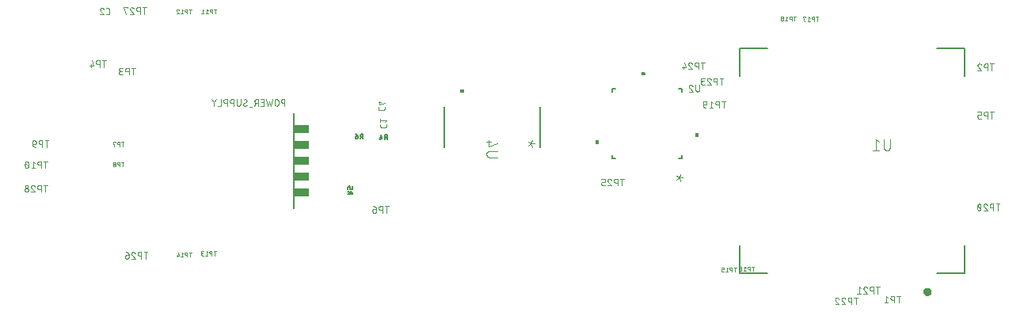
<source format=gbr>
G04 EAGLE Gerber RS-274X export*
G75*
%MOMM*%
%FSLAX34Y34*%
%LPD*%
%INSilkscreen Bottom*%
%IPPOS*%
%AMOC8*
5,1,8,0,0,1.08239X$1,22.5*%
G01*
%ADD10C,0.076200*%
%ADD11C,0.203200*%
%ADD12R,1.682741X0.970719*%
%ADD13R,1.679641X0.966781*%
%ADD14R,1.676809X0.965244*%
%ADD15R,1.684000X0.963131*%
%ADD16R,1.683919X0.960281*%
%ADD17C,0.050800*%
%ADD18C,0.400000*%
%ADD19C,0.127000*%
%ADD20C,0.101600*%
%ADD21C,0.152400*%

G36*
X675655Y263593D02*
X675655Y263593D01*
X675657Y263592D01*
X675700Y263612D01*
X675744Y263630D01*
X675744Y263632D01*
X675746Y263633D01*
X675779Y263718D01*
X675779Y266258D01*
X675778Y266260D01*
X675779Y266262D01*
X675759Y266305D01*
X675741Y266349D01*
X675739Y266349D01*
X675738Y266351D01*
X675653Y266384D01*
X671843Y266384D01*
X671841Y266383D01*
X671839Y266384D01*
X671796Y266364D01*
X671752Y266346D01*
X671752Y266344D01*
X671750Y266343D01*
X671717Y266258D01*
X671717Y263718D01*
X671718Y263716D01*
X671717Y263714D01*
X671737Y263671D01*
X671755Y263627D01*
X671757Y263627D01*
X671758Y263625D01*
X671843Y263592D01*
X675653Y263592D01*
X675655Y263593D01*
G37*
G36*
X482163Y245061D02*
X482163Y245061D01*
X482165Y245060D01*
X482208Y245080D01*
X482252Y245098D01*
X482252Y245100D01*
X482254Y245101D01*
X482287Y245186D01*
X482287Y247726D01*
X482286Y247728D01*
X482287Y247730D01*
X482267Y247773D01*
X482249Y247817D01*
X482247Y247817D01*
X482246Y247819D01*
X482161Y247852D01*
X478351Y247852D01*
X478349Y247851D01*
X478347Y247852D01*
X478304Y247832D01*
X478260Y247814D01*
X478260Y247812D01*
X478258Y247811D01*
X478225Y247726D01*
X478225Y245186D01*
X478226Y245184D01*
X478225Y245182D01*
X478245Y245139D01*
X478263Y245095D01*
X478265Y245095D01*
X478266Y245093D01*
X478351Y245060D01*
X482161Y245060D01*
X482163Y245061D01*
G37*
G36*
X732360Y197618D02*
X732360Y197618D01*
X732362Y197617D01*
X732405Y197637D01*
X732449Y197655D01*
X732449Y197657D01*
X732451Y197658D01*
X732484Y197743D01*
X732484Y201553D01*
X732483Y201555D01*
X732484Y201557D01*
X732464Y201600D01*
X732446Y201644D01*
X732444Y201644D01*
X732443Y201646D01*
X732358Y201679D01*
X729818Y201679D01*
X729816Y201678D01*
X729814Y201679D01*
X729771Y201659D01*
X729727Y201641D01*
X729727Y201639D01*
X729725Y201638D01*
X729692Y201553D01*
X729692Y197743D01*
X729693Y197741D01*
X729692Y197739D01*
X729712Y197696D01*
X729730Y197652D01*
X729732Y197652D01*
X729733Y197650D01*
X729818Y197617D01*
X732358Y197617D01*
X732360Y197618D01*
G37*
G36*
X625680Y189618D02*
X625680Y189618D01*
X625682Y189617D01*
X625725Y189637D01*
X625769Y189655D01*
X625769Y189657D01*
X625771Y189658D01*
X625804Y189743D01*
X625804Y193553D01*
X625803Y193555D01*
X625804Y193557D01*
X625784Y193600D01*
X625766Y193644D01*
X625764Y193644D01*
X625763Y193646D01*
X625678Y193679D01*
X623138Y193679D01*
X623136Y193678D01*
X623134Y193679D01*
X623091Y193659D01*
X623047Y193641D01*
X623047Y193639D01*
X623045Y193638D01*
X623012Y193553D01*
X623012Y189743D01*
X623013Y189741D01*
X623012Y189739D01*
X623032Y189696D01*
X623050Y189652D01*
X623052Y189652D01*
X623053Y189650D01*
X623138Y189617D01*
X625678Y189617D01*
X625680Y189618D01*
G37*
D10*
X392457Y210594D02*
X392457Y209070D01*
X392459Y208993D01*
X392465Y208916D01*
X392475Y208839D01*
X392488Y208763D01*
X392506Y208688D01*
X392527Y208614D01*
X392552Y208541D01*
X392581Y208469D01*
X392613Y208399D01*
X392648Y208330D01*
X392688Y208264D01*
X392730Y208199D01*
X392776Y208137D01*
X392825Y208077D01*
X392876Y208020D01*
X392931Y207965D01*
X392988Y207914D01*
X393048Y207865D01*
X393110Y207819D01*
X393175Y207777D01*
X393241Y207737D01*
X393310Y207702D01*
X393380Y207670D01*
X393452Y207641D01*
X393525Y207616D01*
X393599Y207595D01*
X393674Y207577D01*
X393750Y207564D01*
X393827Y207554D01*
X393904Y207548D01*
X393981Y207546D01*
X397791Y207546D01*
X397868Y207548D01*
X397945Y207554D01*
X398022Y207564D01*
X398098Y207577D01*
X398173Y207595D01*
X398247Y207616D01*
X398320Y207641D01*
X398392Y207670D01*
X398462Y207702D01*
X398531Y207737D01*
X398597Y207777D01*
X398662Y207819D01*
X398724Y207865D01*
X398784Y207914D01*
X398841Y207965D01*
X398896Y208020D01*
X398947Y208077D01*
X398996Y208137D01*
X399042Y208199D01*
X399084Y208264D01*
X399124Y208330D01*
X399159Y208399D01*
X399191Y208469D01*
X399220Y208541D01*
X399245Y208614D01*
X399266Y208688D01*
X399284Y208763D01*
X399297Y208839D01*
X399307Y208916D01*
X399313Y208993D01*
X399315Y209070D01*
X399315Y210594D01*
X397791Y213283D02*
X399315Y215188D01*
X392457Y215188D01*
X392457Y213283D02*
X392457Y217093D01*
X390503Y227635D02*
X390503Y229159D01*
X390503Y227635D02*
X390505Y227558D01*
X390511Y227481D01*
X390521Y227404D01*
X390534Y227328D01*
X390552Y227253D01*
X390573Y227179D01*
X390598Y227106D01*
X390627Y227034D01*
X390659Y226964D01*
X390694Y226895D01*
X390734Y226829D01*
X390776Y226764D01*
X390822Y226702D01*
X390871Y226642D01*
X390922Y226585D01*
X390977Y226530D01*
X391034Y226479D01*
X391094Y226430D01*
X391156Y226384D01*
X391221Y226342D01*
X391287Y226302D01*
X391356Y226267D01*
X391426Y226235D01*
X391498Y226206D01*
X391571Y226181D01*
X391645Y226160D01*
X391720Y226142D01*
X391796Y226129D01*
X391873Y226119D01*
X391950Y226113D01*
X392027Y226111D01*
X395837Y226111D01*
X395914Y226113D01*
X395991Y226119D01*
X396068Y226129D01*
X396144Y226142D01*
X396219Y226160D01*
X396293Y226181D01*
X396366Y226206D01*
X396438Y226235D01*
X396508Y226267D01*
X396577Y226302D01*
X396643Y226342D01*
X396708Y226384D01*
X396770Y226430D01*
X396830Y226479D01*
X396887Y226530D01*
X396942Y226585D01*
X396993Y226642D01*
X397042Y226702D01*
X397088Y226764D01*
X397130Y226829D01*
X397170Y226895D01*
X397205Y226964D01*
X397237Y227034D01*
X397266Y227106D01*
X397291Y227179D01*
X397312Y227253D01*
X397330Y227328D01*
X397343Y227404D01*
X397353Y227481D01*
X397359Y227558D01*
X397361Y227635D01*
X397361Y229159D01*
X397361Y233372D02*
X392027Y231848D01*
X392027Y235658D01*
X393551Y234515D02*
X390503Y234515D01*
D11*
X300600Y222840D02*
X300600Y120960D01*
D12*
X308154Y205964D03*
D13*
X308138Y188926D03*
D14*
X308124Y171900D03*
D15*
X308160Y154872D03*
D16*
X308160Y137839D03*
D17*
X290410Y230642D02*
X290410Y237754D01*
X288435Y237754D01*
X288435Y237755D02*
X288348Y237753D01*
X288260Y237747D01*
X288173Y237738D01*
X288087Y237724D01*
X288001Y237707D01*
X287917Y237686D01*
X287833Y237661D01*
X287750Y237632D01*
X287669Y237600D01*
X287589Y237565D01*
X287511Y237526D01*
X287434Y237483D01*
X287360Y237437D01*
X287288Y237388D01*
X287218Y237336D01*
X287150Y237280D01*
X287085Y237222D01*
X287022Y237161D01*
X286963Y237097D01*
X286906Y237030D01*
X286852Y236962D01*
X286801Y236890D01*
X286754Y236817D01*
X286709Y236742D01*
X286668Y236664D01*
X286631Y236585D01*
X286597Y236505D01*
X286567Y236423D01*
X286540Y236340D01*
X286517Y236255D01*
X286498Y236170D01*
X286483Y236084D01*
X286471Y235997D01*
X286463Y235910D01*
X286459Y235823D01*
X286459Y235735D01*
X286463Y235648D01*
X286471Y235561D01*
X286483Y235474D01*
X286498Y235388D01*
X286517Y235303D01*
X286540Y235218D01*
X286567Y235135D01*
X286597Y235053D01*
X286631Y234973D01*
X286668Y234894D01*
X286709Y234816D01*
X286754Y234741D01*
X286801Y234668D01*
X286852Y234596D01*
X286906Y234528D01*
X286963Y234461D01*
X287022Y234397D01*
X287085Y234336D01*
X287150Y234278D01*
X287218Y234222D01*
X287288Y234170D01*
X287360Y234121D01*
X287434Y234075D01*
X287511Y234032D01*
X287589Y233993D01*
X287669Y233958D01*
X287750Y233926D01*
X287833Y233897D01*
X287917Y233872D01*
X288001Y233851D01*
X288087Y233834D01*
X288173Y233820D01*
X288260Y233811D01*
X288348Y233805D01*
X288435Y233803D01*
X290410Y233803D01*
X283874Y232618D02*
X283874Y235779D01*
X283872Y235866D01*
X283866Y235954D01*
X283857Y236041D01*
X283843Y236127D01*
X283826Y236213D01*
X283805Y236297D01*
X283780Y236381D01*
X283751Y236464D01*
X283719Y236545D01*
X283684Y236625D01*
X283645Y236703D01*
X283602Y236780D01*
X283556Y236854D01*
X283507Y236926D01*
X283455Y236996D01*
X283399Y237064D01*
X283341Y237129D01*
X283280Y237192D01*
X283216Y237251D01*
X283149Y237308D01*
X283081Y237362D01*
X283009Y237413D01*
X282936Y237460D01*
X282861Y237505D01*
X282783Y237546D01*
X282704Y237583D01*
X282624Y237617D01*
X282542Y237647D01*
X282459Y237674D01*
X282374Y237697D01*
X282289Y237716D01*
X282203Y237731D01*
X282116Y237743D01*
X282029Y237751D01*
X281942Y237755D01*
X281854Y237755D01*
X281767Y237751D01*
X281680Y237743D01*
X281593Y237731D01*
X281507Y237716D01*
X281422Y237697D01*
X281337Y237674D01*
X281254Y237647D01*
X281172Y237617D01*
X281092Y237583D01*
X281013Y237546D01*
X280935Y237505D01*
X280860Y237460D01*
X280787Y237413D01*
X280715Y237362D01*
X280647Y237308D01*
X280580Y237251D01*
X280516Y237192D01*
X280455Y237129D01*
X280397Y237064D01*
X280341Y236996D01*
X280289Y236926D01*
X280240Y236854D01*
X280194Y236780D01*
X280151Y236703D01*
X280112Y236625D01*
X280077Y236545D01*
X280045Y236464D01*
X280016Y236381D01*
X279991Y236297D01*
X279970Y236213D01*
X279953Y236127D01*
X279939Y236041D01*
X279930Y235954D01*
X279924Y235866D01*
X279922Y235779D01*
X279923Y235779D02*
X279923Y232618D01*
X279922Y232618D02*
X279924Y232531D01*
X279930Y232443D01*
X279939Y232356D01*
X279953Y232270D01*
X279970Y232184D01*
X279991Y232100D01*
X280016Y232016D01*
X280045Y231933D01*
X280077Y231852D01*
X280112Y231772D01*
X280151Y231694D01*
X280194Y231617D01*
X280240Y231543D01*
X280289Y231471D01*
X280341Y231401D01*
X280397Y231333D01*
X280455Y231268D01*
X280516Y231205D01*
X280580Y231146D01*
X280647Y231089D01*
X280715Y231035D01*
X280787Y230984D01*
X280860Y230937D01*
X280935Y230892D01*
X281013Y230851D01*
X281092Y230814D01*
X281172Y230780D01*
X281254Y230750D01*
X281337Y230723D01*
X281422Y230700D01*
X281507Y230681D01*
X281593Y230666D01*
X281680Y230654D01*
X281767Y230646D01*
X281854Y230642D01*
X281942Y230642D01*
X282029Y230646D01*
X282116Y230654D01*
X282203Y230666D01*
X282289Y230681D01*
X282374Y230700D01*
X282459Y230723D01*
X282542Y230750D01*
X282624Y230780D01*
X282704Y230814D01*
X282783Y230851D01*
X282861Y230892D01*
X282936Y230937D01*
X283009Y230984D01*
X283081Y231035D01*
X283149Y231089D01*
X283216Y231146D01*
X283280Y231205D01*
X283341Y231268D01*
X283399Y231333D01*
X283455Y231401D01*
X283507Y231471D01*
X283556Y231543D01*
X283602Y231617D01*
X283645Y231694D01*
X283684Y231772D01*
X283719Y231852D01*
X283751Y231933D01*
X283780Y232016D01*
X283805Y232100D01*
X283826Y232184D01*
X283843Y232270D01*
X283857Y232356D01*
X283866Y232443D01*
X283872Y232531D01*
X283874Y232618D01*
X277287Y237754D02*
X275706Y230642D01*
X274126Y235383D01*
X272546Y230642D01*
X270965Y237754D01*
X268088Y230642D02*
X264927Y230642D01*
X268088Y230642D02*
X268088Y237754D01*
X264927Y237754D01*
X265717Y234593D02*
X268088Y234593D01*
X262117Y237754D02*
X262117Y230642D01*
X262117Y237754D02*
X260141Y237754D01*
X260141Y237755D02*
X260054Y237753D01*
X259966Y237747D01*
X259879Y237738D01*
X259793Y237724D01*
X259707Y237707D01*
X259623Y237686D01*
X259539Y237661D01*
X259456Y237632D01*
X259375Y237600D01*
X259295Y237565D01*
X259217Y237526D01*
X259140Y237483D01*
X259066Y237437D01*
X258994Y237388D01*
X258924Y237336D01*
X258856Y237280D01*
X258791Y237222D01*
X258728Y237161D01*
X258669Y237097D01*
X258612Y237030D01*
X258558Y236962D01*
X258507Y236890D01*
X258460Y236817D01*
X258415Y236742D01*
X258374Y236664D01*
X258337Y236585D01*
X258303Y236505D01*
X258273Y236423D01*
X258246Y236340D01*
X258223Y236255D01*
X258204Y236170D01*
X258189Y236084D01*
X258177Y235997D01*
X258169Y235910D01*
X258165Y235823D01*
X258165Y235735D01*
X258169Y235648D01*
X258177Y235561D01*
X258189Y235474D01*
X258204Y235388D01*
X258223Y235303D01*
X258246Y235218D01*
X258273Y235135D01*
X258303Y235053D01*
X258337Y234973D01*
X258374Y234894D01*
X258415Y234816D01*
X258460Y234741D01*
X258507Y234668D01*
X258558Y234596D01*
X258612Y234528D01*
X258669Y234461D01*
X258728Y234397D01*
X258791Y234336D01*
X258856Y234278D01*
X258924Y234222D01*
X258994Y234170D01*
X259066Y234121D01*
X259140Y234075D01*
X259217Y234032D01*
X259295Y233993D01*
X259375Y233958D01*
X259456Y233926D01*
X259539Y233897D01*
X259623Y233872D01*
X259707Y233851D01*
X259793Y233834D01*
X259879Y233820D01*
X259966Y233811D01*
X260054Y233805D01*
X260141Y233803D01*
X262117Y233803D01*
X259746Y233803D02*
X258165Y230642D01*
X255590Y229852D02*
X252429Y229852D01*
X247671Y230643D02*
X247593Y230645D01*
X247516Y230651D01*
X247439Y230660D01*
X247363Y230673D01*
X247287Y230690D01*
X247212Y230711D01*
X247139Y230735D01*
X247066Y230763D01*
X246995Y230795D01*
X246926Y230830D01*
X246859Y230868D01*
X246793Y230909D01*
X246730Y230954D01*
X246669Y231002D01*
X246610Y231052D01*
X246554Y231106D01*
X246500Y231162D01*
X246450Y231221D01*
X246402Y231282D01*
X246357Y231345D01*
X246316Y231411D01*
X246278Y231478D01*
X246243Y231547D01*
X246211Y231618D01*
X246183Y231691D01*
X246159Y231764D01*
X246138Y231839D01*
X246121Y231915D01*
X246108Y231991D01*
X246099Y232068D01*
X246093Y232145D01*
X246091Y232223D01*
X247671Y230642D02*
X247786Y230644D01*
X247900Y230650D01*
X248014Y230660D01*
X248128Y230673D01*
X248241Y230691D01*
X248354Y230713D01*
X248466Y230738D01*
X248577Y230767D01*
X248686Y230800D01*
X248795Y230837D01*
X248902Y230877D01*
X249008Y230921D01*
X249112Y230969D01*
X249215Y231020D01*
X249315Y231075D01*
X249414Y231133D01*
X249511Y231195D01*
X249605Y231259D01*
X249698Y231327D01*
X249788Y231399D01*
X249875Y231473D01*
X249960Y231550D01*
X250042Y231630D01*
X249843Y236174D02*
X249841Y236252D01*
X249835Y236329D01*
X249826Y236406D01*
X249813Y236482D01*
X249796Y236558D01*
X249775Y236633D01*
X249751Y236706D01*
X249723Y236779D01*
X249691Y236850D01*
X249656Y236919D01*
X249618Y236986D01*
X249577Y237052D01*
X249532Y237115D01*
X249484Y237176D01*
X249434Y237235D01*
X249380Y237291D01*
X249324Y237345D01*
X249265Y237395D01*
X249204Y237443D01*
X249141Y237488D01*
X249075Y237529D01*
X249008Y237567D01*
X248939Y237602D01*
X248868Y237634D01*
X248795Y237662D01*
X248722Y237686D01*
X248647Y237707D01*
X248571Y237724D01*
X248495Y237737D01*
X248418Y237746D01*
X248341Y237752D01*
X248263Y237754D01*
X248157Y237752D01*
X248051Y237746D01*
X247946Y237737D01*
X247841Y237724D01*
X247736Y237707D01*
X247632Y237686D01*
X247529Y237662D01*
X247427Y237634D01*
X247326Y237602D01*
X247226Y237567D01*
X247128Y237528D01*
X247030Y237485D01*
X246935Y237440D01*
X246841Y237391D01*
X246749Y237338D01*
X246659Y237282D01*
X246571Y237223D01*
X246485Y237161D01*
X249054Y234791D02*
X249121Y234833D01*
X249186Y234878D01*
X249249Y234927D01*
X249310Y234978D01*
X249367Y235033D01*
X249422Y235090D01*
X249475Y235150D01*
X249524Y235212D01*
X249570Y235277D01*
X249612Y235343D01*
X249652Y235412D01*
X249688Y235483D01*
X249720Y235556D01*
X249749Y235630D01*
X249774Y235705D01*
X249795Y235781D01*
X249813Y235859D01*
X249826Y235937D01*
X249836Y236016D01*
X249842Y236095D01*
X249844Y236174D01*
X246880Y233606D02*
X246813Y233564D01*
X246748Y233519D01*
X246685Y233470D01*
X246624Y233419D01*
X246567Y233364D01*
X246512Y233307D01*
X246459Y233247D01*
X246410Y233185D01*
X246364Y233120D01*
X246322Y233054D01*
X246282Y232985D01*
X246246Y232914D01*
X246214Y232841D01*
X246185Y232767D01*
X246160Y232692D01*
X246139Y232616D01*
X246121Y232538D01*
X246108Y232460D01*
X246098Y232381D01*
X246092Y232302D01*
X246090Y232223D01*
X246880Y233605D02*
X249054Y234791D01*
X243183Y232618D02*
X243183Y237754D01*
X243184Y232618D02*
X243182Y232531D01*
X243176Y232443D01*
X243167Y232356D01*
X243153Y232270D01*
X243136Y232184D01*
X243115Y232100D01*
X243090Y232016D01*
X243061Y231933D01*
X243029Y231852D01*
X242994Y231772D01*
X242955Y231694D01*
X242912Y231617D01*
X242866Y231543D01*
X242817Y231471D01*
X242765Y231401D01*
X242709Y231333D01*
X242651Y231268D01*
X242590Y231205D01*
X242526Y231146D01*
X242459Y231089D01*
X242391Y231035D01*
X242319Y230984D01*
X242246Y230937D01*
X242171Y230892D01*
X242093Y230851D01*
X242014Y230814D01*
X241934Y230780D01*
X241852Y230750D01*
X241769Y230723D01*
X241684Y230700D01*
X241599Y230681D01*
X241513Y230666D01*
X241426Y230654D01*
X241339Y230646D01*
X241252Y230642D01*
X241164Y230642D01*
X241077Y230646D01*
X240990Y230654D01*
X240903Y230666D01*
X240817Y230681D01*
X240732Y230700D01*
X240647Y230723D01*
X240564Y230750D01*
X240482Y230780D01*
X240402Y230814D01*
X240323Y230851D01*
X240245Y230892D01*
X240170Y230937D01*
X240097Y230984D01*
X240025Y231035D01*
X239957Y231089D01*
X239890Y231146D01*
X239826Y231205D01*
X239765Y231268D01*
X239707Y231333D01*
X239651Y231401D01*
X239599Y231471D01*
X239550Y231543D01*
X239504Y231617D01*
X239461Y231694D01*
X239422Y231772D01*
X239387Y231852D01*
X239355Y231933D01*
X239326Y232016D01*
X239301Y232100D01*
X239280Y232184D01*
X239263Y232270D01*
X239249Y232356D01*
X239240Y232443D01*
X239234Y232531D01*
X239232Y232618D01*
X239232Y237754D01*
X235775Y237754D02*
X235775Y230642D01*
X235775Y237754D02*
X233799Y237754D01*
X233799Y237755D02*
X233712Y237753D01*
X233624Y237747D01*
X233537Y237738D01*
X233451Y237724D01*
X233365Y237707D01*
X233281Y237686D01*
X233197Y237661D01*
X233114Y237632D01*
X233033Y237600D01*
X232953Y237565D01*
X232875Y237526D01*
X232798Y237483D01*
X232724Y237437D01*
X232652Y237388D01*
X232582Y237336D01*
X232514Y237280D01*
X232449Y237222D01*
X232386Y237161D01*
X232327Y237097D01*
X232270Y237030D01*
X232216Y236962D01*
X232165Y236890D01*
X232118Y236817D01*
X232073Y236742D01*
X232032Y236664D01*
X231995Y236585D01*
X231961Y236505D01*
X231931Y236423D01*
X231904Y236340D01*
X231881Y236255D01*
X231862Y236170D01*
X231847Y236084D01*
X231835Y235997D01*
X231827Y235910D01*
X231823Y235823D01*
X231823Y235735D01*
X231827Y235648D01*
X231835Y235561D01*
X231847Y235474D01*
X231862Y235388D01*
X231881Y235303D01*
X231904Y235218D01*
X231931Y235135D01*
X231961Y235053D01*
X231995Y234973D01*
X232032Y234894D01*
X232073Y234816D01*
X232118Y234741D01*
X232165Y234668D01*
X232216Y234596D01*
X232270Y234528D01*
X232327Y234461D01*
X232386Y234397D01*
X232449Y234336D01*
X232514Y234278D01*
X232582Y234222D01*
X232652Y234170D01*
X232724Y234121D01*
X232798Y234075D01*
X232875Y234032D01*
X232953Y233993D01*
X233033Y233958D01*
X233114Y233926D01*
X233197Y233897D01*
X233281Y233872D01*
X233365Y233851D01*
X233451Y233834D01*
X233537Y233820D01*
X233624Y233811D01*
X233712Y233805D01*
X233799Y233803D01*
X235775Y233803D01*
X228917Y230642D02*
X228917Y237754D01*
X226941Y237754D01*
X226941Y237755D02*
X226854Y237753D01*
X226766Y237747D01*
X226679Y237738D01*
X226593Y237724D01*
X226507Y237707D01*
X226423Y237686D01*
X226339Y237661D01*
X226256Y237632D01*
X226175Y237600D01*
X226095Y237565D01*
X226017Y237526D01*
X225940Y237483D01*
X225866Y237437D01*
X225794Y237388D01*
X225724Y237336D01*
X225656Y237280D01*
X225591Y237222D01*
X225528Y237161D01*
X225469Y237097D01*
X225412Y237030D01*
X225358Y236962D01*
X225307Y236890D01*
X225260Y236817D01*
X225215Y236742D01*
X225174Y236664D01*
X225137Y236585D01*
X225103Y236505D01*
X225073Y236423D01*
X225046Y236340D01*
X225023Y236255D01*
X225004Y236170D01*
X224989Y236084D01*
X224977Y235997D01*
X224969Y235910D01*
X224965Y235823D01*
X224965Y235735D01*
X224969Y235648D01*
X224977Y235561D01*
X224989Y235474D01*
X225004Y235388D01*
X225023Y235303D01*
X225046Y235218D01*
X225073Y235135D01*
X225103Y235053D01*
X225137Y234973D01*
X225174Y234894D01*
X225215Y234816D01*
X225260Y234741D01*
X225307Y234668D01*
X225358Y234596D01*
X225412Y234528D01*
X225469Y234461D01*
X225528Y234397D01*
X225591Y234336D01*
X225656Y234278D01*
X225724Y234222D01*
X225794Y234170D01*
X225866Y234121D01*
X225940Y234075D01*
X226017Y234032D01*
X226095Y233993D01*
X226175Y233958D01*
X226256Y233926D01*
X226339Y233897D01*
X226423Y233872D01*
X226507Y233851D01*
X226593Y233834D01*
X226679Y233820D01*
X226766Y233811D01*
X226854Y233805D01*
X226941Y233803D01*
X228917Y233803D01*
X222140Y230642D02*
X222140Y237754D01*
X222140Y230642D02*
X218979Y230642D01*
X214462Y234396D02*
X216832Y237754D01*
X214462Y234396D02*
X212091Y237754D01*
X214462Y234396D02*
X214462Y230642D01*
D18*
X975200Y32100D02*
X975202Y32189D01*
X975208Y32278D01*
X975218Y32367D01*
X975232Y32455D01*
X975249Y32542D01*
X975271Y32628D01*
X975297Y32714D01*
X975326Y32798D01*
X975359Y32881D01*
X975395Y32962D01*
X975436Y33042D01*
X975479Y33119D01*
X975526Y33195D01*
X975577Y33268D01*
X975630Y33339D01*
X975687Y33408D01*
X975747Y33474D01*
X975810Y33538D01*
X975875Y33598D01*
X975943Y33656D01*
X976014Y33710D01*
X976087Y33761D01*
X976162Y33809D01*
X976239Y33854D01*
X976318Y33895D01*
X976399Y33932D01*
X976481Y33966D01*
X976565Y33997D01*
X976650Y34023D01*
X976736Y34046D01*
X976823Y34064D01*
X976911Y34079D01*
X977000Y34090D01*
X977089Y34097D01*
X977178Y34100D01*
X977267Y34099D01*
X977356Y34094D01*
X977444Y34085D01*
X977533Y34072D01*
X977620Y34055D01*
X977707Y34035D01*
X977793Y34010D01*
X977877Y33982D01*
X977960Y33950D01*
X978042Y33914D01*
X978122Y33875D01*
X978200Y33832D01*
X978276Y33786D01*
X978350Y33736D01*
X978422Y33683D01*
X978491Y33627D01*
X978558Y33568D01*
X978622Y33506D01*
X978683Y33442D01*
X978742Y33374D01*
X978797Y33304D01*
X978849Y33232D01*
X978898Y33157D01*
X978943Y33081D01*
X978985Y33002D01*
X979023Y32922D01*
X979058Y32840D01*
X979089Y32756D01*
X979117Y32671D01*
X979140Y32585D01*
X979160Y32498D01*
X979176Y32411D01*
X979188Y32322D01*
X979196Y32234D01*
X979200Y32145D01*
X979200Y32055D01*
X979196Y31966D01*
X979188Y31878D01*
X979176Y31789D01*
X979160Y31702D01*
X979140Y31615D01*
X979117Y31529D01*
X979089Y31444D01*
X979058Y31360D01*
X979023Y31278D01*
X978985Y31198D01*
X978943Y31119D01*
X978898Y31043D01*
X978849Y30968D01*
X978797Y30896D01*
X978742Y30826D01*
X978683Y30758D01*
X978622Y30694D01*
X978558Y30632D01*
X978491Y30573D01*
X978422Y30517D01*
X978350Y30464D01*
X978276Y30414D01*
X978200Y30368D01*
X978122Y30325D01*
X978042Y30286D01*
X977960Y30250D01*
X977877Y30218D01*
X977793Y30190D01*
X977707Y30165D01*
X977620Y30145D01*
X977533Y30128D01*
X977444Y30115D01*
X977356Y30106D01*
X977267Y30101D01*
X977178Y30100D01*
X977089Y30103D01*
X977000Y30110D01*
X976911Y30121D01*
X976823Y30136D01*
X976736Y30154D01*
X976650Y30177D01*
X976565Y30203D01*
X976481Y30234D01*
X976399Y30268D01*
X976318Y30305D01*
X976239Y30346D01*
X976162Y30391D01*
X976087Y30439D01*
X976014Y30490D01*
X975943Y30544D01*
X975875Y30602D01*
X975810Y30662D01*
X975747Y30726D01*
X975687Y30792D01*
X975630Y30861D01*
X975577Y30932D01*
X975526Y31005D01*
X975479Y31081D01*
X975436Y31158D01*
X975395Y31238D01*
X975359Y31319D01*
X975326Y31402D01*
X975297Y31486D01*
X975271Y31572D01*
X975249Y31658D01*
X975232Y31745D01*
X975218Y31833D01*
X975208Y31922D01*
X975202Y32011D01*
X975200Y32100D01*
D19*
X987700Y52100D02*
X1017200Y52100D01*
X1017200Y81600D01*
X1017200Y262600D02*
X1017200Y292100D01*
X987700Y292100D01*
X806700Y292100D02*
X777200Y292100D01*
X777200Y262600D01*
X777200Y52100D02*
X806700Y52100D01*
X777200Y52100D02*
X777200Y81600D01*
D20*
X937528Y186324D02*
X937528Y194772D01*
X937527Y186324D02*
X937525Y186212D01*
X937519Y186100D01*
X937510Y185988D01*
X937496Y185877D01*
X937479Y185766D01*
X937458Y185656D01*
X937433Y185546D01*
X937404Y185438D01*
X937371Y185331D01*
X937335Y185224D01*
X937296Y185120D01*
X937252Y185016D01*
X937205Y184914D01*
X937155Y184814D01*
X937101Y184716D01*
X937044Y184619D01*
X936983Y184525D01*
X936920Y184432D01*
X936853Y184342D01*
X936783Y184255D01*
X936710Y184170D01*
X936634Y184087D01*
X936555Y184007D01*
X936474Y183930D01*
X936390Y183855D01*
X936304Y183784D01*
X936215Y183715D01*
X936124Y183650D01*
X936030Y183588D01*
X935935Y183529D01*
X935837Y183474D01*
X935738Y183422D01*
X935637Y183373D01*
X935534Y183328D01*
X935430Y183286D01*
X935325Y183248D01*
X935218Y183214D01*
X935110Y183183D01*
X935001Y183156D01*
X934891Y183133D01*
X934781Y183114D01*
X934670Y183099D01*
X934558Y183087D01*
X934446Y183079D01*
X934334Y183075D01*
X934222Y183075D01*
X934110Y183079D01*
X933998Y183087D01*
X933886Y183099D01*
X933775Y183114D01*
X933665Y183133D01*
X933555Y183156D01*
X933446Y183183D01*
X933338Y183214D01*
X933231Y183248D01*
X933126Y183286D01*
X933022Y183328D01*
X932919Y183373D01*
X932818Y183422D01*
X932719Y183474D01*
X932621Y183529D01*
X932526Y183588D01*
X932432Y183650D01*
X932341Y183715D01*
X932252Y183784D01*
X932166Y183855D01*
X932082Y183930D01*
X932001Y184007D01*
X931922Y184087D01*
X931846Y184170D01*
X931773Y184255D01*
X931703Y184342D01*
X931636Y184432D01*
X931573Y184525D01*
X931512Y184619D01*
X931455Y184716D01*
X931401Y184814D01*
X931351Y184914D01*
X931304Y185016D01*
X931260Y185120D01*
X931221Y185224D01*
X931185Y185331D01*
X931152Y185438D01*
X931123Y185546D01*
X931098Y185656D01*
X931077Y185766D01*
X931060Y185877D01*
X931046Y185988D01*
X931037Y186100D01*
X931031Y186212D01*
X931029Y186324D01*
X931029Y194772D01*
X925704Y192173D02*
X922455Y194772D01*
X922455Y183075D01*
X925704Y183075D02*
X919206Y183075D01*
D19*
X399904Y194999D02*
X399904Y199825D01*
X398563Y199825D01*
X398492Y199823D01*
X398420Y199817D01*
X398350Y199808D01*
X398280Y199795D01*
X398210Y199778D01*
X398142Y199757D01*
X398075Y199733D01*
X398009Y199705D01*
X397945Y199674D01*
X397882Y199639D01*
X397822Y199601D01*
X397763Y199560D01*
X397707Y199516D01*
X397653Y199469D01*
X397602Y199420D01*
X397554Y199367D01*
X397508Y199312D01*
X397466Y199255D01*
X397426Y199195D01*
X397390Y199134D01*
X397357Y199070D01*
X397328Y199005D01*
X397302Y198939D01*
X397279Y198871D01*
X397260Y198802D01*
X397245Y198732D01*
X397234Y198662D01*
X397226Y198591D01*
X397222Y198520D01*
X397222Y198448D01*
X397226Y198377D01*
X397234Y198306D01*
X397245Y198236D01*
X397260Y198166D01*
X397279Y198097D01*
X397302Y198029D01*
X397328Y197963D01*
X397357Y197898D01*
X397390Y197834D01*
X397426Y197773D01*
X397466Y197713D01*
X397508Y197656D01*
X397554Y197601D01*
X397602Y197548D01*
X397653Y197499D01*
X397707Y197452D01*
X397763Y197408D01*
X397822Y197367D01*
X397882Y197329D01*
X397945Y197294D01*
X398009Y197263D01*
X398075Y197235D01*
X398142Y197211D01*
X398210Y197190D01*
X398280Y197173D01*
X398350Y197160D01*
X398420Y197151D01*
X398492Y197145D01*
X398563Y197143D01*
X398563Y197144D02*
X399904Y197144D01*
X398295Y197144D02*
X397223Y194999D01*
X394481Y196071D02*
X393409Y199825D01*
X394481Y196071D02*
X391800Y196071D01*
X392604Y197144D02*
X392604Y194999D01*
X362623Y136434D02*
X357797Y136434D01*
X362623Y136434D02*
X362623Y137775D01*
X362621Y137846D01*
X362615Y137918D01*
X362606Y137988D01*
X362593Y138058D01*
X362576Y138128D01*
X362555Y138196D01*
X362531Y138263D01*
X362503Y138329D01*
X362472Y138393D01*
X362437Y138456D01*
X362399Y138516D01*
X362358Y138575D01*
X362314Y138631D01*
X362267Y138685D01*
X362218Y138736D01*
X362165Y138784D01*
X362110Y138830D01*
X362053Y138872D01*
X361993Y138912D01*
X361932Y138948D01*
X361868Y138981D01*
X361803Y139010D01*
X361737Y139036D01*
X361669Y139059D01*
X361600Y139078D01*
X361530Y139093D01*
X361460Y139104D01*
X361389Y139112D01*
X361318Y139116D01*
X361246Y139116D01*
X361175Y139112D01*
X361104Y139104D01*
X361034Y139093D01*
X360964Y139078D01*
X360895Y139059D01*
X360827Y139036D01*
X360761Y139010D01*
X360696Y138981D01*
X360632Y138948D01*
X360571Y138912D01*
X360511Y138872D01*
X360454Y138830D01*
X360399Y138784D01*
X360346Y138736D01*
X360297Y138685D01*
X360250Y138631D01*
X360206Y138575D01*
X360165Y138516D01*
X360127Y138456D01*
X360092Y138393D01*
X360061Y138329D01*
X360033Y138263D01*
X360009Y138196D01*
X359988Y138128D01*
X359971Y138058D01*
X359958Y137988D01*
X359949Y137918D01*
X359943Y137846D01*
X359941Y137775D01*
X359942Y137775D02*
X359942Y136434D01*
X359942Y138043D02*
X357797Y139115D01*
X357797Y141857D02*
X357797Y143465D01*
X357799Y143530D01*
X357805Y143594D01*
X357815Y143658D01*
X357828Y143722D01*
X357846Y143784D01*
X357867Y143845D01*
X357891Y143905D01*
X357920Y143963D01*
X357952Y144020D01*
X357987Y144074D01*
X358025Y144126D01*
X358067Y144176D01*
X358111Y144223D01*
X358158Y144267D01*
X358208Y144309D01*
X358260Y144347D01*
X358314Y144382D01*
X358371Y144414D01*
X358429Y144443D01*
X358489Y144467D01*
X358550Y144488D01*
X358612Y144506D01*
X358676Y144519D01*
X358740Y144529D01*
X358804Y144535D01*
X358869Y144537D01*
X358869Y144538D02*
X359406Y144538D01*
X359406Y144537D02*
X359471Y144535D01*
X359535Y144529D01*
X359599Y144519D01*
X359663Y144506D01*
X359725Y144488D01*
X359786Y144467D01*
X359846Y144443D01*
X359904Y144414D01*
X359961Y144382D01*
X360015Y144347D01*
X360067Y144309D01*
X360117Y144267D01*
X360164Y144223D01*
X360208Y144176D01*
X360250Y144126D01*
X360288Y144074D01*
X360323Y144020D01*
X360355Y143963D01*
X360384Y143905D01*
X360408Y143845D01*
X360429Y143784D01*
X360447Y143722D01*
X360460Y143658D01*
X360470Y143594D01*
X360476Y143530D01*
X360478Y143465D01*
X360478Y141857D01*
X362623Y141857D01*
X362623Y144538D01*
X373992Y195581D02*
X373992Y200407D01*
X372651Y200407D01*
X372580Y200405D01*
X372508Y200399D01*
X372438Y200390D01*
X372368Y200377D01*
X372298Y200360D01*
X372230Y200339D01*
X372163Y200315D01*
X372097Y200287D01*
X372033Y200256D01*
X371970Y200221D01*
X371910Y200183D01*
X371851Y200142D01*
X371795Y200098D01*
X371741Y200051D01*
X371690Y200002D01*
X371642Y199949D01*
X371596Y199894D01*
X371554Y199837D01*
X371514Y199777D01*
X371478Y199716D01*
X371445Y199652D01*
X371416Y199587D01*
X371390Y199521D01*
X371367Y199453D01*
X371348Y199384D01*
X371333Y199314D01*
X371322Y199244D01*
X371314Y199173D01*
X371310Y199102D01*
X371310Y199030D01*
X371314Y198959D01*
X371322Y198888D01*
X371333Y198818D01*
X371348Y198748D01*
X371367Y198679D01*
X371390Y198611D01*
X371416Y198545D01*
X371445Y198480D01*
X371478Y198416D01*
X371514Y198355D01*
X371554Y198295D01*
X371596Y198238D01*
X371642Y198183D01*
X371690Y198130D01*
X371741Y198081D01*
X371795Y198034D01*
X371851Y197990D01*
X371910Y197949D01*
X371970Y197911D01*
X372033Y197876D01*
X372097Y197845D01*
X372163Y197817D01*
X372230Y197793D01*
X372298Y197772D01*
X372368Y197755D01*
X372438Y197742D01*
X372508Y197733D01*
X372580Y197727D01*
X372651Y197725D01*
X372651Y197726D02*
X373992Y197726D01*
X372383Y197726D02*
X371311Y195581D01*
X368569Y198262D02*
X366961Y198262D01*
X366896Y198260D01*
X366832Y198254D01*
X366768Y198244D01*
X366704Y198231D01*
X366642Y198213D01*
X366581Y198192D01*
X366521Y198168D01*
X366463Y198139D01*
X366406Y198107D01*
X366352Y198072D01*
X366300Y198034D01*
X366250Y197992D01*
X366203Y197948D01*
X366159Y197901D01*
X366117Y197851D01*
X366079Y197799D01*
X366044Y197745D01*
X366012Y197688D01*
X365983Y197630D01*
X365959Y197570D01*
X365938Y197509D01*
X365920Y197447D01*
X365907Y197383D01*
X365897Y197319D01*
X365891Y197255D01*
X365889Y197190D01*
X365888Y197190D02*
X365888Y196922D01*
X365890Y196851D01*
X365896Y196779D01*
X365905Y196709D01*
X365918Y196639D01*
X365935Y196569D01*
X365956Y196501D01*
X365980Y196434D01*
X366008Y196368D01*
X366039Y196304D01*
X366074Y196241D01*
X366112Y196181D01*
X366153Y196122D01*
X366197Y196066D01*
X366244Y196012D01*
X366293Y195961D01*
X366346Y195913D01*
X366401Y195867D01*
X366458Y195825D01*
X366518Y195785D01*
X366579Y195749D01*
X366643Y195716D01*
X366708Y195687D01*
X366774Y195661D01*
X366842Y195638D01*
X366911Y195619D01*
X366981Y195604D01*
X367051Y195593D01*
X367122Y195585D01*
X367193Y195581D01*
X367265Y195581D01*
X367336Y195585D01*
X367407Y195593D01*
X367477Y195604D01*
X367547Y195619D01*
X367616Y195638D01*
X367684Y195661D01*
X367750Y195687D01*
X367815Y195716D01*
X367879Y195749D01*
X367940Y195785D01*
X368000Y195825D01*
X368057Y195867D01*
X368112Y195913D01*
X368165Y195961D01*
X368214Y196012D01*
X368261Y196066D01*
X368305Y196122D01*
X368346Y196181D01*
X368384Y196241D01*
X368419Y196304D01*
X368450Y196368D01*
X368478Y196434D01*
X368502Y196501D01*
X368523Y196569D01*
X368540Y196639D01*
X368553Y196709D01*
X368562Y196779D01*
X368568Y196851D01*
X368570Y196922D01*
X368569Y196922D02*
X368569Y198262D01*
X368567Y198353D01*
X368561Y198444D01*
X368552Y198534D01*
X368538Y198625D01*
X368521Y198714D01*
X368500Y198802D01*
X368475Y198890D01*
X368446Y198977D01*
X368414Y199062D01*
X368379Y199146D01*
X368339Y199228D01*
X368297Y199308D01*
X368251Y199387D01*
X368201Y199463D01*
X368149Y199537D01*
X368093Y199610D01*
X368034Y199679D01*
X367973Y199746D01*
X367908Y199811D01*
X367841Y199872D01*
X367772Y199931D01*
X367699Y199987D01*
X367625Y200039D01*
X367549Y200089D01*
X367470Y200135D01*
X367390Y200177D01*
X367308Y200217D01*
X367224Y200252D01*
X367139Y200284D01*
X367052Y200313D01*
X366964Y200338D01*
X366876Y200359D01*
X366787Y200376D01*
X366696Y200390D01*
X366606Y200399D01*
X366515Y200405D01*
X366424Y200407D01*
D17*
X101276Y328200D02*
X99695Y328200D01*
X101276Y328200D02*
X101354Y328202D01*
X101431Y328208D01*
X101508Y328217D01*
X101584Y328230D01*
X101660Y328247D01*
X101735Y328268D01*
X101808Y328292D01*
X101881Y328320D01*
X101952Y328352D01*
X102021Y328387D01*
X102088Y328425D01*
X102154Y328466D01*
X102217Y328511D01*
X102278Y328559D01*
X102337Y328609D01*
X102393Y328663D01*
X102447Y328719D01*
X102497Y328778D01*
X102545Y328839D01*
X102590Y328902D01*
X102631Y328968D01*
X102669Y329035D01*
X102704Y329104D01*
X102736Y329175D01*
X102764Y329248D01*
X102788Y329321D01*
X102809Y329396D01*
X102826Y329472D01*
X102839Y329548D01*
X102848Y329625D01*
X102854Y329702D01*
X102856Y329780D01*
X102856Y333732D01*
X102854Y333810D01*
X102848Y333887D01*
X102839Y333964D01*
X102826Y334040D01*
X102809Y334116D01*
X102788Y334191D01*
X102764Y334264D01*
X102736Y334337D01*
X102704Y334408D01*
X102669Y334477D01*
X102631Y334544D01*
X102590Y334610D01*
X102545Y334673D01*
X102497Y334734D01*
X102447Y334793D01*
X102393Y334849D01*
X102337Y334903D01*
X102278Y334953D01*
X102217Y335001D01*
X102154Y335046D01*
X102088Y335087D01*
X102021Y335125D01*
X101952Y335160D01*
X101881Y335192D01*
X101808Y335220D01*
X101735Y335244D01*
X101660Y335265D01*
X101584Y335282D01*
X101508Y335295D01*
X101431Y335304D01*
X101354Y335310D01*
X101276Y335312D01*
X99695Y335312D01*
X94950Y335312D02*
X94868Y335310D01*
X94786Y335304D01*
X94704Y335295D01*
X94623Y335282D01*
X94543Y335265D01*
X94463Y335244D01*
X94385Y335220D01*
X94308Y335192D01*
X94232Y335161D01*
X94157Y335126D01*
X94085Y335087D01*
X94014Y335046D01*
X93945Y335001D01*
X93879Y334953D01*
X93814Y334902D01*
X93752Y334848D01*
X93693Y334791D01*
X93636Y334732D01*
X93582Y334670D01*
X93531Y334605D01*
X93483Y334539D01*
X93438Y334470D01*
X93397Y334399D01*
X93358Y334327D01*
X93323Y334252D01*
X93292Y334176D01*
X93264Y334099D01*
X93240Y334021D01*
X93219Y333941D01*
X93202Y333861D01*
X93189Y333780D01*
X93180Y333698D01*
X93174Y333616D01*
X93172Y333534D01*
X94950Y335312D02*
X95043Y335310D01*
X95135Y335304D01*
X95227Y335295D01*
X95319Y335282D01*
X95410Y335265D01*
X95500Y335245D01*
X95590Y335221D01*
X95678Y335193D01*
X95766Y335161D01*
X95851Y335127D01*
X95936Y335088D01*
X96018Y335047D01*
X96099Y335002D01*
X96179Y334953D01*
X96256Y334902D01*
X96331Y334848D01*
X96403Y334790D01*
X96474Y334730D01*
X96541Y334666D01*
X96606Y334601D01*
X96669Y334532D01*
X96728Y334461D01*
X96785Y334388D01*
X96839Y334312D01*
X96889Y334235D01*
X96937Y334155D01*
X96981Y334073D01*
X97021Y333990D01*
X97059Y333905D01*
X97093Y333819D01*
X97123Y333732D01*
X93764Y332151D02*
X93703Y332212D01*
X93645Y332275D01*
X93590Y332341D01*
X93537Y332409D01*
X93488Y332480D01*
X93443Y332552D01*
X93400Y332627D01*
X93361Y332703D01*
X93325Y332782D01*
X93293Y332861D01*
X93265Y332942D01*
X93240Y333025D01*
X93219Y333108D01*
X93202Y333192D01*
X93188Y333277D01*
X93179Y333362D01*
X93173Y333448D01*
X93171Y333534D01*
X93764Y332151D02*
X97123Y328200D01*
X93172Y328200D01*
X946772Y27258D02*
X946772Y20146D01*
X948748Y27258D02*
X944797Y27258D01*
X942025Y27258D02*
X942025Y20146D01*
X942025Y27258D02*
X940050Y27258D01*
X939963Y27256D01*
X939875Y27250D01*
X939788Y27241D01*
X939702Y27227D01*
X939616Y27210D01*
X939532Y27189D01*
X939448Y27164D01*
X939365Y27135D01*
X939284Y27103D01*
X939204Y27068D01*
X939126Y27029D01*
X939049Y26986D01*
X938975Y26940D01*
X938903Y26891D01*
X938833Y26839D01*
X938765Y26783D01*
X938700Y26725D01*
X938637Y26664D01*
X938578Y26600D01*
X938521Y26533D01*
X938467Y26465D01*
X938416Y26393D01*
X938369Y26320D01*
X938324Y26245D01*
X938283Y26167D01*
X938246Y26088D01*
X938212Y26008D01*
X938182Y25926D01*
X938155Y25843D01*
X938132Y25758D01*
X938113Y25673D01*
X938098Y25587D01*
X938086Y25500D01*
X938078Y25413D01*
X938074Y25326D01*
X938074Y25238D01*
X938078Y25151D01*
X938086Y25064D01*
X938098Y24977D01*
X938113Y24891D01*
X938132Y24806D01*
X938155Y24721D01*
X938182Y24638D01*
X938212Y24556D01*
X938246Y24476D01*
X938283Y24397D01*
X938324Y24319D01*
X938369Y24244D01*
X938416Y24171D01*
X938467Y24099D01*
X938521Y24031D01*
X938578Y23964D01*
X938637Y23900D01*
X938700Y23839D01*
X938765Y23781D01*
X938833Y23725D01*
X938903Y23673D01*
X938975Y23624D01*
X939049Y23578D01*
X939126Y23535D01*
X939204Y23496D01*
X939284Y23461D01*
X939365Y23429D01*
X939448Y23400D01*
X939532Y23375D01*
X939616Y23354D01*
X939702Y23337D01*
X939788Y23323D01*
X939875Y23314D01*
X939963Y23308D01*
X940050Y23306D01*
X940050Y23307D02*
X942025Y23307D01*
X935489Y25678D02*
X933514Y27258D01*
X933514Y20146D01*
X935489Y20146D02*
X931538Y20146D01*
D21*
X640664Y174564D02*
X640664Y177866D01*
X640664Y248732D02*
X643966Y248732D01*
X714832Y248732D02*
X714832Y245430D01*
X714832Y174564D02*
X711530Y174564D01*
X643966Y174564D02*
X640664Y174564D01*
X640664Y245430D02*
X640664Y248732D01*
X711530Y248732D02*
X714832Y248732D01*
X714832Y177866D02*
X714832Y174564D01*
D10*
X716215Y153955D02*
X712236Y153955D01*
X709251Y156276D01*
X712236Y153955D02*
X709251Y151633D01*
X712236Y153955D02*
X713562Y157602D01*
X712236Y153955D02*
X713562Y150307D01*
D17*
X733740Y247924D02*
X733740Y253060D01*
X733740Y247924D02*
X733738Y247837D01*
X733732Y247749D01*
X733723Y247662D01*
X733709Y247576D01*
X733692Y247490D01*
X733671Y247406D01*
X733646Y247322D01*
X733617Y247239D01*
X733585Y247158D01*
X733550Y247078D01*
X733511Y247000D01*
X733468Y246923D01*
X733422Y246849D01*
X733373Y246777D01*
X733321Y246707D01*
X733265Y246639D01*
X733207Y246574D01*
X733146Y246511D01*
X733082Y246452D01*
X733015Y246395D01*
X732947Y246341D01*
X732875Y246290D01*
X732802Y246243D01*
X732727Y246198D01*
X732649Y246157D01*
X732570Y246120D01*
X732490Y246086D01*
X732408Y246056D01*
X732325Y246029D01*
X732240Y246006D01*
X732155Y245987D01*
X732069Y245972D01*
X731982Y245960D01*
X731895Y245952D01*
X731808Y245948D01*
X731720Y245948D01*
X731633Y245952D01*
X731546Y245960D01*
X731459Y245972D01*
X731373Y245987D01*
X731288Y246006D01*
X731203Y246029D01*
X731120Y246056D01*
X731038Y246086D01*
X730958Y246120D01*
X730879Y246157D01*
X730801Y246198D01*
X730726Y246243D01*
X730653Y246290D01*
X730581Y246341D01*
X730513Y246395D01*
X730446Y246452D01*
X730382Y246511D01*
X730321Y246574D01*
X730263Y246639D01*
X730207Y246707D01*
X730155Y246777D01*
X730106Y246849D01*
X730060Y246923D01*
X730017Y247000D01*
X729978Y247078D01*
X729943Y247158D01*
X729911Y247239D01*
X729882Y247322D01*
X729857Y247406D01*
X729836Y247490D01*
X729819Y247576D01*
X729805Y247662D01*
X729796Y247749D01*
X729790Y247837D01*
X729788Y247924D01*
X729789Y247924D02*
X729789Y253060D01*
X724480Y253060D02*
X724398Y253058D01*
X724316Y253052D01*
X724234Y253043D01*
X724153Y253030D01*
X724073Y253013D01*
X723993Y252992D01*
X723915Y252968D01*
X723838Y252940D01*
X723762Y252909D01*
X723687Y252874D01*
X723615Y252835D01*
X723544Y252794D01*
X723475Y252749D01*
X723409Y252701D01*
X723344Y252650D01*
X723282Y252596D01*
X723223Y252539D01*
X723166Y252480D01*
X723112Y252418D01*
X723061Y252353D01*
X723013Y252287D01*
X722968Y252218D01*
X722927Y252147D01*
X722888Y252075D01*
X722853Y252000D01*
X722822Y251924D01*
X722794Y251847D01*
X722770Y251769D01*
X722749Y251689D01*
X722732Y251609D01*
X722719Y251528D01*
X722710Y251446D01*
X722704Y251364D01*
X722702Y251282D01*
X724480Y253060D02*
X724573Y253058D01*
X724665Y253052D01*
X724757Y253043D01*
X724849Y253030D01*
X724940Y253013D01*
X725030Y252993D01*
X725120Y252969D01*
X725208Y252941D01*
X725296Y252909D01*
X725381Y252875D01*
X725466Y252836D01*
X725548Y252795D01*
X725629Y252750D01*
X725709Y252701D01*
X725786Y252650D01*
X725861Y252596D01*
X725933Y252538D01*
X726004Y252478D01*
X726071Y252414D01*
X726136Y252349D01*
X726199Y252280D01*
X726258Y252209D01*
X726315Y252136D01*
X726369Y252060D01*
X726419Y251983D01*
X726467Y251903D01*
X726511Y251821D01*
X726551Y251738D01*
X726589Y251653D01*
X726623Y251567D01*
X726653Y251480D01*
X723295Y249899D02*
X723234Y249960D01*
X723176Y250023D01*
X723121Y250089D01*
X723068Y250157D01*
X723019Y250228D01*
X722974Y250300D01*
X722931Y250375D01*
X722892Y250451D01*
X722856Y250530D01*
X722824Y250609D01*
X722796Y250690D01*
X722771Y250773D01*
X722750Y250856D01*
X722733Y250940D01*
X722719Y251025D01*
X722710Y251110D01*
X722704Y251196D01*
X722702Y251282D01*
X723295Y249899D02*
X726653Y245948D01*
X722702Y245948D01*
D21*
X460698Y229438D02*
X460698Y186766D01*
X563314Y186766D02*
X563314Y229438D01*
D10*
X557585Y190287D02*
X553606Y190287D01*
X550621Y192608D01*
X553606Y190287D02*
X550621Y187965D01*
X553606Y190287D02*
X554932Y193934D01*
X553606Y190287D02*
X554932Y186639D01*
X517975Y175717D02*
X509353Y175717D01*
X509239Y175719D01*
X509124Y175725D01*
X509010Y175735D01*
X508897Y175749D01*
X508783Y175766D01*
X508671Y175788D01*
X508559Y175813D01*
X508449Y175843D01*
X508339Y175876D01*
X508231Y175913D01*
X508124Y175953D01*
X508018Y175998D01*
X507914Y176045D01*
X507812Y176097D01*
X507712Y176152D01*
X507613Y176210D01*
X507517Y176272D01*
X507422Y176337D01*
X507331Y176405D01*
X507241Y176477D01*
X507154Y176551D01*
X507070Y176628D01*
X506988Y176709D01*
X506909Y176792D01*
X506833Y176877D01*
X506760Y176966D01*
X506691Y177056D01*
X506624Y177149D01*
X506561Y177245D01*
X506501Y177342D01*
X506444Y177442D01*
X506391Y177543D01*
X506341Y177646D01*
X506295Y177751D01*
X506252Y177857D01*
X506214Y177965D01*
X506179Y178074D01*
X506148Y178184D01*
X506120Y178295D01*
X506097Y178407D01*
X506077Y178520D01*
X506061Y178633D01*
X506049Y178747D01*
X506041Y178861D01*
X506037Y178976D01*
X506037Y179090D01*
X506041Y179205D01*
X506049Y179319D01*
X506061Y179433D01*
X506077Y179546D01*
X506097Y179659D01*
X506120Y179771D01*
X506148Y179882D01*
X506179Y179992D01*
X506214Y180101D01*
X506252Y180209D01*
X506295Y180315D01*
X506341Y180420D01*
X506391Y180523D01*
X506444Y180624D01*
X506501Y180724D01*
X506561Y180821D01*
X506624Y180917D01*
X506691Y181010D01*
X506760Y181100D01*
X506833Y181189D01*
X506909Y181274D01*
X506988Y181357D01*
X507070Y181438D01*
X507154Y181515D01*
X507241Y181589D01*
X507331Y181661D01*
X507422Y181729D01*
X507517Y181794D01*
X507613Y181856D01*
X507712Y181914D01*
X507812Y181969D01*
X507914Y182021D01*
X508018Y182068D01*
X508124Y182113D01*
X508231Y182153D01*
X508339Y182190D01*
X508449Y182223D01*
X508559Y182253D01*
X508671Y182278D01*
X508783Y182300D01*
X508897Y182317D01*
X509010Y182331D01*
X509124Y182341D01*
X509239Y182347D01*
X509353Y182349D01*
X517975Y182349D01*
X517975Y190181D02*
X508690Y187528D01*
X508690Y194160D01*
X511343Y192171D02*
X506037Y192171D01*
D17*
X1046535Y268691D02*
X1046535Y275803D01*
X1044560Y275803D02*
X1048511Y275803D01*
X1041788Y275803D02*
X1041788Y268691D01*
X1041788Y275803D02*
X1039813Y275803D01*
X1039726Y275801D01*
X1039638Y275795D01*
X1039551Y275786D01*
X1039465Y275772D01*
X1039379Y275755D01*
X1039295Y275734D01*
X1039211Y275709D01*
X1039128Y275680D01*
X1039047Y275648D01*
X1038967Y275613D01*
X1038889Y275574D01*
X1038812Y275531D01*
X1038738Y275485D01*
X1038666Y275436D01*
X1038596Y275384D01*
X1038528Y275328D01*
X1038463Y275270D01*
X1038400Y275209D01*
X1038341Y275145D01*
X1038284Y275078D01*
X1038230Y275010D01*
X1038179Y274938D01*
X1038132Y274865D01*
X1038087Y274790D01*
X1038046Y274712D01*
X1038009Y274633D01*
X1037975Y274553D01*
X1037945Y274471D01*
X1037918Y274388D01*
X1037895Y274303D01*
X1037876Y274218D01*
X1037861Y274132D01*
X1037849Y274045D01*
X1037841Y273958D01*
X1037837Y273871D01*
X1037837Y273783D01*
X1037841Y273696D01*
X1037849Y273609D01*
X1037861Y273522D01*
X1037876Y273436D01*
X1037895Y273351D01*
X1037918Y273266D01*
X1037945Y273183D01*
X1037975Y273101D01*
X1038009Y273021D01*
X1038046Y272942D01*
X1038087Y272864D01*
X1038132Y272789D01*
X1038179Y272716D01*
X1038230Y272644D01*
X1038284Y272576D01*
X1038341Y272509D01*
X1038400Y272445D01*
X1038463Y272384D01*
X1038528Y272326D01*
X1038596Y272270D01*
X1038666Y272218D01*
X1038738Y272169D01*
X1038812Y272123D01*
X1038889Y272080D01*
X1038967Y272041D01*
X1039047Y272006D01*
X1039128Y271974D01*
X1039211Y271945D01*
X1039295Y271920D01*
X1039379Y271899D01*
X1039465Y271882D01*
X1039551Y271868D01*
X1039638Y271859D01*
X1039726Y271853D01*
X1039813Y271851D01*
X1039813Y271852D02*
X1041788Y271852D01*
X1033079Y275803D02*
X1032997Y275801D01*
X1032915Y275795D01*
X1032833Y275786D01*
X1032752Y275773D01*
X1032672Y275756D01*
X1032592Y275735D01*
X1032514Y275711D01*
X1032437Y275683D01*
X1032361Y275652D01*
X1032286Y275617D01*
X1032214Y275578D01*
X1032143Y275537D01*
X1032074Y275492D01*
X1032008Y275444D01*
X1031943Y275393D01*
X1031881Y275339D01*
X1031822Y275282D01*
X1031765Y275223D01*
X1031711Y275161D01*
X1031660Y275096D01*
X1031612Y275030D01*
X1031567Y274961D01*
X1031526Y274890D01*
X1031487Y274818D01*
X1031452Y274743D01*
X1031421Y274667D01*
X1031393Y274590D01*
X1031369Y274512D01*
X1031348Y274432D01*
X1031331Y274352D01*
X1031318Y274271D01*
X1031309Y274189D01*
X1031303Y274107D01*
X1031301Y274025D01*
X1033079Y275803D02*
X1033172Y275801D01*
X1033264Y275795D01*
X1033356Y275786D01*
X1033448Y275773D01*
X1033539Y275756D01*
X1033629Y275736D01*
X1033719Y275712D01*
X1033807Y275684D01*
X1033895Y275652D01*
X1033980Y275618D01*
X1034065Y275579D01*
X1034147Y275538D01*
X1034228Y275493D01*
X1034308Y275444D01*
X1034385Y275393D01*
X1034460Y275339D01*
X1034532Y275281D01*
X1034603Y275221D01*
X1034670Y275157D01*
X1034735Y275092D01*
X1034798Y275023D01*
X1034857Y274952D01*
X1034914Y274879D01*
X1034968Y274803D01*
X1035018Y274726D01*
X1035066Y274646D01*
X1035110Y274564D01*
X1035150Y274481D01*
X1035188Y274396D01*
X1035222Y274310D01*
X1035252Y274223D01*
X1031894Y272642D02*
X1031833Y272703D01*
X1031775Y272766D01*
X1031720Y272832D01*
X1031667Y272900D01*
X1031618Y272971D01*
X1031573Y273043D01*
X1031530Y273118D01*
X1031491Y273194D01*
X1031455Y273273D01*
X1031423Y273352D01*
X1031395Y273433D01*
X1031370Y273516D01*
X1031349Y273599D01*
X1031332Y273683D01*
X1031318Y273768D01*
X1031309Y273853D01*
X1031303Y273939D01*
X1031301Y274025D01*
X1031894Y272642D02*
X1035252Y268691D01*
X1031301Y268691D01*
X128501Y271183D02*
X128501Y264071D01*
X130477Y271183D02*
X126526Y271183D01*
X123754Y271183D02*
X123754Y264071D01*
X123754Y271183D02*
X121779Y271183D01*
X121692Y271181D01*
X121604Y271175D01*
X121517Y271166D01*
X121431Y271152D01*
X121345Y271135D01*
X121261Y271114D01*
X121177Y271089D01*
X121094Y271060D01*
X121013Y271028D01*
X120933Y270993D01*
X120855Y270954D01*
X120778Y270911D01*
X120704Y270865D01*
X120632Y270816D01*
X120562Y270764D01*
X120494Y270708D01*
X120429Y270650D01*
X120366Y270589D01*
X120307Y270525D01*
X120250Y270458D01*
X120196Y270390D01*
X120145Y270318D01*
X120098Y270245D01*
X120053Y270170D01*
X120012Y270092D01*
X119975Y270013D01*
X119941Y269933D01*
X119911Y269851D01*
X119884Y269768D01*
X119861Y269683D01*
X119842Y269598D01*
X119827Y269512D01*
X119815Y269425D01*
X119807Y269338D01*
X119803Y269251D01*
X119803Y269163D01*
X119807Y269076D01*
X119815Y268989D01*
X119827Y268902D01*
X119842Y268816D01*
X119861Y268731D01*
X119884Y268646D01*
X119911Y268563D01*
X119941Y268481D01*
X119975Y268401D01*
X120012Y268322D01*
X120053Y268244D01*
X120098Y268169D01*
X120145Y268096D01*
X120196Y268024D01*
X120250Y267956D01*
X120307Y267889D01*
X120366Y267825D01*
X120429Y267764D01*
X120494Y267706D01*
X120562Y267650D01*
X120632Y267598D01*
X120704Y267549D01*
X120778Y267503D01*
X120855Y267460D01*
X120933Y267421D01*
X121013Y267386D01*
X121094Y267354D01*
X121177Y267325D01*
X121261Y267300D01*
X121345Y267279D01*
X121431Y267262D01*
X121517Y267248D01*
X121604Y267239D01*
X121692Y267233D01*
X121779Y267231D01*
X121779Y267232D02*
X123754Y267232D01*
X117218Y264071D02*
X115243Y264071D01*
X115156Y264073D01*
X115068Y264079D01*
X114981Y264088D01*
X114895Y264102D01*
X114809Y264119D01*
X114725Y264140D01*
X114641Y264165D01*
X114558Y264194D01*
X114477Y264226D01*
X114397Y264261D01*
X114319Y264300D01*
X114242Y264343D01*
X114168Y264389D01*
X114096Y264438D01*
X114026Y264490D01*
X113958Y264546D01*
X113893Y264604D01*
X113830Y264665D01*
X113771Y264729D01*
X113714Y264796D01*
X113660Y264864D01*
X113609Y264936D01*
X113562Y265009D01*
X113517Y265084D01*
X113476Y265162D01*
X113439Y265241D01*
X113405Y265321D01*
X113375Y265403D01*
X113348Y265486D01*
X113325Y265571D01*
X113306Y265656D01*
X113291Y265742D01*
X113279Y265829D01*
X113271Y265916D01*
X113267Y266003D01*
X113267Y266091D01*
X113271Y266178D01*
X113279Y266265D01*
X113291Y266352D01*
X113306Y266438D01*
X113325Y266523D01*
X113348Y266608D01*
X113375Y266691D01*
X113405Y266773D01*
X113439Y266853D01*
X113476Y266932D01*
X113517Y267010D01*
X113562Y267085D01*
X113609Y267158D01*
X113660Y267230D01*
X113714Y267298D01*
X113771Y267365D01*
X113830Y267429D01*
X113893Y267490D01*
X113958Y267548D01*
X114026Y267604D01*
X114096Y267656D01*
X114168Y267705D01*
X114242Y267751D01*
X114319Y267794D01*
X114397Y267833D01*
X114477Y267868D01*
X114558Y267900D01*
X114641Y267929D01*
X114725Y267954D01*
X114809Y267975D01*
X114895Y267992D01*
X114981Y268006D01*
X115068Y268015D01*
X115156Y268021D01*
X115243Y268023D01*
X114848Y271183D02*
X117218Y271183D01*
X114848Y271183D02*
X114769Y271181D01*
X114691Y271175D01*
X114613Y271165D01*
X114535Y271152D01*
X114458Y271134D01*
X114382Y271113D01*
X114308Y271088D01*
X114234Y271059D01*
X114162Y271027D01*
X114092Y270991D01*
X114024Y270951D01*
X113958Y270908D01*
X113894Y270862D01*
X113832Y270813D01*
X113773Y270761D01*
X113717Y270706D01*
X113663Y270648D01*
X113613Y270588D01*
X113565Y270525D01*
X113521Y270460D01*
X113480Y270393D01*
X113442Y270324D01*
X113408Y270253D01*
X113377Y270180D01*
X113350Y270106D01*
X113327Y270031D01*
X113308Y269955D01*
X113292Y269877D01*
X113280Y269799D01*
X113272Y269721D01*
X113268Y269642D01*
X113268Y269564D01*
X113272Y269485D01*
X113280Y269407D01*
X113292Y269329D01*
X113308Y269251D01*
X113327Y269175D01*
X113350Y269100D01*
X113377Y269026D01*
X113408Y268953D01*
X113442Y268882D01*
X113480Y268813D01*
X113521Y268746D01*
X113565Y268681D01*
X113613Y268618D01*
X113663Y268558D01*
X113717Y268500D01*
X113773Y268445D01*
X113832Y268393D01*
X113894Y268344D01*
X113958Y268298D01*
X114024Y268255D01*
X114092Y268215D01*
X114162Y268179D01*
X114234Y268147D01*
X114308Y268118D01*
X114382Y268093D01*
X114458Y268072D01*
X114535Y268054D01*
X114613Y268041D01*
X114691Y268031D01*
X114769Y268025D01*
X114848Y268023D01*
X114848Y268022D02*
X116428Y268022D01*
X97259Y272199D02*
X97259Y279311D01*
X95284Y279311D02*
X99235Y279311D01*
X92512Y279311D02*
X92512Y272199D01*
X92512Y279311D02*
X90537Y279311D01*
X90450Y279309D01*
X90362Y279303D01*
X90275Y279294D01*
X90189Y279280D01*
X90103Y279263D01*
X90019Y279242D01*
X89935Y279217D01*
X89852Y279188D01*
X89771Y279156D01*
X89691Y279121D01*
X89613Y279082D01*
X89536Y279039D01*
X89462Y278993D01*
X89390Y278944D01*
X89320Y278892D01*
X89252Y278836D01*
X89187Y278778D01*
X89124Y278717D01*
X89065Y278653D01*
X89008Y278586D01*
X88954Y278518D01*
X88903Y278446D01*
X88856Y278373D01*
X88811Y278298D01*
X88770Y278220D01*
X88733Y278141D01*
X88699Y278061D01*
X88669Y277979D01*
X88642Y277896D01*
X88619Y277811D01*
X88600Y277726D01*
X88585Y277640D01*
X88573Y277553D01*
X88565Y277466D01*
X88561Y277379D01*
X88561Y277291D01*
X88565Y277204D01*
X88573Y277117D01*
X88585Y277030D01*
X88600Y276944D01*
X88619Y276859D01*
X88642Y276774D01*
X88669Y276691D01*
X88699Y276609D01*
X88733Y276529D01*
X88770Y276450D01*
X88811Y276372D01*
X88856Y276297D01*
X88903Y276224D01*
X88954Y276152D01*
X89008Y276084D01*
X89065Y276017D01*
X89124Y275953D01*
X89187Y275892D01*
X89252Y275834D01*
X89320Y275778D01*
X89390Y275726D01*
X89462Y275677D01*
X89536Y275631D01*
X89613Y275588D01*
X89691Y275549D01*
X89771Y275514D01*
X89852Y275482D01*
X89935Y275453D01*
X90019Y275428D01*
X90103Y275407D01*
X90189Y275390D01*
X90275Y275376D01*
X90362Y275367D01*
X90450Y275361D01*
X90537Y275359D01*
X90537Y275360D02*
X92512Y275360D01*
X85976Y273779D02*
X84396Y279311D01*
X85976Y273779D02*
X82025Y273779D01*
X83211Y272199D02*
X83211Y275360D01*
X1046457Y224193D02*
X1046457Y217081D01*
X1048433Y224193D02*
X1044482Y224193D01*
X1041710Y224193D02*
X1041710Y217081D01*
X1041710Y224193D02*
X1039735Y224193D01*
X1039648Y224191D01*
X1039560Y224185D01*
X1039473Y224176D01*
X1039387Y224162D01*
X1039301Y224145D01*
X1039217Y224124D01*
X1039133Y224099D01*
X1039050Y224070D01*
X1038969Y224038D01*
X1038889Y224003D01*
X1038811Y223964D01*
X1038734Y223921D01*
X1038660Y223875D01*
X1038588Y223826D01*
X1038518Y223774D01*
X1038450Y223718D01*
X1038385Y223660D01*
X1038322Y223599D01*
X1038263Y223535D01*
X1038206Y223468D01*
X1038152Y223400D01*
X1038101Y223328D01*
X1038054Y223255D01*
X1038009Y223180D01*
X1037968Y223102D01*
X1037931Y223023D01*
X1037897Y222943D01*
X1037867Y222861D01*
X1037840Y222778D01*
X1037817Y222693D01*
X1037798Y222608D01*
X1037783Y222522D01*
X1037771Y222435D01*
X1037763Y222348D01*
X1037759Y222261D01*
X1037759Y222173D01*
X1037763Y222086D01*
X1037771Y221999D01*
X1037783Y221912D01*
X1037798Y221826D01*
X1037817Y221741D01*
X1037840Y221656D01*
X1037867Y221573D01*
X1037897Y221491D01*
X1037931Y221411D01*
X1037968Y221332D01*
X1038009Y221254D01*
X1038054Y221179D01*
X1038101Y221106D01*
X1038152Y221034D01*
X1038206Y220966D01*
X1038263Y220899D01*
X1038322Y220835D01*
X1038385Y220774D01*
X1038450Y220716D01*
X1038518Y220660D01*
X1038588Y220608D01*
X1038660Y220559D01*
X1038734Y220513D01*
X1038811Y220470D01*
X1038889Y220431D01*
X1038969Y220396D01*
X1039050Y220364D01*
X1039133Y220335D01*
X1039217Y220310D01*
X1039301Y220289D01*
X1039387Y220272D01*
X1039473Y220258D01*
X1039560Y220249D01*
X1039648Y220243D01*
X1039735Y220241D01*
X1039735Y220242D02*
X1041710Y220242D01*
X1035174Y217081D02*
X1032804Y217081D01*
X1032726Y217083D01*
X1032649Y217089D01*
X1032572Y217098D01*
X1032496Y217111D01*
X1032420Y217128D01*
X1032345Y217149D01*
X1032272Y217173D01*
X1032199Y217201D01*
X1032128Y217233D01*
X1032059Y217268D01*
X1031992Y217306D01*
X1031926Y217347D01*
X1031863Y217392D01*
X1031802Y217440D01*
X1031743Y217490D01*
X1031687Y217544D01*
X1031633Y217600D01*
X1031583Y217659D01*
X1031535Y217720D01*
X1031490Y217783D01*
X1031449Y217849D01*
X1031411Y217916D01*
X1031376Y217985D01*
X1031344Y218056D01*
X1031316Y218129D01*
X1031292Y218202D01*
X1031271Y218277D01*
X1031254Y218353D01*
X1031241Y218429D01*
X1031232Y218506D01*
X1031226Y218583D01*
X1031224Y218661D01*
X1031223Y218661D02*
X1031223Y219452D01*
X1031224Y219452D02*
X1031226Y219530D01*
X1031232Y219607D01*
X1031241Y219684D01*
X1031254Y219760D01*
X1031271Y219836D01*
X1031292Y219911D01*
X1031316Y219984D01*
X1031344Y220057D01*
X1031376Y220128D01*
X1031411Y220197D01*
X1031449Y220264D01*
X1031490Y220330D01*
X1031535Y220393D01*
X1031583Y220454D01*
X1031633Y220513D01*
X1031687Y220569D01*
X1031743Y220623D01*
X1031802Y220673D01*
X1031863Y220721D01*
X1031926Y220766D01*
X1031992Y220807D01*
X1032059Y220845D01*
X1032128Y220880D01*
X1032199Y220912D01*
X1032272Y220940D01*
X1032345Y220964D01*
X1032420Y220985D01*
X1032496Y221002D01*
X1032572Y221015D01*
X1032649Y221024D01*
X1032726Y221030D01*
X1032804Y221032D01*
X1035174Y221032D01*
X1035174Y224193D01*
X1031223Y224193D01*
X399519Y123355D02*
X399519Y116243D01*
X401495Y123355D02*
X397544Y123355D01*
X394772Y123355D02*
X394772Y116243D01*
X394772Y123355D02*
X392797Y123355D01*
X392710Y123353D01*
X392622Y123347D01*
X392535Y123338D01*
X392449Y123324D01*
X392363Y123307D01*
X392279Y123286D01*
X392195Y123261D01*
X392112Y123232D01*
X392031Y123200D01*
X391951Y123165D01*
X391873Y123126D01*
X391796Y123083D01*
X391722Y123037D01*
X391650Y122988D01*
X391580Y122936D01*
X391512Y122880D01*
X391447Y122822D01*
X391384Y122761D01*
X391325Y122697D01*
X391268Y122630D01*
X391214Y122562D01*
X391163Y122490D01*
X391116Y122417D01*
X391071Y122342D01*
X391030Y122264D01*
X390993Y122185D01*
X390959Y122105D01*
X390929Y122023D01*
X390902Y121940D01*
X390879Y121855D01*
X390860Y121770D01*
X390845Y121684D01*
X390833Y121597D01*
X390825Y121510D01*
X390821Y121423D01*
X390821Y121335D01*
X390825Y121248D01*
X390833Y121161D01*
X390845Y121074D01*
X390860Y120988D01*
X390879Y120903D01*
X390902Y120818D01*
X390929Y120735D01*
X390959Y120653D01*
X390993Y120573D01*
X391030Y120494D01*
X391071Y120416D01*
X391116Y120341D01*
X391163Y120268D01*
X391214Y120196D01*
X391268Y120128D01*
X391325Y120061D01*
X391384Y119997D01*
X391447Y119936D01*
X391512Y119878D01*
X391580Y119822D01*
X391650Y119770D01*
X391722Y119721D01*
X391796Y119675D01*
X391873Y119632D01*
X391951Y119593D01*
X392031Y119558D01*
X392112Y119526D01*
X392195Y119497D01*
X392279Y119472D01*
X392363Y119451D01*
X392449Y119434D01*
X392535Y119420D01*
X392622Y119411D01*
X392710Y119405D01*
X392797Y119403D01*
X392797Y119404D02*
X394772Y119404D01*
X388236Y120194D02*
X385866Y120194D01*
X385788Y120192D01*
X385711Y120186D01*
X385634Y120177D01*
X385558Y120164D01*
X385482Y120147D01*
X385407Y120126D01*
X385334Y120102D01*
X385261Y120074D01*
X385190Y120042D01*
X385121Y120007D01*
X385054Y119969D01*
X384988Y119928D01*
X384925Y119883D01*
X384864Y119835D01*
X384805Y119785D01*
X384749Y119731D01*
X384695Y119675D01*
X384645Y119616D01*
X384597Y119555D01*
X384552Y119492D01*
X384511Y119426D01*
X384473Y119359D01*
X384438Y119290D01*
X384406Y119219D01*
X384378Y119146D01*
X384354Y119073D01*
X384333Y118998D01*
X384316Y118922D01*
X384303Y118846D01*
X384294Y118769D01*
X384288Y118692D01*
X384286Y118614D01*
X384285Y118614D02*
X384285Y118219D01*
X384287Y118132D01*
X384293Y118044D01*
X384302Y117957D01*
X384316Y117871D01*
X384333Y117785D01*
X384354Y117701D01*
X384379Y117617D01*
X384408Y117534D01*
X384440Y117453D01*
X384475Y117373D01*
X384514Y117295D01*
X384557Y117218D01*
X384603Y117144D01*
X384652Y117072D01*
X384704Y117002D01*
X384760Y116934D01*
X384818Y116869D01*
X384879Y116806D01*
X384943Y116747D01*
X385010Y116690D01*
X385078Y116636D01*
X385150Y116585D01*
X385223Y116538D01*
X385298Y116493D01*
X385376Y116452D01*
X385455Y116415D01*
X385535Y116381D01*
X385617Y116351D01*
X385700Y116324D01*
X385785Y116301D01*
X385870Y116282D01*
X385956Y116267D01*
X386043Y116255D01*
X386130Y116247D01*
X386217Y116243D01*
X386305Y116243D01*
X386392Y116247D01*
X386479Y116255D01*
X386566Y116267D01*
X386652Y116282D01*
X386737Y116301D01*
X386822Y116324D01*
X386905Y116351D01*
X386987Y116381D01*
X387067Y116415D01*
X387146Y116452D01*
X387224Y116493D01*
X387299Y116538D01*
X387372Y116585D01*
X387444Y116636D01*
X387512Y116690D01*
X387579Y116747D01*
X387643Y116806D01*
X387704Y116869D01*
X387762Y116934D01*
X387818Y117002D01*
X387870Y117072D01*
X387919Y117144D01*
X387965Y117218D01*
X388008Y117295D01*
X388047Y117373D01*
X388082Y117453D01*
X388114Y117534D01*
X388143Y117617D01*
X388168Y117701D01*
X388189Y117785D01*
X388206Y117871D01*
X388220Y117957D01*
X388229Y118044D01*
X388235Y118132D01*
X388237Y118219D01*
X388236Y118219D02*
X388236Y120194D01*
X388234Y120304D01*
X388228Y120415D01*
X388219Y120524D01*
X388205Y120634D01*
X388188Y120743D01*
X388167Y120851D01*
X388142Y120959D01*
X388114Y121065D01*
X388081Y121171D01*
X388045Y121275D01*
X388006Y121378D01*
X387963Y121480D01*
X387916Y121580D01*
X387866Y121678D01*
X387813Y121775D01*
X387756Y121869D01*
X387696Y121962D01*
X387632Y122052D01*
X387566Y122140D01*
X387496Y122226D01*
X387424Y122309D01*
X387349Y122390D01*
X387271Y122468D01*
X387190Y122543D01*
X387107Y122615D01*
X387021Y122685D01*
X386933Y122751D01*
X386843Y122815D01*
X386750Y122875D01*
X386656Y122932D01*
X386559Y122985D01*
X386461Y123035D01*
X386361Y123082D01*
X386259Y123125D01*
X386156Y123164D01*
X386052Y123200D01*
X385946Y123233D01*
X385840Y123261D01*
X385732Y123286D01*
X385624Y123307D01*
X385515Y123324D01*
X385405Y123338D01*
X385296Y123347D01*
X385185Y123353D01*
X385075Y123355D01*
X117269Y187617D02*
X117269Y192189D01*
X118539Y192189D02*
X115999Y192189D01*
X114043Y192189D02*
X114043Y187617D01*
X114043Y192189D02*
X112773Y192189D01*
X112703Y192187D01*
X112633Y192181D01*
X112564Y192172D01*
X112495Y192158D01*
X112427Y192141D01*
X112361Y192120D01*
X112295Y192096D01*
X112231Y192068D01*
X112169Y192036D01*
X112108Y192001D01*
X112049Y191963D01*
X111993Y191921D01*
X111939Y191877D01*
X111887Y191829D01*
X111839Y191779D01*
X111793Y191726D01*
X111750Y191671D01*
X111710Y191614D01*
X111673Y191554D01*
X111640Y191492D01*
X111610Y191429D01*
X111584Y191364D01*
X111561Y191298D01*
X111542Y191231D01*
X111527Y191162D01*
X111515Y191093D01*
X111507Y191024D01*
X111503Y190954D01*
X111503Y190884D01*
X111507Y190814D01*
X111515Y190745D01*
X111527Y190676D01*
X111542Y190607D01*
X111561Y190540D01*
X111584Y190474D01*
X111610Y190409D01*
X111640Y190346D01*
X111673Y190284D01*
X111710Y190224D01*
X111750Y190167D01*
X111793Y190112D01*
X111839Y190059D01*
X111887Y190009D01*
X111939Y189961D01*
X111993Y189917D01*
X112049Y189875D01*
X112108Y189837D01*
X112169Y189802D01*
X112231Y189770D01*
X112295Y189742D01*
X112361Y189718D01*
X112427Y189697D01*
X112495Y189680D01*
X112564Y189666D01*
X112633Y189657D01*
X112703Y189651D01*
X112773Y189649D01*
X114043Y189649D01*
X109700Y191681D02*
X109700Y192189D01*
X107160Y192189D01*
X108430Y187617D01*
X117269Y170345D02*
X117269Y165773D01*
X118539Y170345D02*
X115999Y170345D01*
X114043Y170345D02*
X114043Y165773D01*
X114043Y170345D02*
X112773Y170345D01*
X112703Y170343D01*
X112633Y170337D01*
X112564Y170328D01*
X112495Y170314D01*
X112427Y170297D01*
X112361Y170276D01*
X112295Y170252D01*
X112231Y170224D01*
X112169Y170192D01*
X112108Y170157D01*
X112049Y170119D01*
X111993Y170077D01*
X111939Y170033D01*
X111887Y169985D01*
X111839Y169935D01*
X111793Y169882D01*
X111750Y169827D01*
X111710Y169770D01*
X111673Y169710D01*
X111640Y169648D01*
X111610Y169585D01*
X111584Y169520D01*
X111561Y169454D01*
X111542Y169387D01*
X111527Y169318D01*
X111515Y169249D01*
X111507Y169180D01*
X111503Y169110D01*
X111503Y169040D01*
X111507Y168970D01*
X111515Y168901D01*
X111527Y168832D01*
X111542Y168763D01*
X111561Y168696D01*
X111584Y168630D01*
X111610Y168565D01*
X111640Y168502D01*
X111673Y168440D01*
X111710Y168380D01*
X111750Y168323D01*
X111793Y168268D01*
X111839Y168215D01*
X111887Y168165D01*
X111939Y168117D01*
X111993Y168073D01*
X112049Y168031D01*
X112108Y167993D01*
X112169Y167958D01*
X112231Y167926D01*
X112295Y167898D01*
X112361Y167874D01*
X112427Y167853D01*
X112495Y167836D01*
X112564Y167822D01*
X112633Y167813D01*
X112703Y167807D01*
X112773Y167805D01*
X114043Y167805D01*
X109700Y167043D02*
X109698Y167113D01*
X109692Y167183D01*
X109683Y167252D01*
X109669Y167321D01*
X109652Y167389D01*
X109631Y167455D01*
X109607Y167521D01*
X109579Y167585D01*
X109547Y167647D01*
X109512Y167708D01*
X109474Y167767D01*
X109432Y167823D01*
X109388Y167877D01*
X109340Y167929D01*
X109290Y167977D01*
X109237Y168023D01*
X109182Y168066D01*
X109125Y168106D01*
X109065Y168143D01*
X109003Y168176D01*
X108940Y168206D01*
X108875Y168232D01*
X108809Y168255D01*
X108742Y168274D01*
X108673Y168289D01*
X108604Y168301D01*
X108535Y168309D01*
X108465Y168313D01*
X108395Y168313D01*
X108325Y168309D01*
X108256Y168301D01*
X108187Y168289D01*
X108118Y168274D01*
X108051Y168255D01*
X107985Y168232D01*
X107920Y168206D01*
X107857Y168176D01*
X107795Y168143D01*
X107735Y168106D01*
X107678Y168066D01*
X107623Y168023D01*
X107570Y167977D01*
X107520Y167929D01*
X107472Y167877D01*
X107428Y167823D01*
X107386Y167767D01*
X107348Y167708D01*
X107313Y167647D01*
X107281Y167585D01*
X107253Y167521D01*
X107229Y167455D01*
X107208Y167389D01*
X107191Y167321D01*
X107177Y167252D01*
X107168Y167183D01*
X107162Y167113D01*
X107160Y167043D01*
X107162Y166973D01*
X107168Y166903D01*
X107177Y166834D01*
X107191Y166765D01*
X107208Y166697D01*
X107229Y166631D01*
X107253Y166565D01*
X107281Y166501D01*
X107313Y166439D01*
X107348Y166378D01*
X107386Y166319D01*
X107428Y166263D01*
X107472Y166209D01*
X107520Y166157D01*
X107570Y166109D01*
X107623Y166063D01*
X107678Y166020D01*
X107735Y165980D01*
X107795Y165943D01*
X107857Y165910D01*
X107920Y165880D01*
X107985Y165854D01*
X108051Y165831D01*
X108118Y165812D01*
X108187Y165797D01*
X108256Y165785D01*
X108325Y165777D01*
X108395Y165773D01*
X108465Y165773D01*
X108535Y165777D01*
X108604Y165785D01*
X108673Y165797D01*
X108742Y165812D01*
X108809Y165831D01*
X108875Y165854D01*
X108940Y165880D01*
X109003Y165910D01*
X109065Y165943D01*
X109125Y165980D01*
X109182Y166020D01*
X109237Y166063D01*
X109290Y166109D01*
X109340Y166157D01*
X109388Y166209D01*
X109432Y166263D01*
X109474Y166319D01*
X109512Y166378D01*
X109547Y166439D01*
X109579Y166501D01*
X109607Y166565D01*
X109631Y166631D01*
X109652Y166697D01*
X109669Y166765D01*
X109683Y166834D01*
X109692Y166903D01*
X109698Y166973D01*
X109700Y167043D01*
X109446Y169329D02*
X109444Y169392D01*
X109438Y169454D01*
X109429Y169516D01*
X109415Y169577D01*
X109398Y169637D01*
X109377Y169696D01*
X109353Y169754D01*
X109325Y169810D01*
X109294Y169864D01*
X109259Y169916D01*
X109222Y169966D01*
X109181Y170013D01*
X109137Y170058D01*
X109091Y170101D01*
X109042Y170140D01*
X108991Y170176D01*
X108938Y170209D01*
X108883Y170238D01*
X108826Y170265D01*
X108768Y170287D01*
X108708Y170306D01*
X108647Y170321D01*
X108586Y170333D01*
X108524Y170341D01*
X108461Y170345D01*
X108399Y170345D01*
X108336Y170341D01*
X108274Y170333D01*
X108213Y170321D01*
X108152Y170306D01*
X108092Y170287D01*
X108034Y170265D01*
X107977Y170238D01*
X107922Y170209D01*
X107869Y170176D01*
X107818Y170140D01*
X107769Y170101D01*
X107723Y170058D01*
X107679Y170013D01*
X107638Y169966D01*
X107601Y169916D01*
X107566Y169864D01*
X107535Y169810D01*
X107507Y169754D01*
X107483Y169696D01*
X107462Y169637D01*
X107445Y169577D01*
X107431Y169516D01*
X107422Y169454D01*
X107416Y169392D01*
X107414Y169329D01*
X107416Y169266D01*
X107422Y169204D01*
X107431Y169142D01*
X107445Y169081D01*
X107462Y169021D01*
X107483Y168962D01*
X107507Y168904D01*
X107535Y168848D01*
X107566Y168794D01*
X107601Y168742D01*
X107638Y168692D01*
X107679Y168645D01*
X107723Y168600D01*
X107769Y168557D01*
X107818Y168518D01*
X107869Y168482D01*
X107922Y168449D01*
X107977Y168420D01*
X108034Y168393D01*
X108092Y168371D01*
X108152Y168352D01*
X108213Y168337D01*
X108274Y168325D01*
X108336Y168317D01*
X108399Y168313D01*
X108461Y168313D01*
X108524Y168317D01*
X108586Y168325D01*
X108647Y168337D01*
X108708Y168352D01*
X108768Y168371D01*
X108826Y168393D01*
X108883Y168420D01*
X108938Y168449D01*
X108991Y168482D01*
X109042Y168518D01*
X109091Y168557D01*
X109137Y168600D01*
X109181Y168645D01*
X109222Y168692D01*
X109259Y168742D01*
X109294Y168794D01*
X109325Y168848D01*
X109353Y168904D01*
X109377Y168962D01*
X109398Y169021D01*
X109415Y169081D01*
X109429Y169142D01*
X109438Y169204D01*
X109444Y169266D01*
X109446Y169329D01*
X36045Y186601D02*
X36045Y193713D01*
X34070Y193713D02*
X38021Y193713D01*
X31298Y193713D02*
X31298Y186601D01*
X31298Y193713D02*
X29323Y193713D01*
X29236Y193711D01*
X29148Y193705D01*
X29061Y193696D01*
X28975Y193682D01*
X28889Y193665D01*
X28805Y193644D01*
X28721Y193619D01*
X28638Y193590D01*
X28557Y193558D01*
X28477Y193523D01*
X28399Y193484D01*
X28322Y193441D01*
X28248Y193395D01*
X28176Y193346D01*
X28106Y193294D01*
X28038Y193238D01*
X27973Y193180D01*
X27910Y193119D01*
X27851Y193055D01*
X27794Y192988D01*
X27740Y192920D01*
X27689Y192848D01*
X27642Y192775D01*
X27597Y192700D01*
X27556Y192622D01*
X27519Y192543D01*
X27485Y192463D01*
X27455Y192381D01*
X27428Y192298D01*
X27405Y192213D01*
X27386Y192128D01*
X27371Y192042D01*
X27359Y191955D01*
X27351Y191868D01*
X27347Y191781D01*
X27347Y191693D01*
X27351Y191606D01*
X27359Y191519D01*
X27371Y191432D01*
X27386Y191346D01*
X27405Y191261D01*
X27428Y191176D01*
X27455Y191093D01*
X27485Y191011D01*
X27519Y190931D01*
X27556Y190852D01*
X27597Y190774D01*
X27642Y190699D01*
X27689Y190626D01*
X27740Y190554D01*
X27794Y190486D01*
X27851Y190419D01*
X27910Y190355D01*
X27973Y190294D01*
X28038Y190236D01*
X28106Y190180D01*
X28176Y190128D01*
X28248Y190079D01*
X28322Y190033D01*
X28399Y189990D01*
X28477Y189951D01*
X28557Y189916D01*
X28638Y189884D01*
X28721Y189855D01*
X28805Y189830D01*
X28889Y189809D01*
X28975Y189792D01*
X29061Y189778D01*
X29148Y189769D01*
X29236Y189763D01*
X29323Y189761D01*
X29323Y189762D02*
X31298Y189762D01*
X23182Y189762D02*
X20811Y189762D01*
X23182Y189762D02*
X23260Y189764D01*
X23337Y189770D01*
X23414Y189779D01*
X23490Y189792D01*
X23566Y189809D01*
X23641Y189830D01*
X23714Y189854D01*
X23787Y189882D01*
X23858Y189914D01*
X23927Y189949D01*
X23994Y189987D01*
X24060Y190028D01*
X24123Y190073D01*
X24184Y190121D01*
X24243Y190171D01*
X24299Y190225D01*
X24353Y190281D01*
X24403Y190340D01*
X24451Y190401D01*
X24496Y190464D01*
X24537Y190530D01*
X24575Y190597D01*
X24610Y190666D01*
X24642Y190737D01*
X24670Y190810D01*
X24694Y190883D01*
X24715Y190958D01*
X24732Y191034D01*
X24745Y191110D01*
X24754Y191187D01*
X24760Y191264D01*
X24762Y191342D01*
X24762Y191737D01*
X24763Y191737D02*
X24761Y191824D01*
X24755Y191912D01*
X24746Y191999D01*
X24732Y192085D01*
X24715Y192171D01*
X24694Y192255D01*
X24669Y192339D01*
X24640Y192422D01*
X24608Y192503D01*
X24573Y192583D01*
X24534Y192661D01*
X24491Y192738D01*
X24445Y192812D01*
X24396Y192884D01*
X24344Y192954D01*
X24288Y193022D01*
X24230Y193087D01*
X24169Y193150D01*
X24105Y193209D01*
X24038Y193266D01*
X23970Y193320D01*
X23898Y193371D01*
X23825Y193418D01*
X23750Y193463D01*
X23672Y193504D01*
X23593Y193541D01*
X23513Y193575D01*
X23431Y193605D01*
X23348Y193632D01*
X23263Y193655D01*
X23178Y193674D01*
X23092Y193689D01*
X23005Y193701D01*
X22918Y193709D01*
X22831Y193713D01*
X22743Y193713D01*
X22656Y193709D01*
X22569Y193701D01*
X22482Y193689D01*
X22396Y193674D01*
X22311Y193655D01*
X22226Y193632D01*
X22143Y193605D01*
X22061Y193575D01*
X21981Y193541D01*
X21902Y193504D01*
X21824Y193463D01*
X21749Y193418D01*
X21676Y193371D01*
X21604Y193320D01*
X21536Y193266D01*
X21469Y193209D01*
X21405Y193150D01*
X21344Y193087D01*
X21286Y193022D01*
X21230Y192954D01*
X21178Y192884D01*
X21129Y192812D01*
X21083Y192738D01*
X21040Y192661D01*
X21001Y192583D01*
X20966Y192503D01*
X20934Y192422D01*
X20905Y192339D01*
X20880Y192255D01*
X20859Y192171D01*
X20842Y192085D01*
X20828Y191999D01*
X20819Y191912D01*
X20813Y191824D01*
X20811Y191737D01*
X20811Y189762D01*
X20813Y189652D01*
X20819Y189541D01*
X20828Y189432D01*
X20842Y189322D01*
X20859Y189213D01*
X20880Y189105D01*
X20905Y188997D01*
X20933Y188891D01*
X20966Y188785D01*
X21002Y188681D01*
X21041Y188578D01*
X21084Y188476D01*
X21131Y188376D01*
X21181Y188278D01*
X21234Y188182D01*
X21291Y188087D01*
X21351Y187994D01*
X21415Y187904D01*
X21481Y187816D01*
X21551Y187730D01*
X21623Y187647D01*
X21698Y187566D01*
X21776Y187488D01*
X21857Y187413D01*
X21940Y187341D01*
X22026Y187271D01*
X22114Y187205D01*
X22204Y187141D01*
X22297Y187081D01*
X22391Y187024D01*
X22488Y186971D01*
X22586Y186921D01*
X22686Y186874D01*
X22788Y186831D01*
X22891Y186792D01*
X22995Y186756D01*
X23101Y186723D01*
X23207Y186695D01*
X23315Y186670D01*
X23423Y186649D01*
X23532Y186632D01*
X23642Y186618D01*
X23751Y186609D01*
X23862Y186603D01*
X23972Y186601D01*
X34775Y171361D02*
X34775Y164249D01*
X36751Y171361D02*
X32800Y171361D01*
X30028Y171361D02*
X30028Y164249D01*
X30028Y171361D02*
X28053Y171361D01*
X27966Y171359D01*
X27878Y171353D01*
X27791Y171344D01*
X27705Y171330D01*
X27619Y171313D01*
X27535Y171292D01*
X27451Y171267D01*
X27368Y171238D01*
X27287Y171206D01*
X27207Y171171D01*
X27129Y171132D01*
X27052Y171089D01*
X26978Y171043D01*
X26906Y170994D01*
X26836Y170942D01*
X26768Y170886D01*
X26703Y170828D01*
X26640Y170767D01*
X26581Y170703D01*
X26524Y170636D01*
X26470Y170568D01*
X26419Y170496D01*
X26372Y170423D01*
X26327Y170348D01*
X26286Y170270D01*
X26249Y170191D01*
X26215Y170111D01*
X26185Y170029D01*
X26158Y169946D01*
X26135Y169861D01*
X26116Y169776D01*
X26101Y169690D01*
X26089Y169603D01*
X26081Y169516D01*
X26077Y169429D01*
X26077Y169341D01*
X26081Y169254D01*
X26089Y169167D01*
X26101Y169080D01*
X26116Y168994D01*
X26135Y168909D01*
X26158Y168824D01*
X26185Y168741D01*
X26215Y168659D01*
X26249Y168579D01*
X26286Y168500D01*
X26327Y168422D01*
X26372Y168347D01*
X26419Y168274D01*
X26470Y168202D01*
X26524Y168134D01*
X26581Y168067D01*
X26640Y168003D01*
X26703Y167942D01*
X26768Y167884D01*
X26836Y167828D01*
X26906Y167776D01*
X26978Y167727D01*
X27052Y167681D01*
X27129Y167638D01*
X27207Y167599D01*
X27287Y167564D01*
X27368Y167532D01*
X27451Y167503D01*
X27535Y167478D01*
X27619Y167457D01*
X27705Y167440D01*
X27791Y167426D01*
X27878Y167417D01*
X27966Y167411D01*
X28053Y167409D01*
X28053Y167410D02*
X30028Y167410D01*
X23492Y169781D02*
X21517Y171361D01*
X21517Y164249D01*
X23492Y164249D02*
X19541Y164249D01*
X16634Y167805D02*
X16632Y167953D01*
X16627Y168100D01*
X16617Y168248D01*
X16604Y168395D01*
X16588Y168542D01*
X16567Y168688D01*
X16543Y168834D01*
X16515Y168979D01*
X16484Y169123D01*
X16449Y169266D01*
X16410Y169409D01*
X16368Y169550D01*
X16322Y169691D01*
X16273Y169830D01*
X16220Y169968D01*
X16164Y170105D01*
X16104Y170240D01*
X16041Y170373D01*
X16042Y170373D02*
X16016Y170444D01*
X15986Y170513D01*
X15952Y170581D01*
X15915Y170647D01*
X15875Y170711D01*
X15831Y170773D01*
X15785Y170832D01*
X15735Y170889D01*
X15682Y170943D01*
X15627Y170995D01*
X15569Y171043D01*
X15509Y171089D01*
X15446Y171131D01*
X15381Y171170D01*
X15315Y171206D01*
X15246Y171238D01*
X15177Y171266D01*
X15105Y171291D01*
X15033Y171312D01*
X14959Y171330D01*
X14885Y171343D01*
X14810Y171353D01*
X14735Y171359D01*
X14659Y171361D01*
X14583Y171359D01*
X14508Y171353D01*
X14433Y171343D01*
X14359Y171330D01*
X14285Y171312D01*
X14213Y171291D01*
X14142Y171266D01*
X14072Y171238D01*
X14003Y171206D01*
X13937Y171170D01*
X13872Y171131D01*
X13809Y171089D01*
X13749Y171043D01*
X13691Y170995D01*
X13636Y170943D01*
X13583Y170889D01*
X13533Y170832D01*
X13487Y170773D01*
X13443Y170711D01*
X13403Y170647D01*
X13366Y170581D01*
X13332Y170513D01*
X13302Y170444D01*
X13276Y170373D01*
X13213Y170240D01*
X13153Y170105D01*
X13097Y169968D01*
X13044Y169830D01*
X12995Y169691D01*
X12949Y169550D01*
X12907Y169409D01*
X12868Y169266D01*
X12833Y169123D01*
X12802Y168979D01*
X12774Y168834D01*
X12750Y168688D01*
X12729Y168542D01*
X12713Y168395D01*
X12700Y168248D01*
X12690Y168100D01*
X12685Y167953D01*
X12683Y167805D01*
X16634Y167805D02*
X16632Y167657D01*
X16627Y167510D01*
X16617Y167362D01*
X16604Y167215D01*
X16588Y167068D01*
X16567Y166922D01*
X16543Y166777D01*
X16515Y166631D01*
X16484Y166487D01*
X16449Y166344D01*
X16410Y166201D01*
X16368Y166060D01*
X16322Y165919D01*
X16273Y165780D01*
X16220Y165642D01*
X16164Y165505D01*
X16104Y165370D01*
X16041Y165237D01*
X16042Y165237D02*
X16016Y165166D01*
X15986Y165097D01*
X15952Y165029D01*
X15915Y164963D01*
X15875Y164899D01*
X15831Y164837D01*
X15785Y164778D01*
X15735Y164721D01*
X15682Y164667D01*
X15627Y164615D01*
X15569Y164567D01*
X15509Y164521D01*
X15446Y164479D01*
X15381Y164440D01*
X15315Y164404D01*
X15246Y164372D01*
X15176Y164344D01*
X15105Y164319D01*
X15033Y164298D01*
X14959Y164280D01*
X14885Y164267D01*
X14810Y164257D01*
X14735Y164251D01*
X14659Y164249D01*
X13276Y165237D02*
X13213Y165370D01*
X13153Y165505D01*
X13097Y165642D01*
X13044Y165780D01*
X12995Y165919D01*
X12949Y166060D01*
X12907Y166201D01*
X12868Y166344D01*
X12833Y166487D01*
X12802Y166631D01*
X12774Y166777D01*
X12750Y166922D01*
X12729Y167068D01*
X12713Y167215D01*
X12700Y167362D01*
X12690Y167510D01*
X12685Y167657D01*
X12683Y167805D01*
X13276Y165237D02*
X13302Y165166D01*
X13332Y165097D01*
X13366Y165029D01*
X13403Y164963D01*
X13443Y164899D01*
X13487Y164837D01*
X13533Y164778D01*
X13583Y164721D01*
X13636Y164667D01*
X13691Y164615D01*
X13749Y164567D01*
X13809Y164521D01*
X13872Y164479D01*
X13937Y164440D01*
X14003Y164404D01*
X14072Y164372D01*
X14142Y164344D01*
X14213Y164319D01*
X14285Y164298D01*
X14359Y164280D01*
X14433Y164267D01*
X14508Y164257D01*
X14583Y164251D01*
X14659Y164249D01*
X16239Y165829D02*
X13078Y169781D01*
X216075Y329349D02*
X216075Y333921D01*
X217345Y333921D02*
X214805Y333921D01*
X212849Y333921D02*
X212849Y329349D01*
X212849Y333921D02*
X211579Y333921D01*
X211509Y333919D01*
X211439Y333913D01*
X211370Y333904D01*
X211301Y333890D01*
X211233Y333873D01*
X211167Y333852D01*
X211101Y333828D01*
X211037Y333800D01*
X210975Y333768D01*
X210914Y333733D01*
X210855Y333695D01*
X210799Y333653D01*
X210745Y333609D01*
X210693Y333561D01*
X210645Y333511D01*
X210599Y333458D01*
X210556Y333403D01*
X210516Y333346D01*
X210479Y333286D01*
X210446Y333224D01*
X210416Y333161D01*
X210390Y333096D01*
X210367Y333030D01*
X210348Y332963D01*
X210333Y332894D01*
X210321Y332825D01*
X210313Y332756D01*
X210309Y332686D01*
X210309Y332616D01*
X210313Y332546D01*
X210321Y332477D01*
X210333Y332408D01*
X210348Y332339D01*
X210367Y332272D01*
X210390Y332206D01*
X210416Y332141D01*
X210446Y332078D01*
X210479Y332016D01*
X210516Y331956D01*
X210556Y331899D01*
X210599Y331844D01*
X210645Y331791D01*
X210693Y331741D01*
X210745Y331693D01*
X210799Y331649D01*
X210855Y331607D01*
X210914Y331569D01*
X210975Y331534D01*
X211037Y331502D01*
X211101Y331474D01*
X211167Y331450D01*
X211233Y331429D01*
X211301Y331412D01*
X211370Y331398D01*
X211439Y331389D01*
X211509Y331383D01*
X211579Y331381D01*
X212849Y331381D01*
X208506Y332905D02*
X207236Y333921D01*
X207236Y329349D01*
X208506Y329349D02*
X205966Y329349D01*
X203934Y332905D02*
X202664Y333921D01*
X202664Y329349D01*
X203934Y329349D02*
X201394Y329349D01*
X189405Y329349D02*
X189405Y333921D01*
X190675Y333921D02*
X188135Y333921D01*
X186179Y333921D02*
X186179Y329349D01*
X186179Y333921D02*
X184909Y333921D01*
X184839Y333919D01*
X184769Y333913D01*
X184700Y333904D01*
X184631Y333890D01*
X184563Y333873D01*
X184497Y333852D01*
X184431Y333828D01*
X184367Y333800D01*
X184305Y333768D01*
X184244Y333733D01*
X184185Y333695D01*
X184129Y333653D01*
X184075Y333609D01*
X184023Y333561D01*
X183975Y333511D01*
X183929Y333458D01*
X183886Y333403D01*
X183846Y333346D01*
X183809Y333286D01*
X183776Y333224D01*
X183746Y333161D01*
X183720Y333096D01*
X183697Y333030D01*
X183678Y332963D01*
X183663Y332894D01*
X183651Y332825D01*
X183643Y332756D01*
X183639Y332686D01*
X183639Y332616D01*
X183643Y332546D01*
X183651Y332477D01*
X183663Y332408D01*
X183678Y332339D01*
X183697Y332272D01*
X183720Y332206D01*
X183746Y332141D01*
X183776Y332078D01*
X183809Y332016D01*
X183846Y331956D01*
X183886Y331899D01*
X183929Y331844D01*
X183975Y331791D01*
X184023Y331741D01*
X184075Y331693D01*
X184129Y331649D01*
X184185Y331607D01*
X184244Y331569D01*
X184305Y331534D01*
X184367Y331502D01*
X184431Y331474D01*
X184497Y331450D01*
X184563Y331429D01*
X184631Y331412D01*
X184700Y331398D01*
X184769Y331389D01*
X184839Y331383D01*
X184909Y331381D01*
X186179Y331381D01*
X181836Y332905D02*
X180566Y333921D01*
X180566Y329349D01*
X181836Y329349D02*
X179296Y329349D01*
X175867Y333921D02*
X175801Y333919D01*
X175734Y333913D01*
X175669Y333904D01*
X175603Y333890D01*
X175539Y333873D01*
X175476Y333852D01*
X175414Y333828D01*
X175354Y333799D01*
X175296Y333768D01*
X175239Y333733D01*
X175184Y333695D01*
X175132Y333654D01*
X175083Y333609D01*
X175036Y333562D01*
X174991Y333513D01*
X174950Y333461D01*
X174912Y333406D01*
X174877Y333350D01*
X174846Y333291D01*
X174817Y333231D01*
X174793Y333169D01*
X174772Y333106D01*
X174755Y333042D01*
X174741Y332976D01*
X174732Y332911D01*
X174726Y332844D01*
X174724Y332778D01*
X175867Y333921D02*
X175941Y333919D01*
X176014Y333914D01*
X176088Y333904D01*
X176160Y333891D01*
X176232Y333875D01*
X176303Y333855D01*
X176373Y333831D01*
X176442Y333804D01*
X176509Y333773D01*
X176575Y333739D01*
X176638Y333702D01*
X176700Y333662D01*
X176760Y333618D01*
X176817Y333572D01*
X176873Y333523D01*
X176925Y333471D01*
X176975Y333416D01*
X177022Y333359D01*
X177066Y333300D01*
X177107Y333239D01*
X177145Y333175D01*
X177180Y333110D01*
X177211Y333043D01*
X177239Y332975D01*
X177264Y332905D01*
X175105Y331889D02*
X175058Y331936D01*
X175014Y331985D01*
X174973Y332037D01*
X174934Y332091D01*
X174899Y332147D01*
X174866Y332205D01*
X174837Y332264D01*
X174811Y332325D01*
X174788Y332387D01*
X174768Y332451D01*
X174753Y332515D01*
X174740Y332580D01*
X174731Y332646D01*
X174726Y332712D01*
X174724Y332778D01*
X175105Y331889D02*
X177264Y329349D01*
X174724Y329349D01*
X215567Y75349D02*
X215567Y70777D01*
X216837Y75349D02*
X214297Y75349D01*
X212341Y75349D02*
X212341Y70777D01*
X212341Y75349D02*
X211071Y75349D01*
X211001Y75347D01*
X210931Y75341D01*
X210862Y75332D01*
X210793Y75318D01*
X210725Y75301D01*
X210659Y75280D01*
X210593Y75256D01*
X210529Y75228D01*
X210467Y75196D01*
X210406Y75161D01*
X210347Y75123D01*
X210291Y75081D01*
X210237Y75037D01*
X210185Y74989D01*
X210137Y74939D01*
X210091Y74886D01*
X210048Y74831D01*
X210008Y74774D01*
X209971Y74714D01*
X209938Y74652D01*
X209908Y74589D01*
X209882Y74524D01*
X209859Y74458D01*
X209840Y74391D01*
X209825Y74322D01*
X209813Y74253D01*
X209805Y74184D01*
X209801Y74114D01*
X209801Y74044D01*
X209805Y73974D01*
X209813Y73905D01*
X209825Y73836D01*
X209840Y73767D01*
X209859Y73700D01*
X209882Y73634D01*
X209908Y73569D01*
X209938Y73506D01*
X209971Y73444D01*
X210008Y73384D01*
X210048Y73327D01*
X210091Y73272D01*
X210137Y73219D01*
X210185Y73169D01*
X210237Y73121D01*
X210291Y73077D01*
X210347Y73035D01*
X210406Y72997D01*
X210467Y72962D01*
X210529Y72930D01*
X210593Y72902D01*
X210659Y72878D01*
X210725Y72857D01*
X210793Y72840D01*
X210862Y72826D01*
X210931Y72817D01*
X211001Y72811D01*
X211071Y72809D01*
X212341Y72809D01*
X207998Y74333D02*
X206728Y75349D01*
X206728Y70777D01*
X207998Y70777D02*
X205458Y70777D01*
X203426Y70777D02*
X202156Y70777D01*
X202086Y70779D01*
X202016Y70785D01*
X201947Y70794D01*
X201878Y70808D01*
X201810Y70825D01*
X201744Y70846D01*
X201678Y70870D01*
X201614Y70898D01*
X201552Y70930D01*
X201491Y70965D01*
X201432Y71003D01*
X201376Y71045D01*
X201322Y71089D01*
X201270Y71137D01*
X201222Y71187D01*
X201176Y71240D01*
X201133Y71295D01*
X201093Y71352D01*
X201056Y71412D01*
X201023Y71474D01*
X200993Y71537D01*
X200967Y71602D01*
X200944Y71668D01*
X200925Y71735D01*
X200910Y71804D01*
X200898Y71873D01*
X200890Y71942D01*
X200886Y72012D01*
X200886Y72082D01*
X200890Y72152D01*
X200898Y72221D01*
X200910Y72290D01*
X200925Y72359D01*
X200944Y72426D01*
X200967Y72492D01*
X200993Y72557D01*
X201023Y72620D01*
X201056Y72682D01*
X201093Y72742D01*
X201133Y72799D01*
X201176Y72854D01*
X201222Y72907D01*
X201270Y72957D01*
X201322Y73005D01*
X201376Y73049D01*
X201432Y73091D01*
X201491Y73129D01*
X201552Y73164D01*
X201614Y73196D01*
X201678Y73224D01*
X201744Y73248D01*
X201810Y73269D01*
X201878Y73286D01*
X201947Y73300D01*
X202016Y73309D01*
X202086Y73315D01*
X202156Y73317D01*
X201902Y75349D02*
X203426Y75349D01*
X201902Y75349D02*
X201839Y75347D01*
X201777Y75341D01*
X201715Y75332D01*
X201654Y75318D01*
X201594Y75301D01*
X201535Y75280D01*
X201477Y75256D01*
X201421Y75228D01*
X201367Y75197D01*
X201315Y75162D01*
X201265Y75125D01*
X201218Y75084D01*
X201173Y75040D01*
X201130Y74994D01*
X201091Y74945D01*
X201055Y74894D01*
X201022Y74841D01*
X200993Y74786D01*
X200966Y74729D01*
X200944Y74671D01*
X200925Y74611D01*
X200910Y74550D01*
X200898Y74489D01*
X200890Y74427D01*
X200886Y74364D01*
X200886Y74302D01*
X200890Y74239D01*
X200898Y74177D01*
X200910Y74116D01*
X200925Y74055D01*
X200944Y73995D01*
X200966Y73937D01*
X200993Y73880D01*
X201022Y73825D01*
X201055Y73772D01*
X201091Y73721D01*
X201130Y73672D01*
X201173Y73626D01*
X201218Y73582D01*
X201265Y73541D01*
X201315Y73504D01*
X201367Y73469D01*
X201421Y73438D01*
X201477Y73410D01*
X201535Y73386D01*
X201594Y73365D01*
X201654Y73348D01*
X201715Y73334D01*
X201777Y73325D01*
X201839Y73319D01*
X201902Y73317D01*
X202918Y73317D01*
X189405Y74079D02*
X189405Y69507D01*
X190675Y74079D02*
X188135Y74079D01*
X186179Y74079D02*
X186179Y69507D01*
X186179Y74079D02*
X184909Y74079D01*
X184839Y74077D01*
X184769Y74071D01*
X184700Y74062D01*
X184631Y74048D01*
X184563Y74031D01*
X184497Y74010D01*
X184431Y73986D01*
X184367Y73958D01*
X184305Y73926D01*
X184244Y73891D01*
X184185Y73853D01*
X184129Y73811D01*
X184075Y73767D01*
X184023Y73719D01*
X183975Y73669D01*
X183929Y73616D01*
X183886Y73561D01*
X183846Y73504D01*
X183809Y73444D01*
X183776Y73382D01*
X183746Y73319D01*
X183720Y73254D01*
X183697Y73188D01*
X183678Y73121D01*
X183663Y73052D01*
X183651Y72983D01*
X183643Y72914D01*
X183639Y72844D01*
X183639Y72774D01*
X183643Y72704D01*
X183651Y72635D01*
X183663Y72566D01*
X183678Y72497D01*
X183697Y72430D01*
X183720Y72364D01*
X183746Y72299D01*
X183776Y72236D01*
X183809Y72174D01*
X183846Y72114D01*
X183886Y72057D01*
X183929Y72002D01*
X183975Y71949D01*
X184023Y71899D01*
X184075Y71851D01*
X184129Y71807D01*
X184185Y71765D01*
X184244Y71727D01*
X184305Y71692D01*
X184367Y71660D01*
X184431Y71632D01*
X184497Y71608D01*
X184563Y71587D01*
X184631Y71570D01*
X184700Y71556D01*
X184769Y71547D01*
X184839Y71541D01*
X184909Y71539D01*
X186179Y71539D01*
X181836Y73063D02*
X180566Y74079D01*
X180566Y69507D01*
X181836Y69507D02*
X179296Y69507D01*
X177264Y70523D02*
X176248Y74079D01*
X177264Y70523D02*
X174724Y70523D01*
X175486Y71539D02*
X175486Y69507D01*
X771827Y57823D02*
X771827Y53251D01*
X773097Y57823D02*
X770557Y57823D01*
X768601Y57823D02*
X768601Y53251D01*
X768601Y57823D02*
X767331Y57823D01*
X767261Y57821D01*
X767191Y57815D01*
X767122Y57806D01*
X767053Y57792D01*
X766985Y57775D01*
X766919Y57754D01*
X766853Y57730D01*
X766789Y57702D01*
X766727Y57670D01*
X766666Y57635D01*
X766607Y57597D01*
X766551Y57555D01*
X766497Y57511D01*
X766445Y57463D01*
X766397Y57413D01*
X766351Y57360D01*
X766308Y57305D01*
X766268Y57248D01*
X766231Y57188D01*
X766198Y57126D01*
X766168Y57063D01*
X766142Y56998D01*
X766119Y56932D01*
X766100Y56865D01*
X766085Y56796D01*
X766073Y56727D01*
X766065Y56658D01*
X766061Y56588D01*
X766061Y56518D01*
X766065Y56448D01*
X766073Y56379D01*
X766085Y56310D01*
X766100Y56241D01*
X766119Y56174D01*
X766142Y56108D01*
X766168Y56043D01*
X766198Y55980D01*
X766231Y55918D01*
X766268Y55858D01*
X766308Y55801D01*
X766351Y55746D01*
X766397Y55693D01*
X766445Y55643D01*
X766497Y55595D01*
X766551Y55551D01*
X766607Y55509D01*
X766666Y55471D01*
X766727Y55436D01*
X766789Y55404D01*
X766853Y55376D01*
X766919Y55352D01*
X766985Y55331D01*
X767053Y55314D01*
X767122Y55300D01*
X767191Y55291D01*
X767261Y55285D01*
X767331Y55283D01*
X768601Y55283D01*
X764258Y56807D02*
X762988Y57823D01*
X762988Y53251D01*
X764258Y53251D02*
X761718Y53251D01*
X759686Y53251D02*
X758162Y53251D01*
X758101Y53253D01*
X758040Y53258D01*
X757979Y53268D01*
X757919Y53281D01*
X757860Y53297D01*
X757802Y53317D01*
X757745Y53341D01*
X757690Y53367D01*
X757636Y53398D01*
X757585Y53431D01*
X757535Y53467D01*
X757488Y53507D01*
X757444Y53549D01*
X757402Y53593D01*
X757362Y53640D01*
X757326Y53690D01*
X757293Y53741D01*
X757262Y53795D01*
X757236Y53850D01*
X757212Y53907D01*
X757192Y53965D01*
X757176Y54024D01*
X757163Y54084D01*
X757153Y54145D01*
X757148Y54206D01*
X757146Y54267D01*
X757146Y54775D01*
X757148Y54836D01*
X757153Y54897D01*
X757163Y54958D01*
X757176Y55018D01*
X757192Y55077D01*
X757212Y55135D01*
X757236Y55192D01*
X757262Y55247D01*
X757293Y55301D01*
X757326Y55352D01*
X757362Y55402D01*
X757402Y55449D01*
X757444Y55493D01*
X757488Y55535D01*
X757535Y55575D01*
X757585Y55611D01*
X757636Y55644D01*
X757690Y55675D01*
X757745Y55701D01*
X757802Y55725D01*
X757860Y55745D01*
X757919Y55761D01*
X757979Y55774D01*
X758040Y55784D01*
X758101Y55789D01*
X758162Y55791D01*
X759686Y55791D01*
X759686Y57823D01*
X757146Y57823D01*
X791131Y58585D02*
X791131Y54013D01*
X792401Y58585D02*
X789861Y58585D01*
X787905Y58585D02*
X787905Y54013D01*
X787905Y58585D02*
X786635Y58585D01*
X786565Y58583D01*
X786495Y58577D01*
X786426Y58568D01*
X786357Y58554D01*
X786289Y58537D01*
X786223Y58516D01*
X786157Y58492D01*
X786093Y58464D01*
X786031Y58432D01*
X785970Y58397D01*
X785911Y58359D01*
X785855Y58317D01*
X785801Y58273D01*
X785749Y58225D01*
X785701Y58175D01*
X785655Y58122D01*
X785612Y58067D01*
X785572Y58010D01*
X785535Y57950D01*
X785502Y57888D01*
X785472Y57825D01*
X785446Y57760D01*
X785423Y57694D01*
X785404Y57627D01*
X785389Y57558D01*
X785377Y57489D01*
X785369Y57420D01*
X785365Y57350D01*
X785365Y57280D01*
X785369Y57210D01*
X785377Y57141D01*
X785389Y57072D01*
X785404Y57003D01*
X785423Y56936D01*
X785446Y56870D01*
X785472Y56805D01*
X785502Y56742D01*
X785535Y56680D01*
X785572Y56620D01*
X785612Y56563D01*
X785655Y56508D01*
X785701Y56455D01*
X785749Y56405D01*
X785801Y56357D01*
X785855Y56313D01*
X785911Y56271D01*
X785970Y56233D01*
X786031Y56198D01*
X786093Y56166D01*
X786157Y56138D01*
X786223Y56114D01*
X786289Y56093D01*
X786357Y56076D01*
X786426Y56062D01*
X786495Y56053D01*
X786565Y56047D01*
X786635Y56045D01*
X787905Y56045D01*
X783562Y57569D02*
X782292Y58585D01*
X782292Y54013D01*
X783562Y54013D02*
X781022Y54013D01*
X778990Y56553D02*
X777466Y56553D01*
X777405Y56551D01*
X777344Y56546D01*
X777283Y56536D01*
X777223Y56523D01*
X777164Y56507D01*
X777106Y56487D01*
X777049Y56463D01*
X776994Y56437D01*
X776940Y56406D01*
X776889Y56373D01*
X776839Y56337D01*
X776792Y56297D01*
X776748Y56255D01*
X776706Y56211D01*
X776666Y56164D01*
X776630Y56114D01*
X776597Y56063D01*
X776566Y56009D01*
X776540Y55954D01*
X776516Y55897D01*
X776496Y55839D01*
X776480Y55780D01*
X776467Y55720D01*
X776457Y55659D01*
X776452Y55598D01*
X776450Y55537D01*
X776450Y55283D01*
X776452Y55213D01*
X776458Y55143D01*
X776467Y55074D01*
X776481Y55005D01*
X776498Y54937D01*
X776519Y54871D01*
X776543Y54805D01*
X776571Y54741D01*
X776603Y54679D01*
X776638Y54618D01*
X776676Y54559D01*
X776718Y54503D01*
X776762Y54449D01*
X776810Y54397D01*
X776860Y54349D01*
X776913Y54303D01*
X776968Y54260D01*
X777025Y54220D01*
X777085Y54183D01*
X777147Y54150D01*
X777210Y54120D01*
X777275Y54094D01*
X777341Y54071D01*
X777408Y54052D01*
X777477Y54037D01*
X777546Y54025D01*
X777615Y54017D01*
X777685Y54013D01*
X777755Y54013D01*
X777825Y54017D01*
X777894Y54025D01*
X777963Y54037D01*
X778032Y54052D01*
X778099Y54071D01*
X778165Y54094D01*
X778230Y54120D01*
X778293Y54150D01*
X778355Y54183D01*
X778415Y54220D01*
X778472Y54260D01*
X778527Y54303D01*
X778580Y54349D01*
X778630Y54397D01*
X778678Y54449D01*
X778722Y54503D01*
X778764Y54559D01*
X778802Y54618D01*
X778837Y54679D01*
X778869Y54741D01*
X778897Y54805D01*
X778921Y54871D01*
X778942Y54937D01*
X778959Y55005D01*
X778973Y55074D01*
X778982Y55143D01*
X778988Y55213D01*
X778990Y55283D01*
X778990Y56553D01*
X778988Y56642D01*
X778982Y56730D01*
X778973Y56818D01*
X778959Y56906D01*
X778942Y56993D01*
X778921Y57079D01*
X778896Y57164D01*
X778867Y57248D01*
X778835Y57331D01*
X778800Y57412D01*
X778760Y57491D01*
X778718Y57569D01*
X778672Y57645D01*
X778623Y57719D01*
X778570Y57790D01*
X778515Y57859D01*
X778456Y57926D01*
X778395Y57990D01*
X778331Y58051D01*
X778264Y58110D01*
X778195Y58165D01*
X778124Y58218D01*
X778050Y58267D01*
X777974Y58313D01*
X777896Y58355D01*
X777817Y58395D01*
X777736Y58430D01*
X777653Y58462D01*
X777569Y58491D01*
X777484Y58516D01*
X777398Y58537D01*
X777311Y58554D01*
X777223Y58568D01*
X777135Y58577D01*
X777047Y58583D01*
X776958Y58585D01*
X859711Y321221D02*
X859711Y325793D01*
X860981Y325793D02*
X858441Y325793D01*
X856485Y325793D02*
X856485Y321221D01*
X856485Y325793D02*
X855215Y325793D01*
X855145Y325791D01*
X855075Y325785D01*
X855006Y325776D01*
X854937Y325762D01*
X854869Y325745D01*
X854803Y325724D01*
X854737Y325700D01*
X854673Y325672D01*
X854611Y325640D01*
X854550Y325605D01*
X854491Y325567D01*
X854435Y325525D01*
X854381Y325481D01*
X854329Y325433D01*
X854281Y325383D01*
X854235Y325330D01*
X854192Y325275D01*
X854152Y325218D01*
X854115Y325158D01*
X854082Y325096D01*
X854052Y325033D01*
X854026Y324968D01*
X854003Y324902D01*
X853984Y324835D01*
X853969Y324766D01*
X853957Y324697D01*
X853949Y324628D01*
X853945Y324558D01*
X853945Y324488D01*
X853949Y324418D01*
X853957Y324349D01*
X853969Y324280D01*
X853984Y324211D01*
X854003Y324144D01*
X854026Y324078D01*
X854052Y324013D01*
X854082Y323950D01*
X854115Y323888D01*
X854152Y323828D01*
X854192Y323771D01*
X854235Y323716D01*
X854281Y323663D01*
X854329Y323613D01*
X854381Y323565D01*
X854435Y323521D01*
X854491Y323479D01*
X854550Y323441D01*
X854611Y323406D01*
X854673Y323374D01*
X854737Y323346D01*
X854803Y323322D01*
X854869Y323301D01*
X854937Y323284D01*
X855006Y323270D01*
X855075Y323261D01*
X855145Y323255D01*
X855215Y323253D01*
X856485Y323253D01*
X852142Y324777D02*
X850872Y325793D01*
X850872Y321221D01*
X852142Y321221D02*
X849602Y321221D01*
X847570Y325285D02*
X847570Y325793D01*
X845030Y325793D01*
X846300Y321221D01*
X835581Y321729D02*
X835581Y326301D01*
X836851Y326301D02*
X834311Y326301D01*
X832355Y326301D02*
X832355Y321729D01*
X832355Y326301D02*
X831085Y326301D01*
X831015Y326299D01*
X830945Y326293D01*
X830876Y326284D01*
X830807Y326270D01*
X830739Y326253D01*
X830673Y326232D01*
X830607Y326208D01*
X830543Y326180D01*
X830481Y326148D01*
X830420Y326113D01*
X830361Y326075D01*
X830305Y326033D01*
X830251Y325989D01*
X830199Y325941D01*
X830151Y325891D01*
X830105Y325838D01*
X830062Y325783D01*
X830022Y325726D01*
X829985Y325666D01*
X829952Y325604D01*
X829922Y325541D01*
X829896Y325476D01*
X829873Y325410D01*
X829854Y325343D01*
X829839Y325274D01*
X829827Y325205D01*
X829819Y325136D01*
X829815Y325066D01*
X829815Y324996D01*
X829819Y324926D01*
X829827Y324857D01*
X829839Y324788D01*
X829854Y324719D01*
X829873Y324652D01*
X829896Y324586D01*
X829922Y324521D01*
X829952Y324458D01*
X829985Y324396D01*
X830022Y324336D01*
X830062Y324279D01*
X830105Y324224D01*
X830151Y324171D01*
X830199Y324121D01*
X830251Y324073D01*
X830305Y324029D01*
X830361Y323987D01*
X830420Y323949D01*
X830481Y323914D01*
X830543Y323882D01*
X830607Y323854D01*
X830673Y323830D01*
X830739Y323809D01*
X830807Y323792D01*
X830876Y323778D01*
X830945Y323769D01*
X831015Y323763D01*
X831085Y323761D01*
X832355Y323761D01*
X828012Y325285D02*
X826742Y326301D01*
X826742Y321729D01*
X828012Y321729D02*
X825472Y321729D01*
X823440Y322999D02*
X823438Y323069D01*
X823432Y323139D01*
X823423Y323208D01*
X823409Y323277D01*
X823392Y323345D01*
X823371Y323411D01*
X823347Y323477D01*
X823319Y323541D01*
X823287Y323603D01*
X823252Y323664D01*
X823214Y323723D01*
X823172Y323779D01*
X823128Y323833D01*
X823080Y323885D01*
X823030Y323933D01*
X822977Y323979D01*
X822922Y324022D01*
X822865Y324062D01*
X822805Y324099D01*
X822743Y324132D01*
X822680Y324162D01*
X822615Y324188D01*
X822549Y324211D01*
X822482Y324230D01*
X822413Y324245D01*
X822344Y324257D01*
X822275Y324265D01*
X822205Y324269D01*
X822135Y324269D01*
X822065Y324265D01*
X821996Y324257D01*
X821927Y324245D01*
X821858Y324230D01*
X821791Y324211D01*
X821725Y324188D01*
X821660Y324162D01*
X821597Y324132D01*
X821535Y324099D01*
X821475Y324062D01*
X821418Y324022D01*
X821363Y323979D01*
X821310Y323933D01*
X821260Y323885D01*
X821212Y323833D01*
X821168Y323779D01*
X821126Y323723D01*
X821088Y323664D01*
X821053Y323603D01*
X821021Y323541D01*
X820993Y323477D01*
X820969Y323411D01*
X820948Y323345D01*
X820931Y323277D01*
X820917Y323208D01*
X820908Y323139D01*
X820902Y323069D01*
X820900Y322999D01*
X820902Y322929D01*
X820908Y322859D01*
X820917Y322790D01*
X820931Y322721D01*
X820948Y322653D01*
X820969Y322587D01*
X820993Y322521D01*
X821021Y322457D01*
X821053Y322395D01*
X821088Y322334D01*
X821126Y322275D01*
X821168Y322219D01*
X821212Y322165D01*
X821260Y322113D01*
X821310Y322065D01*
X821363Y322019D01*
X821418Y321976D01*
X821475Y321936D01*
X821535Y321899D01*
X821597Y321866D01*
X821660Y321836D01*
X821725Y321810D01*
X821791Y321787D01*
X821858Y321768D01*
X821927Y321753D01*
X821996Y321741D01*
X822065Y321733D01*
X822135Y321729D01*
X822205Y321729D01*
X822275Y321733D01*
X822344Y321741D01*
X822413Y321753D01*
X822482Y321768D01*
X822549Y321787D01*
X822615Y321810D01*
X822680Y321836D01*
X822743Y321866D01*
X822805Y321899D01*
X822865Y321936D01*
X822922Y321976D01*
X822977Y322019D01*
X823030Y322065D01*
X823080Y322113D01*
X823128Y322165D01*
X823172Y322219D01*
X823214Y322275D01*
X823252Y322334D01*
X823287Y322395D01*
X823319Y322457D01*
X823347Y322521D01*
X823371Y322587D01*
X823392Y322653D01*
X823409Y322721D01*
X823423Y322790D01*
X823432Y322859D01*
X823438Y322929D01*
X823440Y322999D01*
X823186Y325285D02*
X823184Y325348D01*
X823178Y325410D01*
X823169Y325472D01*
X823155Y325533D01*
X823138Y325593D01*
X823117Y325652D01*
X823093Y325710D01*
X823065Y325766D01*
X823034Y325820D01*
X822999Y325872D01*
X822962Y325922D01*
X822921Y325969D01*
X822877Y326014D01*
X822831Y326057D01*
X822782Y326096D01*
X822731Y326132D01*
X822678Y326165D01*
X822623Y326194D01*
X822566Y326221D01*
X822508Y326243D01*
X822448Y326262D01*
X822387Y326277D01*
X822326Y326289D01*
X822264Y326297D01*
X822201Y326301D01*
X822139Y326301D01*
X822076Y326297D01*
X822014Y326289D01*
X821953Y326277D01*
X821892Y326262D01*
X821832Y326243D01*
X821774Y326221D01*
X821717Y326194D01*
X821662Y326165D01*
X821609Y326132D01*
X821558Y326096D01*
X821509Y326057D01*
X821463Y326014D01*
X821419Y325969D01*
X821378Y325922D01*
X821341Y325872D01*
X821306Y325820D01*
X821275Y325766D01*
X821247Y325710D01*
X821223Y325652D01*
X821202Y325593D01*
X821185Y325533D01*
X821171Y325472D01*
X821162Y325410D01*
X821156Y325348D01*
X821154Y325285D01*
X821156Y325222D01*
X821162Y325160D01*
X821171Y325098D01*
X821185Y325037D01*
X821202Y324977D01*
X821223Y324918D01*
X821247Y324860D01*
X821275Y324804D01*
X821306Y324750D01*
X821341Y324698D01*
X821378Y324648D01*
X821419Y324601D01*
X821463Y324556D01*
X821509Y324513D01*
X821558Y324474D01*
X821609Y324438D01*
X821662Y324405D01*
X821717Y324376D01*
X821774Y324349D01*
X821832Y324327D01*
X821892Y324308D01*
X821953Y324293D01*
X822014Y324281D01*
X822076Y324273D01*
X822139Y324269D01*
X822201Y324269D01*
X822264Y324273D01*
X822326Y324281D01*
X822387Y324293D01*
X822448Y324308D01*
X822508Y324327D01*
X822566Y324349D01*
X822623Y324376D01*
X822678Y324405D01*
X822731Y324438D01*
X822782Y324474D01*
X822831Y324513D01*
X822877Y324556D01*
X822921Y324601D01*
X822962Y324648D01*
X822999Y324698D01*
X823034Y324750D01*
X823065Y324804D01*
X823093Y324860D01*
X823117Y324918D01*
X823138Y324977D01*
X823155Y325037D01*
X823169Y325098D01*
X823178Y325160D01*
X823184Y325222D01*
X823186Y325285D01*
X759691Y235623D02*
X759691Y228511D01*
X761667Y235623D02*
X757716Y235623D01*
X754944Y235623D02*
X754944Y228511D01*
X754944Y235623D02*
X752969Y235623D01*
X752882Y235621D01*
X752794Y235615D01*
X752707Y235606D01*
X752621Y235592D01*
X752535Y235575D01*
X752451Y235554D01*
X752367Y235529D01*
X752284Y235500D01*
X752203Y235468D01*
X752123Y235433D01*
X752045Y235394D01*
X751968Y235351D01*
X751894Y235305D01*
X751822Y235256D01*
X751752Y235204D01*
X751684Y235148D01*
X751619Y235090D01*
X751556Y235029D01*
X751497Y234965D01*
X751440Y234898D01*
X751386Y234830D01*
X751335Y234758D01*
X751288Y234685D01*
X751243Y234610D01*
X751202Y234532D01*
X751165Y234453D01*
X751131Y234373D01*
X751101Y234291D01*
X751074Y234208D01*
X751051Y234123D01*
X751032Y234038D01*
X751017Y233952D01*
X751005Y233865D01*
X750997Y233778D01*
X750993Y233691D01*
X750993Y233603D01*
X750997Y233516D01*
X751005Y233429D01*
X751017Y233342D01*
X751032Y233256D01*
X751051Y233171D01*
X751074Y233086D01*
X751101Y233003D01*
X751131Y232921D01*
X751165Y232841D01*
X751202Y232762D01*
X751243Y232684D01*
X751288Y232609D01*
X751335Y232536D01*
X751386Y232464D01*
X751440Y232396D01*
X751497Y232329D01*
X751556Y232265D01*
X751619Y232204D01*
X751684Y232146D01*
X751752Y232090D01*
X751822Y232038D01*
X751894Y231989D01*
X751968Y231943D01*
X752045Y231900D01*
X752123Y231861D01*
X752203Y231826D01*
X752284Y231794D01*
X752367Y231765D01*
X752451Y231740D01*
X752535Y231719D01*
X752621Y231702D01*
X752707Y231688D01*
X752794Y231679D01*
X752882Y231673D01*
X752969Y231671D01*
X752969Y231672D02*
X754944Y231672D01*
X748408Y234043D02*
X746433Y235623D01*
X746433Y228511D01*
X748408Y228511D02*
X744457Y228511D01*
X739970Y231672D02*
X737599Y231672D01*
X739970Y231672D02*
X740048Y231674D01*
X740125Y231680D01*
X740202Y231689D01*
X740278Y231702D01*
X740354Y231719D01*
X740429Y231740D01*
X740502Y231764D01*
X740575Y231792D01*
X740646Y231824D01*
X740715Y231859D01*
X740782Y231897D01*
X740848Y231938D01*
X740911Y231983D01*
X740972Y232031D01*
X741031Y232081D01*
X741087Y232135D01*
X741141Y232191D01*
X741191Y232250D01*
X741239Y232311D01*
X741284Y232374D01*
X741325Y232440D01*
X741363Y232507D01*
X741398Y232576D01*
X741430Y232647D01*
X741458Y232720D01*
X741482Y232793D01*
X741503Y232868D01*
X741520Y232944D01*
X741533Y233020D01*
X741542Y233097D01*
X741548Y233174D01*
X741550Y233252D01*
X741550Y233647D01*
X741551Y233647D02*
X741549Y233734D01*
X741543Y233822D01*
X741534Y233909D01*
X741520Y233995D01*
X741503Y234081D01*
X741482Y234165D01*
X741457Y234249D01*
X741428Y234332D01*
X741396Y234413D01*
X741361Y234493D01*
X741322Y234571D01*
X741279Y234648D01*
X741233Y234722D01*
X741184Y234794D01*
X741132Y234864D01*
X741076Y234932D01*
X741018Y234997D01*
X740957Y235060D01*
X740893Y235119D01*
X740826Y235176D01*
X740758Y235230D01*
X740686Y235281D01*
X740613Y235328D01*
X740538Y235373D01*
X740460Y235414D01*
X740381Y235451D01*
X740301Y235485D01*
X740219Y235515D01*
X740136Y235542D01*
X740051Y235565D01*
X739966Y235584D01*
X739880Y235599D01*
X739793Y235611D01*
X739706Y235619D01*
X739619Y235623D01*
X739531Y235623D01*
X739444Y235619D01*
X739357Y235611D01*
X739270Y235599D01*
X739184Y235584D01*
X739099Y235565D01*
X739014Y235542D01*
X738931Y235515D01*
X738849Y235485D01*
X738769Y235451D01*
X738690Y235414D01*
X738612Y235373D01*
X738537Y235328D01*
X738464Y235281D01*
X738392Y235230D01*
X738324Y235176D01*
X738257Y235119D01*
X738193Y235060D01*
X738132Y234997D01*
X738074Y234932D01*
X738018Y234864D01*
X737966Y234794D01*
X737917Y234722D01*
X737871Y234648D01*
X737828Y234571D01*
X737789Y234493D01*
X737754Y234413D01*
X737722Y234332D01*
X737693Y234249D01*
X737668Y234165D01*
X737647Y234081D01*
X737630Y233995D01*
X737616Y233909D01*
X737607Y233822D01*
X737601Y233734D01*
X737599Y233647D01*
X737599Y231672D01*
X737601Y231562D01*
X737607Y231451D01*
X737616Y231342D01*
X737630Y231232D01*
X737647Y231123D01*
X737668Y231015D01*
X737693Y230907D01*
X737721Y230801D01*
X737754Y230695D01*
X737790Y230591D01*
X737829Y230488D01*
X737872Y230386D01*
X737919Y230286D01*
X737969Y230188D01*
X738022Y230092D01*
X738079Y229997D01*
X738139Y229904D01*
X738203Y229814D01*
X738269Y229726D01*
X738339Y229640D01*
X738411Y229557D01*
X738486Y229476D01*
X738564Y229398D01*
X738645Y229323D01*
X738728Y229251D01*
X738814Y229181D01*
X738902Y229115D01*
X738992Y229051D01*
X739085Y228991D01*
X739180Y228934D01*
X739276Y228881D01*
X739374Y228831D01*
X739474Y228784D01*
X739576Y228741D01*
X739679Y228702D01*
X739783Y228666D01*
X739889Y228633D01*
X739995Y228605D01*
X740103Y228580D01*
X740211Y228559D01*
X740320Y228542D01*
X740430Y228528D01*
X740539Y228519D01*
X740650Y228513D01*
X740760Y228511D01*
X1052807Y125895D02*
X1052807Y118783D01*
X1054783Y125895D02*
X1050832Y125895D01*
X1048060Y125895D02*
X1048060Y118783D01*
X1048060Y125895D02*
X1046085Y125895D01*
X1045998Y125893D01*
X1045910Y125887D01*
X1045823Y125878D01*
X1045737Y125864D01*
X1045651Y125847D01*
X1045567Y125826D01*
X1045483Y125801D01*
X1045400Y125772D01*
X1045319Y125740D01*
X1045239Y125705D01*
X1045161Y125666D01*
X1045084Y125623D01*
X1045010Y125577D01*
X1044938Y125528D01*
X1044868Y125476D01*
X1044800Y125420D01*
X1044735Y125362D01*
X1044672Y125301D01*
X1044613Y125237D01*
X1044556Y125170D01*
X1044502Y125102D01*
X1044451Y125030D01*
X1044404Y124957D01*
X1044359Y124882D01*
X1044318Y124804D01*
X1044281Y124725D01*
X1044247Y124645D01*
X1044217Y124563D01*
X1044190Y124480D01*
X1044167Y124395D01*
X1044148Y124310D01*
X1044133Y124224D01*
X1044121Y124137D01*
X1044113Y124050D01*
X1044109Y123963D01*
X1044109Y123875D01*
X1044113Y123788D01*
X1044121Y123701D01*
X1044133Y123614D01*
X1044148Y123528D01*
X1044167Y123443D01*
X1044190Y123358D01*
X1044217Y123275D01*
X1044247Y123193D01*
X1044281Y123113D01*
X1044318Y123034D01*
X1044359Y122956D01*
X1044404Y122881D01*
X1044451Y122808D01*
X1044502Y122736D01*
X1044556Y122668D01*
X1044613Y122601D01*
X1044672Y122537D01*
X1044735Y122476D01*
X1044800Y122418D01*
X1044868Y122362D01*
X1044938Y122310D01*
X1045010Y122261D01*
X1045084Y122215D01*
X1045161Y122172D01*
X1045239Y122133D01*
X1045319Y122098D01*
X1045400Y122066D01*
X1045483Y122037D01*
X1045567Y122012D01*
X1045651Y121991D01*
X1045737Y121974D01*
X1045823Y121960D01*
X1045910Y121951D01*
X1045998Y121945D01*
X1046085Y121943D01*
X1046085Y121944D02*
X1048060Y121944D01*
X1039351Y125895D02*
X1039269Y125893D01*
X1039187Y125887D01*
X1039105Y125878D01*
X1039024Y125865D01*
X1038944Y125848D01*
X1038864Y125827D01*
X1038786Y125803D01*
X1038709Y125775D01*
X1038633Y125744D01*
X1038558Y125709D01*
X1038486Y125670D01*
X1038415Y125629D01*
X1038346Y125584D01*
X1038280Y125536D01*
X1038215Y125485D01*
X1038153Y125431D01*
X1038094Y125374D01*
X1038037Y125315D01*
X1037983Y125253D01*
X1037932Y125188D01*
X1037884Y125122D01*
X1037839Y125053D01*
X1037798Y124982D01*
X1037759Y124910D01*
X1037724Y124835D01*
X1037693Y124759D01*
X1037665Y124682D01*
X1037641Y124604D01*
X1037620Y124524D01*
X1037603Y124444D01*
X1037590Y124363D01*
X1037581Y124281D01*
X1037575Y124199D01*
X1037573Y124117D01*
X1039351Y125895D02*
X1039444Y125893D01*
X1039536Y125887D01*
X1039628Y125878D01*
X1039720Y125865D01*
X1039811Y125848D01*
X1039901Y125828D01*
X1039991Y125804D01*
X1040079Y125776D01*
X1040167Y125744D01*
X1040252Y125710D01*
X1040337Y125671D01*
X1040419Y125630D01*
X1040500Y125585D01*
X1040580Y125536D01*
X1040657Y125485D01*
X1040732Y125431D01*
X1040804Y125373D01*
X1040875Y125313D01*
X1040942Y125249D01*
X1041007Y125184D01*
X1041070Y125115D01*
X1041129Y125044D01*
X1041186Y124971D01*
X1041240Y124895D01*
X1041290Y124818D01*
X1041338Y124738D01*
X1041382Y124656D01*
X1041422Y124573D01*
X1041460Y124488D01*
X1041494Y124402D01*
X1041524Y124315D01*
X1038166Y122734D02*
X1038105Y122795D01*
X1038047Y122858D01*
X1037992Y122924D01*
X1037939Y122992D01*
X1037890Y123063D01*
X1037845Y123135D01*
X1037802Y123210D01*
X1037763Y123286D01*
X1037727Y123365D01*
X1037695Y123444D01*
X1037667Y123525D01*
X1037642Y123608D01*
X1037621Y123691D01*
X1037604Y123775D01*
X1037590Y123860D01*
X1037581Y123945D01*
X1037575Y124031D01*
X1037573Y124117D01*
X1038166Y122734D02*
X1041524Y118783D01*
X1037573Y118783D01*
X1034666Y122339D02*
X1034664Y122487D01*
X1034659Y122634D01*
X1034649Y122782D01*
X1034636Y122929D01*
X1034620Y123076D01*
X1034599Y123222D01*
X1034575Y123368D01*
X1034547Y123513D01*
X1034516Y123657D01*
X1034481Y123800D01*
X1034442Y123943D01*
X1034400Y124084D01*
X1034354Y124225D01*
X1034305Y124364D01*
X1034252Y124502D01*
X1034196Y124639D01*
X1034136Y124774D01*
X1034073Y124907D01*
X1034074Y124907D02*
X1034048Y124978D01*
X1034018Y125047D01*
X1033984Y125115D01*
X1033947Y125181D01*
X1033907Y125245D01*
X1033863Y125307D01*
X1033817Y125366D01*
X1033767Y125423D01*
X1033714Y125477D01*
X1033659Y125529D01*
X1033601Y125577D01*
X1033541Y125623D01*
X1033478Y125665D01*
X1033413Y125704D01*
X1033347Y125740D01*
X1033278Y125772D01*
X1033209Y125800D01*
X1033137Y125825D01*
X1033065Y125846D01*
X1032991Y125864D01*
X1032917Y125877D01*
X1032842Y125887D01*
X1032767Y125893D01*
X1032691Y125895D01*
X1032615Y125893D01*
X1032540Y125887D01*
X1032465Y125877D01*
X1032391Y125864D01*
X1032317Y125846D01*
X1032245Y125825D01*
X1032174Y125800D01*
X1032104Y125772D01*
X1032035Y125740D01*
X1031969Y125704D01*
X1031904Y125665D01*
X1031841Y125623D01*
X1031781Y125577D01*
X1031723Y125529D01*
X1031668Y125477D01*
X1031615Y125423D01*
X1031565Y125366D01*
X1031519Y125307D01*
X1031475Y125245D01*
X1031435Y125181D01*
X1031398Y125115D01*
X1031364Y125047D01*
X1031334Y124978D01*
X1031308Y124907D01*
X1031245Y124774D01*
X1031185Y124639D01*
X1031129Y124502D01*
X1031076Y124364D01*
X1031027Y124225D01*
X1030981Y124084D01*
X1030939Y123943D01*
X1030900Y123800D01*
X1030865Y123657D01*
X1030834Y123513D01*
X1030806Y123368D01*
X1030782Y123222D01*
X1030761Y123076D01*
X1030745Y122929D01*
X1030732Y122782D01*
X1030722Y122634D01*
X1030717Y122487D01*
X1030715Y122339D01*
X1034666Y122339D02*
X1034664Y122191D01*
X1034659Y122044D01*
X1034649Y121896D01*
X1034636Y121749D01*
X1034620Y121602D01*
X1034599Y121456D01*
X1034575Y121311D01*
X1034547Y121165D01*
X1034516Y121021D01*
X1034481Y120878D01*
X1034442Y120735D01*
X1034400Y120594D01*
X1034354Y120453D01*
X1034305Y120314D01*
X1034252Y120176D01*
X1034196Y120039D01*
X1034136Y119904D01*
X1034073Y119771D01*
X1034074Y119771D02*
X1034048Y119700D01*
X1034018Y119631D01*
X1033984Y119563D01*
X1033947Y119497D01*
X1033907Y119433D01*
X1033863Y119371D01*
X1033817Y119312D01*
X1033767Y119255D01*
X1033714Y119201D01*
X1033659Y119149D01*
X1033601Y119101D01*
X1033541Y119055D01*
X1033478Y119013D01*
X1033413Y118974D01*
X1033347Y118938D01*
X1033278Y118906D01*
X1033208Y118878D01*
X1033137Y118853D01*
X1033065Y118832D01*
X1032991Y118814D01*
X1032917Y118801D01*
X1032842Y118791D01*
X1032767Y118785D01*
X1032691Y118783D01*
X1031308Y119771D02*
X1031245Y119904D01*
X1031185Y120039D01*
X1031129Y120176D01*
X1031076Y120314D01*
X1031027Y120453D01*
X1030981Y120594D01*
X1030939Y120735D01*
X1030900Y120878D01*
X1030865Y121021D01*
X1030834Y121165D01*
X1030806Y121311D01*
X1030782Y121456D01*
X1030761Y121602D01*
X1030745Y121749D01*
X1030732Y121896D01*
X1030722Y122044D01*
X1030717Y122191D01*
X1030715Y122339D01*
X1031308Y119771D02*
X1031334Y119700D01*
X1031364Y119631D01*
X1031398Y119563D01*
X1031435Y119497D01*
X1031475Y119433D01*
X1031519Y119371D01*
X1031565Y119312D01*
X1031615Y119255D01*
X1031668Y119201D01*
X1031723Y119149D01*
X1031781Y119101D01*
X1031841Y119055D01*
X1031904Y119013D01*
X1031969Y118974D01*
X1032035Y118938D01*
X1032104Y118906D01*
X1032174Y118878D01*
X1032245Y118853D01*
X1032317Y118832D01*
X1032391Y118814D01*
X1032465Y118801D01*
X1032540Y118791D01*
X1032615Y118785D01*
X1032691Y118783D01*
X1034271Y120363D02*
X1031110Y124315D01*
X924537Y37249D02*
X924537Y30137D01*
X926513Y37249D02*
X922562Y37249D01*
X919790Y37249D02*
X919790Y30137D01*
X919790Y37249D02*
X917815Y37249D01*
X917728Y37247D01*
X917640Y37241D01*
X917553Y37232D01*
X917467Y37218D01*
X917381Y37201D01*
X917297Y37180D01*
X917213Y37155D01*
X917130Y37126D01*
X917049Y37094D01*
X916969Y37059D01*
X916891Y37020D01*
X916814Y36977D01*
X916740Y36931D01*
X916668Y36882D01*
X916598Y36830D01*
X916530Y36774D01*
X916465Y36716D01*
X916402Y36655D01*
X916343Y36591D01*
X916286Y36524D01*
X916232Y36456D01*
X916181Y36384D01*
X916134Y36311D01*
X916089Y36236D01*
X916048Y36158D01*
X916011Y36079D01*
X915977Y35999D01*
X915947Y35917D01*
X915920Y35834D01*
X915897Y35749D01*
X915878Y35664D01*
X915863Y35578D01*
X915851Y35491D01*
X915843Y35404D01*
X915839Y35317D01*
X915839Y35229D01*
X915843Y35142D01*
X915851Y35055D01*
X915863Y34968D01*
X915878Y34882D01*
X915897Y34797D01*
X915920Y34712D01*
X915947Y34629D01*
X915977Y34547D01*
X916011Y34467D01*
X916048Y34388D01*
X916089Y34310D01*
X916134Y34235D01*
X916181Y34162D01*
X916232Y34090D01*
X916286Y34022D01*
X916343Y33955D01*
X916402Y33891D01*
X916465Y33830D01*
X916530Y33772D01*
X916598Y33716D01*
X916668Y33664D01*
X916740Y33615D01*
X916814Y33569D01*
X916891Y33526D01*
X916969Y33487D01*
X917049Y33452D01*
X917130Y33420D01*
X917213Y33391D01*
X917297Y33366D01*
X917381Y33345D01*
X917467Y33328D01*
X917553Y33314D01*
X917640Y33305D01*
X917728Y33299D01*
X917815Y33297D01*
X917815Y33298D02*
X919790Y33298D01*
X911081Y37249D02*
X910999Y37247D01*
X910917Y37241D01*
X910835Y37232D01*
X910754Y37219D01*
X910674Y37202D01*
X910594Y37181D01*
X910516Y37157D01*
X910439Y37129D01*
X910363Y37098D01*
X910288Y37063D01*
X910216Y37024D01*
X910145Y36983D01*
X910076Y36938D01*
X910010Y36890D01*
X909945Y36839D01*
X909883Y36785D01*
X909824Y36728D01*
X909767Y36669D01*
X909713Y36607D01*
X909662Y36542D01*
X909614Y36476D01*
X909569Y36407D01*
X909528Y36336D01*
X909489Y36264D01*
X909454Y36189D01*
X909423Y36113D01*
X909395Y36036D01*
X909371Y35958D01*
X909350Y35878D01*
X909333Y35798D01*
X909320Y35717D01*
X909311Y35635D01*
X909305Y35553D01*
X909303Y35471D01*
X911081Y37249D02*
X911174Y37247D01*
X911266Y37241D01*
X911358Y37232D01*
X911450Y37219D01*
X911541Y37202D01*
X911631Y37182D01*
X911721Y37158D01*
X911809Y37130D01*
X911897Y37098D01*
X911982Y37064D01*
X912067Y37025D01*
X912149Y36984D01*
X912230Y36939D01*
X912310Y36890D01*
X912387Y36839D01*
X912462Y36785D01*
X912534Y36727D01*
X912605Y36667D01*
X912672Y36603D01*
X912737Y36538D01*
X912800Y36469D01*
X912859Y36398D01*
X912916Y36325D01*
X912970Y36249D01*
X913020Y36172D01*
X913068Y36092D01*
X913112Y36010D01*
X913152Y35927D01*
X913190Y35842D01*
X913224Y35756D01*
X913254Y35669D01*
X909896Y34088D02*
X909835Y34149D01*
X909777Y34212D01*
X909722Y34278D01*
X909669Y34346D01*
X909620Y34417D01*
X909575Y34489D01*
X909532Y34564D01*
X909493Y34640D01*
X909457Y34719D01*
X909425Y34798D01*
X909397Y34879D01*
X909372Y34962D01*
X909351Y35045D01*
X909334Y35129D01*
X909320Y35214D01*
X909311Y35299D01*
X909305Y35385D01*
X909303Y35471D01*
X909896Y34088D02*
X913254Y30137D01*
X909303Y30137D01*
X906396Y35669D02*
X904421Y37249D01*
X904421Y30137D01*
X906396Y30137D02*
X902445Y30137D01*
X901169Y25565D02*
X901169Y18453D01*
X903145Y25565D02*
X899194Y25565D01*
X896422Y25565D02*
X896422Y18453D01*
X896422Y25565D02*
X894447Y25565D01*
X894360Y25563D01*
X894272Y25557D01*
X894185Y25548D01*
X894099Y25534D01*
X894013Y25517D01*
X893929Y25496D01*
X893845Y25471D01*
X893762Y25442D01*
X893681Y25410D01*
X893601Y25375D01*
X893523Y25336D01*
X893446Y25293D01*
X893372Y25247D01*
X893300Y25198D01*
X893230Y25146D01*
X893162Y25090D01*
X893097Y25032D01*
X893034Y24971D01*
X892975Y24907D01*
X892918Y24840D01*
X892864Y24772D01*
X892813Y24700D01*
X892766Y24627D01*
X892721Y24552D01*
X892680Y24474D01*
X892643Y24395D01*
X892609Y24315D01*
X892579Y24233D01*
X892552Y24150D01*
X892529Y24065D01*
X892510Y23980D01*
X892495Y23894D01*
X892483Y23807D01*
X892475Y23720D01*
X892471Y23633D01*
X892471Y23545D01*
X892475Y23458D01*
X892483Y23371D01*
X892495Y23284D01*
X892510Y23198D01*
X892529Y23113D01*
X892552Y23028D01*
X892579Y22945D01*
X892609Y22863D01*
X892643Y22783D01*
X892680Y22704D01*
X892721Y22626D01*
X892766Y22551D01*
X892813Y22478D01*
X892864Y22406D01*
X892918Y22338D01*
X892975Y22271D01*
X893034Y22207D01*
X893097Y22146D01*
X893162Y22088D01*
X893230Y22032D01*
X893300Y21980D01*
X893372Y21931D01*
X893446Y21885D01*
X893523Y21842D01*
X893601Y21803D01*
X893681Y21768D01*
X893762Y21736D01*
X893845Y21707D01*
X893929Y21682D01*
X894013Y21661D01*
X894099Y21644D01*
X894185Y21630D01*
X894272Y21621D01*
X894360Y21615D01*
X894447Y21613D01*
X894447Y21614D02*
X896422Y21614D01*
X887713Y25565D02*
X887631Y25563D01*
X887549Y25557D01*
X887467Y25548D01*
X887386Y25535D01*
X887306Y25518D01*
X887226Y25497D01*
X887148Y25473D01*
X887071Y25445D01*
X886995Y25414D01*
X886920Y25379D01*
X886848Y25340D01*
X886777Y25299D01*
X886708Y25254D01*
X886642Y25206D01*
X886577Y25155D01*
X886515Y25101D01*
X886456Y25044D01*
X886399Y24985D01*
X886345Y24923D01*
X886294Y24858D01*
X886246Y24792D01*
X886201Y24723D01*
X886160Y24652D01*
X886121Y24580D01*
X886086Y24505D01*
X886055Y24429D01*
X886027Y24352D01*
X886003Y24274D01*
X885982Y24194D01*
X885965Y24114D01*
X885952Y24033D01*
X885943Y23951D01*
X885937Y23869D01*
X885935Y23787D01*
X887713Y25565D02*
X887806Y25563D01*
X887898Y25557D01*
X887990Y25548D01*
X888082Y25535D01*
X888173Y25518D01*
X888263Y25498D01*
X888353Y25474D01*
X888441Y25446D01*
X888529Y25414D01*
X888614Y25380D01*
X888699Y25341D01*
X888781Y25300D01*
X888862Y25255D01*
X888942Y25206D01*
X889019Y25155D01*
X889094Y25101D01*
X889166Y25043D01*
X889237Y24983D01*
X889304Y24919D01*
X889369Y24854D01*
X889432Y24785D01*
X889491Y24714D01*
X889548Y24641D01*
X889602Y24565D01*
X889652Y24488D01*
X889700Y24408D01*
X889744Y24326D01*
X889784Y24243D01*
X889822Y24158D01*
X889856Y24072D01*
X889886Y23985D01*
X886528Y22404D02*
X886467Y22465D01*
X886409Y22528D01*
X886354Y22594D01*
X886301Y22662D01*
X886252Y22733D01*
X886207Y22805D01*
X886164Y22880D01*
X886125Y22956D01*
X886089Y23035D01*
X886057Y23114D01*
X886029Y23195D01*
X886004Y23278D01*
X885983Y23361D01*
X885966Y23445D01*
X885952Y23530D01*
X885943Y23615D01*
X885937Y23701D01*
X885935Y23787D01*
X886528Y22404D02*
X889886Y18453D01*
X885935Y18453D01*
X879077Y23787D02*
X879079Y23869D01*
X879085Y23951D01*
X879094Y24033D01*
X879107Y24114D01*
X879124Y24194D01*
X879145Y24274D01*
X879169Y24352D01*
X879197Y24429D01*
X879228Y24505D01*
X879263Y24580D01*
X879302Y24652D01*
X879343Y24723D01*
X879388Y24792D01*
X879436Y24858D01*
X879487Y24923D01*
X879541Y24985D01*
X879598Y25044D01*
X879657Y25101D01*
X879719Y25155D01*
X879784Y25206D01*
X879850Y25254D01*
X879919Y25299D01*
X879990Y25340D01*
X880062Y25379D01*
X880137Y25414D01*
X880213Y25445D01*
X880290Y25473D01*
X880368Y25497D01*
X880448Y25518D01*
X880528Y25535D01*
X880609Y25548D01*
X880691Y25557D01*
X880773Y25563D01*
X880855Y25565D01*
X880948Y25563D01*
X881040Y25557D01*
X881132Y25548D01*
X881224Y25535D01*
X881315Y25518D01*
X881405Y25498D01*
X881495Y25474D01*
X881583Y25446D01*
X881671Y25414D01*
X881756Y25380D01*
X881841Y25341D01*
X881923Y25300D01*
X882004Y25255D01*
X882084Y25206D01*
X882161Y25155D01*
X882236Y25101D01*
X882308Y25043D01*
X882379Y24983D01*
X882446Y24919D01*
X882511Y24854D01*
X882574Y24785D01*
X882633Y24714D01*
X882690Y24641D01*
X882744Y24565D01*
X882794Y24488D01*
X882842Y24408D01*
X882886Y24326D01*
X882926Y24243D01*
X882964Y24158D01*
X882998Y24072D01*
X883028Y23985D01*
X879670Y22404D02*
X879609Y22465D01*
X879551Y22528D01*
X879496Y22594D01*
X879443Y22662D01*
X879394Y22733D01*
X879349Y22805D01*
X879306Y22880D01*
X879267Y22956D01*
X879231Y23035D01*
X879199Y23114D01*
X879171Y23195D01*
X879146Y23278D01*
X879125Y23361D01*
X879108Y23445D01*
X879094Y23530D01*
X879085Y23615D01*
X879079Y23701D01*
X879077Y23787D01*
X879670Y22404D02*
X883028Y18453D01*
X879077Y18453D01*
X757405Y253149D02*
X757405Y260261D01*
X755430Y260261D02*
X759381Y260261D01*
X752658Y260261D02*
X752658Y253149D01*
X752658Y260261D02*
X750683Y260261D01*
X750596Y260259D01*
X750508Y260253D01*
X750421Y260244D01*
X750335Y260230D01*
X750249Y260213D01*
X750165Y260192D01*
X750081Y260167D01*
X749998Y260138D01*
X749917Y260106D01*
X749837Y260071D01*
X749759Y260032D01*
X749682Y259989D01*
X749608Y259943D01*
X749536Y259894D01*
X749466Y259842D01*
X749398Y259786D01*
X749333Y259728D01*
X749270Y259667D01*
X749211Y259603D01*
X749154Y259536D01*
X749100Y259468D01*
X749049Y259396D01*
X749002Y259323D01*
X748957Y259248D01*
X748916Y259170D01*
X748879Y259091D01*
X748845Y259011D01*
X748815Y258929D01*
X748788Y258846D01*
X748765Y258761D01*
X748746Y258676D01*
X748731Y258590D01*
X748719Y258503D01*
X748711Y258416D01*
X748707Y258329D01*
X748707Y258241D01*
X748711Y258154D01*
X748719Y258067D01*
X748731Y257980D01*
X748746Y257894D01*
X748765Y257809D01*
X748788Y257724D01*
X748815Y257641D01*
X748845Y257559D01*
X748879Y257479D01*
X748916Y257400D01*
X748957Y257322D01*
X749002Y257247D01*
X749049Y257174D01*
X749100Y257102D01*
X749154Y257034D01*
X749211Y256967D01*
X749270Y256903D01*
X749333Y256842D01*
X749398Y256784D01*
X749466Y256728D01*
X749536Y256676D01*
X749608Y256627D01*
X749682Y256581D01*
X749759Y256538D01*
X749837Y256499D01*
X749917Y256464D01*
X749998Y256432D01*
X750081Y256403D01*
X750165Y256378D01*
X750249Y256357D01*
X750335Y256340D01*
X750421Y256326D01*
X750508Y256317D01*
X750596Y256311D01*
X750683Y256309D01*
X750683Y256310D02*
X752658Y256310D01*
X743949Y260261D02*
X743867Y260259D01*
X743785Y260253D01*
X743703Y260244D01*
X743622Y260231D01*
X743542Y260214D01*
X743462Y260193D01*
X743384Y260169D01*
X743307Y260141D01*
X743231Y260110D01*
X743156Y260075D01*
X743084Y260036D01*
X743013Y259995D01*
X742944Y259950D01*
X742878Y259902D01*
X742813Y259851D01*
X742751Y259797D01*
X742692Y259740D01*
X742635Y259681D01*
X742581Y259619D01*
X742530Y259554D01*
X742482Y259488D01*
X742437Y259419D01*
X742396Y259348D01*
X742357Y259276D01*
X742322Y259201D01*
X742291Y259125D01*
X742263Y259048D01*
X742239Y258970D01*
X742218Y258890D01*
X742201Y258810D01*
X742188Y258729D01*
X742179Y258647D01*
X742173Y258565D01*
X742171Y258483D01*
X743949Y260261D02*
X744042Y260259D01*
X744134Y260253D01*
X744226Y260244D01*
X744318Y260231D01*
X744409Y260214D01*
X744499Y260194D01*
X744589Y260170D01*
X744677Y260142D01*
X744765Y260110D01*
X744850Y260076D01*
X744935Y260037D01*
X745017Y259996D01*
X745098Y259951D01*
X745178Y259902D01*
X745255Y259851D01*
X745330Y259797D01*
X745402Y259739D01*
X745473Y259679D01*
X745540Y259615D01*
X745605Y259550D01*
X745668Y259481D01*
X745727Y259410D01*
X745784Y259337D01*
X745838Y259261D01*
X745888Y259184D01*
X745936Y259104D01*
X745980Y259022D01*
X746020Y258939D01*
X746058Y258854D01*
X746092Y258768D01*
X746122Y258681D01*
X742764Y257100D02*
X742703Y257161D01*
X742645Y257224D01*
X742590Y257290D01*
X742537Y257358D01*
X742488Y257429D01*
X742443Y257501D01*
X742400Y257576D01*
X742361Y257652D01*
X742325Y257731D01*
X742293Y257810D01*
X742265Y257891D01*
X742240Y257974D01*
X742219Y258057D01*
X742202Y258141D01*
X742188Y258226D01*
X742179Y258311D01*
X742173Y258397D01*
X742171Y258483D01*
X742764Y257100D02*
X746122Y253149D01*
X742171Y253149D01*
X739264Y253149D02*
X737289Y253149D01*
X737202Y253151D01*
X737114Y253157D01*
X737027Y253166D01*
X736941Y253180D01*
X736855Y253197D01*
X736771Y253218D01*
X736687Y253243D01*
X736604Y253272D01*
X736523Y253304D01*
X736443Y253339D01*
X736365Y253378D01*
X736288Y253421D01*
X736214Y253467D01*
X736142Y253516D01*
X736072Y253568D01*
X736004Y253624D01*
X735939Y253682D01*
X735876Y253743D01*
X735817Y253807D01*
X735760Y253874D01*
X735706Y253942D01*
X735655Y254014D01*
X735608Y254087D01*
X735563Y254162D01*
X735522Y254240D01*
X735485Y254319D01*
X735451Y254399D01*
X735421Y254481D01*
X735394Y254564D01*
X735371Y254649D01*
X735352Y254734D01*
X735337Y254820D01*
X735325Y254907D01*
X735317Y254994D01*
X735313Y255081D01*
X735313Y255169D01*
X735317Y255256D01*
X735325Y255343D01*
X735337Y255430D01*
X735352Y255516D01*
X735371Y255601D01*
X735394Y255686D01*
X735421Y255769D01*
X735451Y255851D01*
X735485Y255931D01*
X735522Y256010D01*
X735563Y256088D01*
X735608Y256163D01*
X735655Y256236D01*
X735706Y256308D01*
X735760Y256376D01*
X735817Y256443D01*
X735876Y256507D01*
X735939Y256568D01*
X736004Y256626D01*
X736072Y256682D01*
X736142Y256734D01*
X736214Y256783D01*
X736288Y256829D01*
X736365Y256872D01*
X736443Y256911D01*
X736523Y256946D01*
X736604Y256978D01*
X736687Y257007D01*
X736771Y257032D01*
X736855Y257053D01*
X736941Y257070D01*
X737027Y257084D01*
X737114Y257093D01*
X737202Y257099D01*
X737289Y257101D01*
X736894Y260261D02*
X739264Y260261D01*
X736894Y260261D02*
X736815Y260259D01*
X736737Y260253D01*
X736659Y260243D01*
X736581Y260230D01*
X736504Y260212D01*
X736428Y260191D01*
X736354Y260166D01*
X736280Y260137D01*
X736208Y260105D01*
X736138Y260069D01*
X736070Y260029D01*
X736004Y259986D01*
X735940Y259940D01*
X735878Y259891D01*
X735819Y259839D01*
X735763Y259784D01*
X735709Y259726D01*
X735659Y259666D01*
X735611Y259603D01*
X735567Y259538D01*
X735526Y259471D01*
X735488Y259402D01*
X735454Y259331D01*
X735423Y259258D01*
X735396Y259184D01*
X735373Y259109D01*
X735354Y259033D01*
X735338Y258955D01*
X735326Y258877D01*
X735318Y258799D01*
X735314Y258720D01*
X735314Y258642D01*
X735318Y258563D01*
X735326Y258485D01*
X735338Y258407D01*
X735354Y258329D01*
X735373Y258253D01*
X735396Y258178D01*
X735423Y258104D01*
X735454Y258031D01*
X735488Y257960D01*
X735526Y257891D01*
X735567Y257824D01*
X735611Y257759D01*
X735659Y257696D01*
X735709Y257636D01*
X735763Y257578D01*
X735819Y257523D01*
X735878Y257471D01*
X735940Y257422D01*
X736004Y257376D01*
X736070Y257333D01*
X736138Y257293D01*
X736208Y257257D01*
X736280Y257225D01*
X736354Y257196D01*
X736428Y257171D01*
X736504Y257150D01*
X736581Y257132D01*
X736659Y257119D01*
X736737Y257109D01*
X736815Y257103D01*
X736894Y257101D01*
X736894Y257100D02*
X738474Y257100D01*
X737339Y269913D02*
X737339Y277025D01*
X735364Y277025D02*
X739315Y277025D01*
X732592Y277025D02*
X732592Y269913D01*
X732592Y277025D02*
X730617Y277025D01*
X730530Y277023D01*
X730442Y277017D01*
X730355Y277008D01*
X730269Y276994D01*
X730183Y276977D01*
X730099Y276956D01*
X730015Y276931D01*
X729932Y276902D01*
X729851Y276870D01*
X729771Y276835D01*
X729693Y276796D01*
X729616Y276753D01*
X729542Y276707D01*
X729470Y276658D01*
X729400Y276606D01*
X729332Y276550D01*
X729267Y276492D01*
X729204Y276431D01*
X729145Y276367D01*
X729088Y276300D01*
X729034Y276232D01*
X728983Y276160D01*
X728936Y276087D01*
X728891Y276012D01*
X728850Y275934D01*
X728813Y275855D01*
X728779Y275775D01*
X728749Y275693D01*
X728722Y275610D01*
X728699Y275525D01*
X728680Y275440D01*
X728665Y275354D01*
X728653Y275267D01*
X728645Y275180D01*
X728641Y275093D01*
X728641Y275005D01*
X728645Y274918D01*
X728653Y274831D01*
X728665Y274744D01*
X728680Y274658D01*
X728699Y274573D01*
X728722Y274488D01*
X728749Y274405D01*
X728779Y274323D01*
X728813Y274243D01*
X728850Y274164D01*
X728891Y274086D01*
X728936Y274011D01*
X728983Y273938D01*
X729034Y273866D01*
X729088Y273798D01*
X729145Y273731D01*
X729204Y273667D01*
X729267Y273606D01*
X729332Y273548D01*
X729400Y273492D01*
X729470Y273440D01*
X729542Y273391D01*
X729616Y273345D01*
X729693Y273302D01*
X729771Y273263D01*
X729851Y273228D01*
X729932Y273196D01*
X730015Y273167D01*
X730099Y273142D01*
X730183Y273121D01*
X730269Y273104D01*
X730355Y273090D01*
X730442Y273081D01*
X730530Y273075D01*
X730617Y273073D01*
X730617Y273074D02*
X732592Y273074D01*
X723883Y277025D02*
X723801Y277023D01*
X723719Y277017D01*
X723637Y277008D01*
X723556Y276995D01*
X723476Y276978D01*
X723396Y276957D01*
X723318Y276933D01*
X723241Y276905D01*
X723165Y276874D01*
X723090Y276839D01*
X723018Y276800D01*
X722947Y276759D01*
X722878Y276714D01*
X722812Y276666D01*
X722747Y276615D01*
X722685Y276561D01*
X722626Y276504D01*
X722569Y276445D01*
X722515Y276383D01*
X722464Y276318D01*
X722416Y276252D01*
X722371Y276183D01*
X722330Y276112D01*
X722291Y276040D01*
X722256Y275965D01*
X722225Y275889D01*
X722197Y275812D01*
X722173Y275734D01*
X722152Y275654D01*
X722135Y275574D01*
X722122Y275493D01*
X722113Y275411D01*
X722107Y275329D01*
X722105Y275247D01*
X723883Y277025D02*
X723976Y277023D01*
X724068Y277017D01*
X724160Y277008D01*
X724252Y276995D01*
X724343Y276978D01*
X724433Y276958D01*
X724523Y276934D01*
X724611Y276906D01*
X724699Y276874D01*
X724784Y276840D01*
X724869Y276801D01*
X724951Y276760D01*
X725032Y276715D01*
X725112Y276666D01*
X725189Y276615D01*
X725264Y276561D01*
X725336Y276503D01*
X725407Y276443D01*
X725474Y276379D01*
X725539Y276314D01*
X725602Y276245D01*
X725661Y276174D01*
X725718Y276101D01*
X725772Y276025D01*
X725822Y275948D01*
X725870Y275868D01*
X725914Y275786D01*
X725954Y275703D01*
X725992Y275618D01*
X726026Y275532D01*
X726056Y275445D01*
X722698Y273864D02*
X722637Y273925D01*
X722579Y273988D01*
X722524Y274054D01*
X722471Y274122D01*
X722422Y274193D01*
X722377Y274265D01*
X722334Y274340D01*
X722295Y274416D01*
X722259Y274495D01*
X722227Y274574D01*
X722199Y274655D01*
X722174Y274738D01*
X722153Y274821D01*
X722136Y274905D01*
X722122Y274990D01*
X722113Y275075D01*
X722107Y275161D01*
X722105Y275247D01*
X722698Y273864D02*
X726056Y269913D01*
X722105Y269913D01*
X719198Y271493D02*
X717618Y277025D01*
X719198Y271493D02*
X715247Y271493D01*
X716433Y269913D02*
X716433Y273074D01*
X650979Y152565D02*
X650979Y145453D01*
X652955Y152565D02*
X649004Y152565D01*
X646232Y152565D02*
X646232Y145453D01*
X646232Y152565D02*
X644257Y152565D01*
X644170Y152563D01*
X644082Y152557D01*
X643995Y152548D01*
X643909Y152534D01*
X643823Y152517D01*
X643739Y152496D01*
X643655Y152471D01*
X643572Y152442D01*
X643491Y152410D01*
X643411Y152375D01*
X643333Y152336D01*
X643256Y152293D01*
X643182Y152247D01*
X643110Y152198D01*
X643040Y152146D01*
X642972Y152090D01*
X642907Y152032D01*
X642844Y151971D01*
X642785Y151907D01*
X642728Y151840D01*
X642674Y151772D01*
X642623Y151700D01*
X642576Y151627D01*
X642531Y151552D01*
X642490Y151474D01*
X642453Y151395D01*
X642419Y151315D01*
X642389Y151233D01*
X642362Y151150D01*
X642339Y151065D01*
X642320Y150980D01*
X642305Y150894D01*
X642293Y150807D01*
X642285Y150720D01*
X642281Y150633D01*
X642281Y150545D01*
X642285Y150458D01*
X642293Y150371D01*
X642305Y150284D01*
X642320Y150198D01*
X642339Y150113D01*
X642362Y150028D01*
X642389Y149945D01*
X642419Y149863D01*
X642453Y149783D01*
X642490Y149704D01*
X642531Y149626D01*
X642576Y149551D01*
X642623Y149478D01*
X642674Y149406D01*
X642728Y149338D01*
X642785Y149271D01*
X642844Y149207D01*
X642907Y149146D01*
X642972Y149088D01*
X643040Y149032D01*
X643110Y148980D01*
X643182Y148931D01*
X643256Y148885D01*
X643333Y148842D01*
X643411Y148803D01*
X643491Y148768D01*
X643572Y148736D01*
X643655Y148707D01*
X643739Y148682D01*
X643823Y148661D01*
X643909Y148644D01*
X643995Y148630D01*
X644082Y148621D01*
X644170Y148615D01*
X644257Y148613D01*
X644257Y148614D02*
X646232Y148614D01*
X637523Y152565D02*
X637441Y152563D01*
X637359Y152557D01*
X637277Y152548D01*
X637196Y152535D01*
X637116Y152518D01*
X637036Y152497D01*
X636958Y152473D01*
X636881Y152445D01*
X636805Y152414D01*
X636730Y152379D01*
X636658Y152340D01*
X636587Y152299D01*
X636518Y152254D01*
X636452Y152206D01*
X636387Y152155D01*
X636325Y152101D01*
X636266Y152044D01*
X636209Y151985D01*
X636155Y151923D01*
X636104Y151858D01*
X636056Y151792D01*
X636011Y151723D01*
X635970Y151652D01*
X635931Y151580D01*
X635896Y151505D01*
X635865Y151429D01*
X635837Y151352D01*
X635813Y151274D01*
X635792Y151194D01*
X635775Y151114D01*
X635762Y151033D01*
X635753Y150951D01*
X635747Y150869D01*
X635745Y150787D01*
X637523Y152565D02*
X637616Y152563D01*
X637708Y152557D01*
X637800Y152548D01*
X637892Y152535D01*
X637983Y152518D01*
X638073Y152498D01*
X638163Y152474D01*
X638251Y152446D01*
X638339Y152414D01*
X638424Y152380D01*
X638509Y152341D01*
X638591Y152300D01*
X638672Y152255D01*
X638752Y152206D01*
X638829Y152155D01*
X638904Y152101D01*
X638976Y152043D01*
X639047Y151983D01*
X639114Y151919D01*
X639179Y151854D01*
X639242Y151785D01*
X639301Y151714D01*
X639358Y151641D01*
X639412Y151565D01*
X639462Y151488D01*
X639510Y151408D01*
X639554Y151326D01*
X639594Y151243D01*
X639632Y151158D01*
X639666Y151072D01*
X639696Y150985D01*
X636338Y149404D02*
X636277Y149465D01*
X636219Y149528D01*
X636164Y149594D01*
X636111Y149662D01*
X636062Y149733D01*
X636017Y149805D01*
X635974Y149880D01*
X635935Y149956D01*
X635899Y150035D01*
X635867Y150114D01*
X635839Y150195D01*
X635814Y150278D01*
X635793Y150361D01*
X635776Y150445D01*
X635762Y150530D01*
X635753Y150615D01*
X635747Y150701D01*
X635745Y150787D01*
X636338Y149404D02*
X639696Y145453D01*
X635745Y145453D01*
X632838Y145453D02*
X630468Y145453D01*
X630390Y145455D01*
X630313Y145461D01*
X630236Y145470D01*
X630160Y145483D01*
X630084Y145500D01*
X630009Y145521D01*
X629936Y145545D01*
X629863Y145573D01*
X629792Y145605D01*
X629723Y145640D01*
X629656Y145678D01*
X629590Y145719D01*
X629527Y145764D01*
X629466Y145812D01*
X629407Y145862D01*
X629351Y145916D01*
X629297Y145972D01*
X629247Y146031D01*
X629199Y146092D01*
X629154Y146155D01*
X629113Y146221D01*
X629075Y146288D01*
X629040Y146357D01*
X629008Y146428D01*
X628980Y146501D01*
X628956Y146574D01*
X628935Y146649D01*
X628918Y146725D01*
X628905Y146801D01*
X628896Y146878D01*
X628890Y146955D01*
X628888Y147033D01*
X628887Y147033D02*
X628887Y147824D01*
X628888Y147824D02*
X628890Y147902D01*
X628896Y147979D01*
X628905Y148056D01*
X628918Y148132D01*
X628935Y148208D01*
X628956Y148283D01*
X628980Y148356D01*
X629008Y148429D01*
X629040Y148500D01*
X629075Y148569D01*
X629113Y148636D01*
X629154Y148702D01*
X629199Y148765D01*
X629247Y148826D01*
X629297Y148885D01*
X629351Y148941D01*
X629407Y148995D01*
X629466Y149045D01*
X629527Y149093D01*
X629590Y149138D01*
X629656Y149179D01*
X629723Y149217D01*
X629792Y149252D01*
X629863Y149284D01*
X629936Y149312D01*
X630009Y149336D01*
X630084Y149357D01*
X630160Y149374D01*
X630236Y149387D01*
X630313Y149396D01*
X630390Y149402D01*
X630468Y149404D01*
X632838Y149404D01*
X632838Y152565D01*
X628887Y152565D01*
X141963Y74333D02*
X141963Y67221D01*
X143939Y74333D02*
X139988Y74333D01*
X137216Y74333D02*
X137216Y67221D01*
X137216Y74333D02*
X135241Y74333D01*
X135154Y74331D01*
X135066Y74325D01*
X134979Y74316D01*
X134893Y74302D01*
X134807Y74285D01*
X134723Y74264D01*
X134639Y74239D01*
X134556Y74210D01*
X134475Y74178D01*
X134395Y74143D01*
X134317Y74104D01*
X134240Y74061D01*
X134166Y74015D01*
X134094Y73966D01*
X134024Y73914D01*
X133956Y73858D01*
X133891Y73800D01*
X133828Y73739D01*
X133769Y73675D01*
X133712Y73608D01*
X133658Y73540D01*
X133607Y73468D01*
X133560Y73395D01*
X133515Y73320D01*
X133474Y73242D01*
X133437Y73163D01*
X133403Y73083D01*
X133373Y73001D01*
X133346Y72918D01*
X133323Y72833D01*
X133304Y72748D01*
X133289Y72662D01*
X133277Y72575D01*
X133269Y72488D01*
X133265Y72401D01*
X133265Y72313D01*
X133269Y72226D01*
X133277Y72139D01*
X133289Y72052D01*
X133304Y71966D01*
X133323Y71881D01*
X133346Y71796D01*
X133373Y71713D01*
X133403Y71631D01*
X133437Y71551D01*
X133474Y71472D01*
X133515Y71394D01*
X133560Y71319D01*
X133607Y71246D01*
X133658Y71174D01*
X133712Y71106D01*
X133769Y71039D01*
X133828Y70975D01*
X133891Y70914D01*
X133956Y70856D01*
X134024Y70800D01*
X134094Y70748D01*
X134166Y70699D01*
X134240Y70653D01*
X134317Y70610D01*
X134395Y70571D01*
X134475Y70536D01*
X134556Y70504D01*
X134639Y70475D01*
X134723Y70450D01*
X134807Y70429D01*
X134893Y70412D01*
X134979Y70398D01*
X135066Y70389D01*
X135154Y70383D01*
X135241Y70381D01*
X135241Y70382D02*
X137216Y70382D01*
X128507Y74333D02*
X128425Y74331D01*
X128343Y74325D01*
X128261Y74316D01*
X128180Y74303D01*
X128100Y74286D01*
X128020Y74265D01*
X127942Y74241D01*
X127865Y74213D01*
X127789Y74182D01*
X127714Y74147D01*
X127642Y74108D01*
X127571Y74067D01*
X127502Y74022D01*
X127436Y73974D01*
X127371Y73923D01*
X127309Y73869D01*
X127250Y73812D01*
X127193Y73753D01*
X127139Y73691D01*
X127088Y73626D01*
X127040Y73560D01*
X126995Y73491D01*
X126954Y73420D01*
X126915Y73348D01*
X126880Y73273D01*
X126849Y73197D01*
X126821Y73120D01*
X126797Y73042D01*
X126776Y72962D01*
X126759Y72882D01*
X126746Y72801D01*
X126737Y72719D01*
X126731Y72637D01*
X126729Y72555D01*
X128507Y74333D02*
X128600Y74331D01*
X128692Y74325D01*
X128784Y74316D01*
X128876Y74303D01*
X128967Y74286D01*
X129057Y74266D01*
X129147Y74242D01*
X129235Y74214D01*
X129323Y74182D01*
X129408Y74148D01*
X129493Y74109D01*
X129575Y74068D01*
X129656Y74023D01*
X129736Y73974D01*
X129813Y73923D01*
X129888Y73869D01*
X129960Y73811D01*
X130031Y73751D01*
X130098Y73687D01*
X130163Y73622D01*
X130226Y73553D01*
X130285Y73482D01*
X130342Y73409D01*
X130396Y73333D01*
X130446Y73256D01*
X130494Y73176D01*
X130538Y73094D01*
X130578Y73011D01*
X130616Y72926D01*
X130650Y72840D01*
X130680Y72753D01*
X127322Y71172D02*
X127261Y71233D01*
X127203Y71296D01*
X127148Y71362D01*
X127095Y71430D01*
X127046Y71501D01*
X127001Y71573D01*
X126958Y71648D01*
X126919Y71724D01*
X126883Y71803D01*
X126851Y71882D01*
X126823Y71963D01*
X126798Y72046D01*
X126777Y72129D01*
X126760Y72213D01*
X126746Y72298D01*
X126737Y72383D01*
X126731Y72469D01*
X126729Y72555D01*
X127322Y71172D02*
X130680Y67221D01*
X126729Y67221D01*
X123822Y71172D02*
X121452Y71172D01*
X121374Y71170D01*
X121297Y71164D01*
X121220Y71155D01*
X121144Y71142D01*
X121068Y71125D01*
X120993Y71104D01*
X120920Y71080D01*
X120847Y71052D01*
X120776Y71020D01*
X120707Y70985D01*
X120640Y70947D01*
X120574Y70906D01*
X120511Y70861D01*
X120450Y70813D01*
X120391Y70763D01*
X120335Y70709D01*
X120281Y70653D01*
X120231Y70594D01*
X120183Y70533D01*
X120138Y70470D01*
X120097Y70404D01*
X120059Y70337D01*
X120024Y70268D01*
X119992Y70197D01*
X119964Y70124D01*
X119940Y70051D01*
X119919Y69976D01*
X119902Y69900D01*
X119889Y69824D01*
X119880Y69747D01*
X119874Y69670D01*
X119872Y69592D01*
X119871Y69592D02*
X119871Y69197D01*
X119873Y69110D01*
X119879Y69022D01*
X119888Y68935D01*
X119902Y68849D01*
X119919Y68763D01*
X119940Y68679D01*
X119965Y68595D01*
X119994Y68512D01*
X120026Y68431D01*
X120061Y68351D01*
X120100Y68273D01*
X120143Y68196D01*
X120189Y68122D01*
X120238Y68050D01*
X120290Y67980D01*
X120346Y67912D01*
X120404Y67847D01*
X120465Y67784D01*
X120529Y67725D01*
X120596Y67668D01*
X120664Y67614D01*
X120736Y67563D01*
X120809Y67516D01*
X120884Y67471D01*
X120962Y67430D01*
X121041Y67393D01*
X121121Y67359D01*
X121203Y67329D01*
X121286Y67302D01*
X121371Y67279D01*
X121456Y67260D01*
X121542Y67245D01*
X121629Y67233D01*
X121716Y67225D01*
X121803Y67221D01*
X121891Y67221D01*
X121978Y67225D01*
X122065Y67233D01*
X122152Y67245D01*
X122238Y67260D01*
X122323Y67279D01*
X122408Y67302D01*
X122491Y67329D01*
X122573Y67359D01*
X122653Y67393D01*
X122732Y67430D01*
X122810Y67471D01*
X122885Y67516D01*
X122958Y67563D01*
X123030Y67614D01*
X123098Y67668D01*
X123165Y67725D01*
X123229Y67784D01*
X123290Y67847D01*
X123348Y67912D01*
X123404Y67980D01*
X123456Y68050D01*
X123505Y68122D01*
X123551Y68196D01*
X123594Y68273D01*
X123633Y68351D01*
X123668Y68431D01*
X123700Y68512D01*
X123729Y68595D01*
X123754Y68679D01*
X123775Y68763D01*
X123792Y68849D01*
X123806Y68935D01*
X123815Y69022D01*
X123821Y69110D01*
X123823Y69197D01*
X123822Y69197D02*
X123822Y71172D01*
X123820Y71282D01*
X123814Y71393D01*
X123805Y71502D01*
X123791Y71612D01*
X123774Y71721D01*
X123753Y71829D01*
X123728Y71937D01*
X123700Y72043D01*
X123667Y72149D01*
X123631Y72253D01*
X123592Y72356D01*
X123549Y72458D01*
X123502Y72558D01*
X123452Y72656D01*
X123399Y72753D01*
X123342Y72847D01*
X123282Y72940D01*
X123218Y73030D01*
X123152Y73118D01*
X123082Y73204D01*
X123010Y73287D01*
X122935Y73368D01*
X122857Y73446D01*
X122776Y73521D01*
X122693Y73593D01*
X122607Y73663D01*
X122519Y73729D01*
X122429Y73793D01*
X122336Y73853D01*
X122242Y73910D01*
X122145Y73963D01*
X122047Y74013D01*
X121947Y74060D01*
X121845Y74103D01*
X121742Y74142D01*
X121638Y74178D01*
X121532Y74211D01*
X121426Y74239D01*
X121318Y74264D01*
X121210Y74285D01*
X121101Y74302D01*
X120991Y74316D01*
X120882Y74325D01*
X120771Y74331D01*
X120661Y74333D01*
X140439Y328841D02*
X140439Y335953D01*
X138464Y335953D02*
X142415Y335953D01*
X135692Y335953D02*
X135692Y328841D01*
X135692Y335953D02*
X133717Y335953D01*
X133630Y335951D01*
X133542Y335945D01*
X133455Y335936D01*
X133369Y335922D01*
X133283Y335905D01*
X133199Y335884D01*
X133115Y335859D01*
X133032Y335830D01*
X132951Y335798D01*
X132871Y335763D01*
X132793Y335724D01*
X132716Y335681D01*
X132642Y335635D01*
X132570Y335586D01*
X132500Y335534D01*
X132432Y335478D01*
X132367Y335420D01*
X132304Y335359D01*
X132245Y335295D01*
X132188Y335228D01*
X132134Y335160D01*
X132083Y335088D01*
X132036Y335015D01*
X131991Y334940D01*
X131950Y334862D01*
X131913Y334783D01*
X131879Y334703D01*
X131849Y334621D01*
X131822Y334538D01*
X131799Y334453D01*
X131780Y334368D01*
X131765Y334282D01*
X131753Y334195D01*
X131745Y334108D01*
X131741Y334021D01*
X131741Y333933D01*
X131745Y333846D01*
X131753Y333759D01*
X131765Y333672D01*
X131780Y333586D01*
X131799Y333501D01*
X131822Y333416D01*
X131849Y333333D01*
X131879Y333251D01*
X131913Y333171D01*
X131950Y333092D01*
X131991Y333014D01*
X132036Y332939D01*
X132083Y332866D01*
X132134Y332794D01*
X132188Y332726D01*
X132245Y332659D01*
X132304Y332595D01*
X132367Y332534D01*
X132432Y332476D01*
X132500Y332420D01*
X132570Y332368D01*
X132642Y332319D01*
X132716Y332273D01*
X132793Y332230D01*
X132871Y332191D01*
X132951Y332156D01*
X133032Y332124D01*
X133115Y332095D01*
X133199Y332070D01*
X133283Y332049D01*
X133369Y332032D01*
X133455Y332018D01*
X133542Y332009D01*
X133630Y332003D01*
X133717Y332001D01*
X133717Y332002D02*
X135692Y332002D01*
X126983Y335953D02*
X126901Y335951D01*
X126819Y335945D01*
X126737Y335936D01*
X126656Y335923D01*
X126576Y335906D01*
X126496Y335885D01*
X126418Y335861D01*
X126341Y335833D01*
X126265Y335802D01*
X126190Y335767D01*
X126118Y335728D01*
X126047Y335687D01*
X125978Y335642D01*
X125912Y335594D01*
X125847Y335543D01*
X125785Y335489D01*
X125726Y335432D01*
X125669Y335373D01*
X125615Y335311D01*
X125564Y335246D01*
X125516Y335180D01*
X125471Y335111D01*
X125430Y335040D01*
X125391Y334968D01*
X125356Y334893D01*
X125325Y334817D01*
X125297Y334740D01*
X125273Y334662D01*
X125252Y334582D01*
X125235Y334502D01*
X125222Y334421D01*
X125213Y334339D01*
X125207Y334257D01*
X125205Y334175D01*
X126983Y335953D02*
X127076Y335951D01*
X127168Y335945D01*
X127260Y335936D01*
X127352Y335923D01*
X127443Y335906D01*
X127533Y335886D01*
X127623Y335862D01*
X127711Y335834D01*
X127799Y335802D01*
X127884Y335768D01*
X127969Y335729D01*
X128051Y335688D01*
X128132Y335643D01*
X128212Y335594D01*
X128289Y335543D01*
X128364Y335489D01*
X128436Y335431D01*
X128507Y335371D01*
X128574Y335307D01*
X128639Y335242D01*
X128702Y335173D01*
X128761Y335102D01*
X128818Y335029D01*
X128872Y334953D01*
X128922Y334876D01*
X128970Y334796D01*
X129014Y334714D01*
X129054Y334631D01*
X129092Y334546D01*
X129126Y334460D01*
X129156Y334373D01*
X125798Y332792D02*
X125737Y332853D01*
X125679Y332916D01*
X125624Y332982D01*
X125571Y333050D01*
X125522Y333121D01*
X125477Y333193D01*
X125434Y333268D01*
X125395Y333344D01*
X125359Y333423D01*
X125327Y333502D01*
X125299Y333583D01*
X125274Y333666D01*
X125253Y333749D01*
X125236Y333833D01*
X125222Y333918D01*
X125213Y334003D01*
X125207Y334089D01*
X125205Y334175D01*
X125798Y332792D02*
X129156Y328841D01*
X125205Y328841D01*
X122298Y335163D02*
X122298Y335953D01*
X118347Y335953D01*
X120323Y328841D01*
X34521Y145707D02*
X34521Y138595D01*
X36497Y145707D02*
X32546Y145707D01*
X29774Y145707D02*
X29774Y138595D01*
X29774Y145707D02*
X27799Y145707D01*
X27712Y145705D01*
X27624Y145699D01*
X27537Y145690D01*
X27451Y145676D01*
X27365Y145659D01*
X27281Y145638D01*
X27197Y145613D01*
X27114Y145584D01*
X27033Y145552D01*
X26953Y145517D01*
X26875Y145478D01*
X26798Y145435D01*
X26724Y145389D01*
X26652Y145340D01*
X26582Y145288D01*
X26514Y145232D01*
X26449Y145174D01*
X26386Y145113D01*
X26327Y145049D01*
X26270Y144982D01*
X26216Y144914D01*
X26165Y144842D01*
X26118Y144769D01*
X26073Y144694D01*
X26032Y144616D01*
X25995Y144537D01*
X25961Y144457D01*
X25931Y144375D01*
X25904Y144292D01*
X25881Y144207D01*
X25862Y144122D01*
X25847Y144036D01*
X25835Y143949D01*
X25827Y143862D01*
X25823Y143775D01*
X25823Y143687D01*
X25827Y143600D01*
X25835Y143513D01*
X25847Y143426D01*
X25862Y143340D01*
X25881Y143255D01*
X25904Y143170D01*
X25931Y143087D01*
X25961Y143005D01*
X25995Y142925D01*
X26032Y142846D01*
X26073Y142768D01*
X26118Y142693D01*
X26165Y142620D01*
X26216Y142548D01*
X26270Y142480D01*
X26327Y142413D01*
X26386Y142349D01*
X26449Y142288D01*
X26514Y142230D01*
X26582Y142174D01*
X26652Y142122D01*
X26724Y142073D01*
X26798Y142027D01*
X26875Y141984D01*
X26953Y141945D01*
X27033Y141910D01*
X27114Y141878D01*
X27197Y141849D01*
X27281Y141824D01*
X27365Y141803D01*
X27451Y141786D01*
X27537Y141772D01*
X27624Y141763D01*
X27712Y141757D01*
X27799Y141755D01*
X27799Y141756D02*
X29774Y141756D01*
X21065Y145707D02*
X20983Y145705D01*
X20901Y145699D01*
X20819Y145690D01*
X20738Y145677D01*
X20658Y145660D01*
X20578Y145639D01*
X20500Y145615D01*
X20423Y145587D01*
X20347Y145556D01*
X20272Y145521D01*
X20200Y145482D01*
X20129Y145441D01*
X20060Y145396D01*
X19994Y145348D01*
X19929Y145297D01*
X19867Y145243D01*
X19808Y145186D01*
X19751Y145127D01*
X19697Y145065D01*
X19646Y145000D01*
X19598Y144934D01*
X19553Y144865D01*
X19512Y144794D01*
X19473Y144722D01*
X19438Y144647D01*
X19407Y144571D01*
X19379Y144494D01*
X19355Y144416D01*
X19334Y144336D01*
X19317Y144256D01*
X19304Y144175D01*
X19295Y144093D01*
X19289Y144011D01*
X19287Y143929D01*
X21065Y145707D02*
X21158Y145705D01*
X21250Y145699D01*
X21342Y145690D01*
X21434Y145677D01*
X21525Y145660D01*
X21615Y145640D01*
X21705Y145616D01*
X21793Y145588D01*
X21881Y145556D01*
X21966Y145522D01*
X22051Y145483D01*
X22133Y145442D01*
X22214Y145397D01*
X22294Y145348D01*
X22371Y145297D01*
X22446Y145243D01*
X22518Y145185D01*
X22589Y145125D01*
X22656Y145061D01*
X22721Y144996D01*
X22784Y144927D01*
X22843Y144856D01*
X22900Y144783D01*
X22954Y144707D01*
X23004Y144630D01*
X23052Y144550D01*
X23096Y144468D01*
X23136Y144385D01*
X23174Y144300D01*
X23208Y144214D01*
X23238Y144127D01*
X19880Y142546D02*
X19819Y142607D01*
X19761Y142670D01*
X19706Y142736D01*
X19653Y142804D01*
X19604Y142875D01*
X19559Y142947D01*
X19516Y143022D01*
X19477Y143098D01*
X19441Y143177D01*
X19409Y143256D01*
X19381Y143337D01*
X19356Y143420D01*
X19335Y143503D01*
X19318Y143587D01*
X19304Y143672D01*
X19295Y143757D01*
X19289Y143843D01*
X19287Y143929D01*
X19880Y142546D02*
X23238Y138595D01*
X19287Y138595D01*
X16381Y140571D02*
X16379Y140658D01*
X16373Y140746D01*
X16364Y140833D01*
X16350Y140919D01*
X16333Y141005D01*
X16312Y141089D01*
X16287Y141173D01*
X16258Y141256D01*
X16226Y141337D01*
X16191Y141417D01*
X16152Y141495D01*
X16109Y141572D01*
X16063Y141646D01*
X16014Y141718D01*
X15962Y141788D01*
X15906Y141856D01*
X15848Y141921D01*
X15787Y141984D01*
X15723Y142043D01*
X15656Y142100D01*
X15588Y142154D01*
X15516Y142205D01*
X15443Y142252D01*
X15368Y142297D01*
X15290Y142338D01*
X15211Y142375D01*
X15131Y142409D01*
X15049Y142439D01*
X14966Y142466D01*
X14881Y142489D01*
X14796Y142508D01*
X14710Y142523D01*
X14623Y142535D01*
X14536Y142543D01*
X14449Y142547D01*
X14361Y142547D01*
X14274Y142543D01*
X14187Y142535D01*
X14100Y142523D01*
X14014Y142508D01*
X13929Y142489D01*
X13844Y142466D01*
X13761Y142439D01*
X13679Y142409D01*
X13599Y142375D01*
X13520Y142338D01*
X13442Y142297D01*
X13367Y142252D01*
X13294Y142205D01*
X13222Y142154D01*
X13154Y142100D01*
X13087Y142043D01*
X13023Y141984D01*
X12962Y141921D01*
X12904Y141856D01*
X12848Y141788D01*
X12796Y141718D01*
X12747Y141646D01*
X12701Y141572D01*
X12658Y141495D01*
X12619Y141417D01*
X12584Y141337D01*
X12552Y141256D01*
X12523Y141173D01*
X12498Y141089D01*
X12477Y141005D01*
X12460Y140919D01*
X12446Y140833D01*
X12437Y140746D01*
X12431Y140658D01*
X12429Y140571D01*
X12431Y140484D01*
X12437Y140396D01*
X12446Y140309D01*
X12460Y140223D01*
X12477Y140137D01*
X12498Y140053D01*
X12523Y139969D01*
X12552Y139886D01*
X12584Y139805D01*
X12619Y139725D01*
X12658Y139647D01*
X12701Y139570D01*
X12747Y139496D01*
X12796Y139424D01*
X12848Y139354D01*
X12904Y139286D01*
X12962Y139221D01*
X13023Y139158D01*
X13087Y139099D01*
X13154Y139042D01*
X13222Y138988D01*
X13294Y138937D01*
X13367Y138890D01*
X13442Y138845D01*
X13520Y138804D01*
X13599Y138767D01*
X13679Y138733D01*
X13761Y138703D01*
X13844Y138676D01*
X13929Y138653D01*
X14014Y138634D01*
X14100Y138619D01*
X14187Y138607D01*
X14274Y138599D01*
X14361Y138595D01*
X14449Y138595D01*
X14536Y138599D01*
X14623Y138607D01*
X14710Y138619D01*
X14796Y138634D01*
X14881Y138653D01*
X14966Y138676D01*
X15049Y138703D01*
X15131Y138733D01*
X15211Y138767D01*
X15290Y138804D01*
X15368Y138845D01*
X15443Y138890D01*
X15516Y138937D01*
X15588Y138988D01*
X15656Y139042D01*
X15723Y139099D01*
X15787Y139158D01*
X15848Y139221D01*
X15906Y139286D01*
X15962Y139354D01*
X16014Y139424D01*
X16063Y139496D01*
X16109Y139570D01*
X16152Y139647D01*
X16191Y139725D01*
X16226Y139805D01*
X16258Y139886D01*
X16287Y139969D01*
X16312Y140053D01*
X16333Y140137D01*
X16350Y140223D01*
X16364Y140309D01*
X16373Y140396D01*
X16379Y140484D01*
X16381Y140571D01*
X15985Y144127D02*
X15983Y144206D01*
X15977Y144284D01*
X15967Y144362D01*
X15954Y144440D01*
X15936Y144517D01*
X15915Y144593D01*
X15890Y144667D01*
X15861Y144741D01*
X15829Y144813D01*
X15793Y144883D01*
X15753Y144951D01*
X15710Y145017D01*
X15664Y145081D01*
X15615Y145143D01*
X15563Y145202D01*
X15508Y145258D01*
X15450Y145312D01*
X15390Y145362D01*
X15327Y145410D01*
X15262Y145454D01*
X15195Y145495D01*
X15126Y145533D01*
X15055Y145567D01*
X14982Y145598D01*
X14908Y145625D01*
X14833Y145648D01*
X14757Y145667D01*
X14679Y145683D01*
X14601Y145695D01*
X14523Y145703D01*
X14444Y145707D01*
X14366Y145707D01*
X14287Y145703D01*
X14209Y145695D01*
X14131Y145683D01*
X14053Y145667D01*
X13977Y145648D01*
X13902Y145625D01*
X13828Y145598D01*
X13755Y145567D01*
X13684Y145533D01*
X13615Y145495D01*
X13548Y145454D01*
X13483Y145410D01*
X13420Y145362D01*
X13360Y145312D01*
X13302Y145258D01*
X13247Y145202D01*
X13195Y145143D01*
X13146Y145081D01*
X13100Y145017D01*
X13057Y144951D01*
X13017Y144883D01*
X12981Y144813D01*
X12949Y144741D01*
X12920Y144667D01*
X12895Y144593D01*
X12874Y144517D01*
X12856Y144440D01*
X12843Y144362D01*
X12833Y144284D01*
X12827Y144206D01*
X12825Y144127D01*
X12827Y144048D01*
X12833Y143970D01*
X12843Y143892D01*
X12856Y143814D01*
X12874Y143737D01*
X12895Y143661D01*
X12920Y143587D01*
X12949Y143513D01*
X12981Y143441D01*
X13017Y143371D01*
X13057Y143303D01*
X13100Y143237D01*
X13146Y143173D01*
X13195Y143111D01*
X13247Y143052D01*
X13302Y142996D01*
X13360Y142942D01*
X13420Y142892D01*
X13483Y142844D01*
X13548Y142800D01*
X13615Y142759D01*
X13684Y142721D01*
X13755Y142687D01*
X13828Y142656D01*
X13902Y142629D01*
X13977Y142606D01*
X14053Y142587D01*
X14131Y142571D01*
X14209Y142559D01*
X14287Y142551D01*
X14366Y142547D01*
X14444Y142547D01*
X14523Y142551D01*
X14601Y142559D01*
X14679Y142571D01*
X14757Y142587D01*
X14833Y142606D01*
X14908Y142629D01*
X14982Y142656D01*
X15055Y142687D01*
X15126Y142721D01*
X15195Y142759D01*
X15262Y142800D01*
X15327Y142844D01*
X15390Y142892D01*
X15450Y142942D01*
X15508Y142996D01*
X15563Y143052D01*
X15615Y143111D01*
X15664Y143173D01*
X15710Y143237D01*
X15753Y143303D01*
X15793Y143371D01*
X15829Y143441D01*
X15861Y143513D01*
X15890Y143587D01*
X15915Y143661D01*
X15936Y143737D01*
X15954Y143814D01*
X15967Y143892D01*
X15977Y143970D01*
X15983Y144048D01*
X15985Y144127D01*
M02*

</source>
